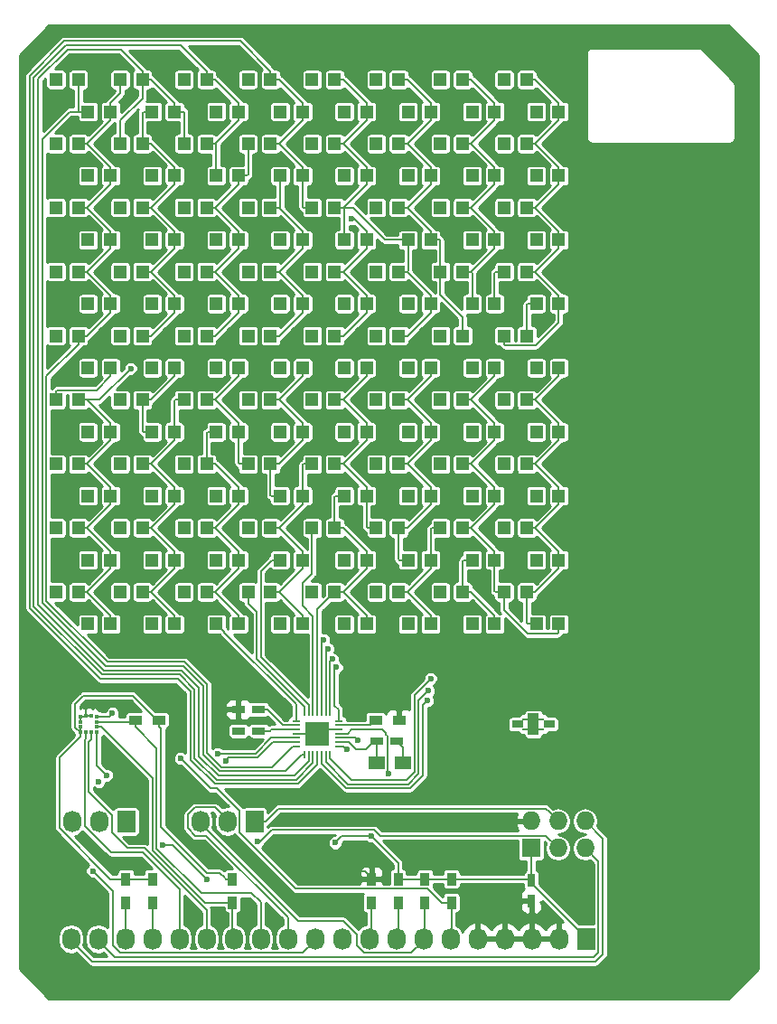
<source format=gbr>
G04 #@! TF.FileFunction,Copper,L1,Top,Signal*
%FSLAX46Y46*%
G04 Gerber Fmt 4.6, Leading zero omitted, Abs format (unit mm)*
G04 Created by KiCad (PCBNEW 4.0.5+dfsg1-4) date Mon Sep 23 08:09:59 2019*
%MOMM*%
%LPD*%
G01*
G04 APERTURE LIST*
%ADD10C,0.100000*%
%ADD11R,1.198880X1.198880*%
%ADD12R,1.200000X0.750000*%
%ADD13R,1.500000X1.250000*%
%ADD14R,0.750000X1.200000*%
%ADD15R,1.727200X1.727200*%
%ADD16O,1.727200X1.727200*%
%ADD17R,1.727200X2.032000*%
%ADD18O,1.727200X2.032000*%
%ADD19R,0.900000X1.200000*%
%ADD20R,1.200000X0.900000*%
%ADD21R,0.450000X0.350000*%
%ADD22R,0.350000X0.450000*%
%ADD23R,0.800000X0.200000*%
%ADD24R,0.200000X0.800000*%
%ADD25R,2.300000X2.300000*%
%ADD26R,2.100000X0.250000*%
%ADD27R,1.000000X0.750000*%
%ADD28R,1.000000X2.000000*%
%ADD29C,0.600000*%
%ADD30C,0.203200*%
%ADD31C,0.190000*%
%ADD32C,0.198120*%
%ADD33C,0.254000*%
G04 APERTURE END LIST*
D10*
D11*
X151369020Y-71100000D03*
X149270980Y-71100000D03*
X124369020Y-80100000D03*
X122270980Y-80100000D03*
D12*
X133370000Y-115100000D03*
X135270000Y-115100000D03*
D13*
X148820000Y-120100000D03*
X146320000Y-120100000D03*
D12*
X148220000Y-118100000D03*
X146320000Y-118100000D03*
D14*
X160820000Y-131150000D03*
X160820000Y-133050000D03*
D12*
X135270000Y-117100000D03*
X133370000Y-117100000D03*
D11*
X118369020Y-56100000D03*
X116270980Y-56100000D03*
X124369020Y-56100000D03*
X122270980Y-56100000D03*
X130369020Y-56100000D03*
X128270980Y-56100000D03*
X136369020Y-56100000D03*
X134270980Y-56100000D03*
X142369020Y-56100000D03*
X140270980Y-56100000D03*
X148369020Y-56100000D03*
X146270980Y-56100000D03*
X154369020Y-56100000D03*
X152270980Y-56100000D03*
X160369020Y-56100000D03*
X158270980Y-56100000D03*
X121369020Y-83100000D03*
X119270980Y-83100000D03*
X127369020Y-83100000D03*
X125270980Y-83100000D03*
X133369020Y-83100000D03*
X131270980Y-83100000D03*
X139369020Y-83100000D03*
X137270980Y-83100000D03*
X145369020Y-83100000D03*
X143270980Y-83100000D03*
X151369020Y-83100000D03*
X149270980Y-83100000D03*
X157369020Y-83100000D03*
X155270980Y-83100000D03*
X163369020Y-83100000D03*
X161270980Y-83100000D03*
X121369020Y-59100000D03*
X119270980Y-59100000D03*
X127369020Y-59100000D03*
X125270980Y-59100000D03*
X133369020Y-59100000D03*
X131270980Y-59100000D03*
X139369020Y-59100000D03*
X137270980Y-59100000D03*
X145369020Y-59100000D03*
X143270980Y-59100000D03*
X151369020Y-59100000D03*
X149270980Y-59100000D03*
X157369020Y-59100000D03*
X155270980Y-59100000D03*
X163369020Y-59100000D03*
X161270980Y-59100000D03*
X118369020Y-86100000D03*
X116270980Y-86100000D03*
X124369020Y-86100000D03*
X122270980Y-86100000D03*
X130369020Y-86100000D03*
X128270980Y-86100000D03*
X136369020Y-86100000D03*
X134270980Y-86100000D03*
X142369020Y-86100000D03*
X140270980Y-86100000D03*
X148369020Y-86100000D03*
X146270980Y-86100000D03*
X154369020Y-86100000D03*
X152270980Y-86100000D03*
X160369020Y-86100000D03*
X158270980Y-86100000D03*
X118369020Y-62100000D03*
X116270980Y-62100000D03*
X124369020Y-62100000D03*
X122270980Y-62100000D03*
X130369020Y-62100000D03*
X128270980Y-62100000D03*
X136369020Y-62100000D03*
X134270980Y-62100000D03*
X142369020Y-62100000D03*
X140270980Y-62100000D03*
X148369020Y-62100000D03*
X146270980Y-62100000D03*
X154369020Y-62100000D03*
X152270980Y-62100000D03*
X160369020Y-62100000D03*
X158270980Y-62100000D03*
X121369020Y-89100000D03*
X119270980Y-89100000D03*
X127369020Y-89100000D03*
X125270980Y-89100000D03*
X133369020Y-89100000D03*
X131270980Y-89100000D03*
X139369020Y-89100000D03*
X137270980Y-89100000D03*
X145369020Y-89100000D03*
X143270980Y-89100000D03*
X151369020Y-89100000D03*
X149270980Y-89100000D03*
X157369020Y-89100000D03*
X155270980Y-89100000D03*
X163369020Y-89100000D03*
X161270980Y-89100000D03*
X121369020Y-65100000D03*
X119270980Y-65100000D03*
X127369020Y-65100000D03*
X125270980Y-65100000D03*
X133369020Y-65100000D03*
X131270980Y-65100000D03*
X139369020Y-65100000D03*
X137270980Y-65100000D03*
X145369020Y-65100000D03*
X143270980Y-65100000D03*
X151369020Y-65100000D03*
X149270980Y-65100000D03*
X157369020Y-65100000D03*
X155270980Y-65100000D03*
X163369020Y-65100000D03*
X161270980Y-65100000D03*
X118369020Y-92100000D03*
X116270980Y-92100000D03*
X124369020Y-92100000D03*
X122270980Y-92100000D03*
X130369020Y-92100000D03*
X128270980Y-92100000D03*
X136369020Y-92100000D03*
X134270980Y-92100000D03*
X142369020Y-92100000D03*
X140270980Y-92100000D03*
X148369020Y-92100000D03*
X146270980Y-92100000D03*
X154369020Y-92100000D03*
X152270980Y-92100000D03*
X160369020Y-92100000D03*
X158270980Y-92100000D03*
X118369020Y-68100000D03*
X116270980Y-68100000D03*
X124369020Y-68100000D03*
X122270980Y-68100000D03*
X130369020Y-68100000D03*
X128270980Y-68100000D03*
X136369020Y-68100000D03*
X134270980Y-68100000D03*
X142369020Y-68100000D03*
X140270980Y-68100000D03*
X148369020Y-68100000D03*
X146270980Y-68100000D03*
X154369020Y-68100000D03*
X152270980Y-68100000D03*
X160369020Y-68100000D03*
X158270980Y-68100000D03*
X121369020Y-95100000D03*
X119270980Y-95100000D03*
X127369020Y-95100000D03*
X125270980Y-95100000D03*
X133369020Y-95100000D03*
X131270980Y-95100000D03*
X139369020Y-95100000D03*
X137270980Y-95100000D03*
X145369020Y-95100000D03*
X143270980Y-95100000D03*
X151369020Y-95100000D03*
X149270980Y-95100000D03*
X157369020Y-95100000D03*
X155270980Y-95100000D03*
X163369020Y-95100000D03*
X161270980Y-95100000D03*
X121369020Y-71100000D03*
X119270980Y-71100000D03*
X127369020Y-71100000D03*
X125270980Y-71100000D03*
X133369020Y-71100000D03*
X131270980Y-71100000D03*
X139369020Y-71100000D03*
X137270980Y-71100000D03*
X145369020Y-71100000D03*
X143270980Y-71100000D03*
X157369020Y-71100000D03*
X155270980Y-71100000D03*
X163369020Y-71100000D03*
X161270980Y-71100000D03*
X118369020Y-98100000D03*
X116270980Y-98100000D03*
X124369020Y-98100000D03*
X122270980Y-98100000D03*
X130369020Y-98100000D03*
X128270980Y-98100000D03*
X136369020Y-98100000D03*
X134270980Y-98100000D03*
X142369020Y-98100000D03*
X140270980Y-98100000D03*
X148369020Y-98100000D03*
X146270980Y-98100000D03*
X154369020Y-98100000D03*
X152270980Y-98100000D03*
X160369020Y-98100000D03*
X158270980Y-98100000D03*
X118369020Y-74100000D03*
X116270980Y-74100000D03*
X124369020Y-74100000D03*
X122270980Y-74100000D03*
X130369020Y-74100000D03*
X128270980Y-74100000D03*
X136369020Y-74100000D03*
X134270980Y-74100000D03*
X142369020Y-74100000D03*
X140270980Y-74100000D03*
X148369020Y-74100000D03*
X146270980Y-74100000D03*
X154369020Y-74100000D03*
X152270980Y-74100000D03*
X160369020Y-74100000D03*
X158270980Y-74100000D03*
X121369020Y-101100000D03*
X119270980Y-101100000D03*
X127369020Y-101100000D03*
X125270980Y-101100000D03*
X133369020Y-101100000D03*
X131270980Y-101100000D03*
X139369020Y-101100000D03*
X137270980Y-101100000D03*
X145369020Y-101100000D03*
X143270980Y-101100000D03*
X151369020Y-101100000D03*
X149270980Y-101100000D03*
X157369020Y-101100000D03*
X155270980Y-101100000D03*
X163369020Y-101100000D03*
X161270980Y-101100000D03*
X121369020Y-77100000D03*
X119270980Y-77100000D03*
X127369020Y-77100000D03*
X125270980Y-77100000D03*
X133369020Y-77100000D03*
X131270980Y-77100000D03*
X139369020Y-77100000D03*
X137270980Y-77100000D03*
X145369020Y-77100000D03*
X143270980Y-77100000D03*
X151369020Y-77100000D03*
X149270980Y-77100000D03*
X157369020Y-77100000D03*
X155270980Y-77100000D03*
X163369020Y-77100000D03*
X161270980Y-77100000D03*
X118369020Y-104100000D03*
X116270980Y-104100000D03*
X124369020Y-104100000D03*
X122270980Y-104100000D03*
X130369020Y-104100000D03*
X128270980Y-104100000D03*
X136369020Y-104100000D03*
X134270980Y-104100000D03*
X142369020Y-104100000D03*
X140270980Y-104100000D03*
X148369020Y-104100000D03*
X146270980Y-104100000D03*
X154369020Y-104100000D03*
X152270980Y-104100000D03*
X160369020Y-104100000D03*
X158270980Y-104100000D03*
X118369020Y-80100000D03*
X116270980Y-80100000D03*
X130369020Y-80100000D03*
X128270980Y-80100000D03*
X136369020Y-80100000D03*
X134270980Y-80100000D03*
X142369020Y-80100000D03*
X140270980Y-80100000D03*
X148369020Y-80100000D03*
X146270980Y-80100000D03*
X154369020Y-80100000D03*
X152270980Y-80100000D03*
X160369020Y-80100000D03*
X158270980Y-80100000D03*
X121369020Y-107100000D03*
X119270980Y-107100000D03*
X127369020Y-107100000D03*
X125270980Y-107100000D03*
X133369020Y-107100000D03*
X131270980Y-107100000D03*
X139369020Y-107100000D03*
X137270980Y-107100000D03*
X145369020Y-107100000D03*
X143270980Y-107100000D03*
X151369020Y-107100000D03*
X149270980Y-107100000D03*
X157369020Y-107100000D03*
X155270980Y-107100000D03*
X163369020Y-107100000D03*
X161270980Y-107100000D03*
D15*
X160780000Y-128100000D03*
D16*
X160780000Y-125560000D03*
X163320000Y-128100000D03*
X163320000Y-125560000D03*
X165860000Y-128100000D03*
X165860000Y-125560000D03*
D17*
X134860000Y-125600000D03*
D18*
X132320000Y-125600000D03*
X129780000Y-125600000D03*
D17*
X122860000Y-125600000D03*
D18*
X120320000Y-125600000D03*
X117780000Y-125600000D03*
D19*
X148320000Y-133200000D03*
X148320000Y-131000000D03*
X150820000Y-133200000D03*
X150820000Y-131000000D03*
X153320000Y-133200000D03*
X153320000Y-131000000D03*
X145820000Y-131000000D03*
X145820000Y-133200000D03*
D20*
X148420000Y-116100000D03*
X146220000Y-116100000D03*
D19*
X125320000Y-131000000D03*
X125320000Y-133200000D03*
X122820000Y-131000000D03*
X122820000Y-133200000D03*
D20*
X125920000Y-116100000D03*
X123720000Y-116100000D03*
D19*
X132820000Y-131000000D03*
X132820000Y-133200000D03*
D17*
X165940000Y-136600000D03*
D18*
X163400000Y-136600000D03*
X160860000Y-136600000D03*
X158320000Y-136600000D03*
X155780000Y-136600000D03*
X153240000Y-136600000D03*
X150700000Y-136600000D03*
X148160000Y-136600000D03*
X145620000Y-136600000D03*
X143080000Y-136600000D03*
X140540000Y-136600000D03*
X138000000Y-136600000D03*
X135460000Y-136600000D03*
X132920000Y-136600000D03*
X130380000Y-136600000D03*
X127840000Y-136600000D03*
X125300000Y-136600000D03*
X122760000Y-136600000D03*
X120220000Y-136600000D03*
X117680000Y-136600000D03*
D21*
X120095672Y-116750316D03*
X120095672Y-116250316D03*
X120095672Y-117250316D03*
X120095672Y-115750316D03*
X118575672Y-117250316D03*
X118575672Y-116750316D03*
X118575672Y-116250316D03*
X118575672Y-115750316D03*
D22*
X119585672Y-117260316D03*
X119085672Y-117260316D03*
X119085672Y-115740316D03*
X119585672Y-115740316D03*
D23*
X142756520Y-118571390D03*
X142756520Y-118171390D03*
X142756520Y-117771390D03*
X142756520Y-117371390D03*
X142756520Y-116971390D03*
X142756520Y-116571390D03*
X142756520Y-116171390D03*
D24*
X141956520Y-115371390D03*
X141556520Y-115371390D03*
X141156520Y-115371390D03*
X140756520Y-115371390D03*
X140356520Y-115371390D03*
X139956520Y-115371390D03*
X139556520Y-115371390D03*
D23*
X138756520Y-116171390D03*
X138756520Y-116571390D03*
X138756520Y-116971390D03*
X138756520Y-117371390D03*
X138756520Y-117771390D03*
X138756520Y-118171390D03*
X138756520Y-118571390D03*
D24*
X139556520Y-119371390D03*
X139956520Y-119371390D03*
X140356520Y-119371390D03*
X140756520Y-119371390D03*
X141156520Y-119371390D03*
X141556520Y-119371390D03*
X141956520Y-119371390D03*
D25*
X140756520Y-117371390D03*
D26*
X161000000Y-116000000D03*
D27*
X162500000Y-116500000D03*
D26*
X161000000Y-117000000D03*
D27*
X159500000Y-116500000D03*
D28*
X161000000Y-116500000D03*
D29*
X117240000Y-77160000D03*
X117020000Y-71120000D03*
X120260000Y-54520000D03*
X115460000Y-58560000D03*
X116880000Y-65070000D03*
X172830000Y-65530000D03*
X175620000Y-71580000D03*
X178600000Y-83310000D03*
X167160000Y-87110000D03*
X174800000Y-104120000D03*
X165910000Y-105940000D03*
X167600000Y-116180000D03*
X177359999Y-123109999D03*
X177060000Y-131990000D03*
X114350000Y-111090000D03*
X114350000Y-120510000D03*
X114300000Y-131940000D03*
X114060000Y-138050000D03*
X139250000Y-112010000D03*
X123850000Y-121590000D03*
X123950000Y-141090000D03*
X128950000Y-141090000D03*
X138950000Y-140590000D03*
X148950000Y-141190000D03*
X157450000Y-140990000D03*
X170450000Y-140590000D03*
X146170000Y-128740000D03*
X148420000Y-116100000D03*
X148220000Y-118100000D03*
X148820000Y-120100000D03*
X144250000Y-133880000D03*
X144080000Y-130230000D03*
X124600000Y-126810000D03*
X121720000Y-129310000D03*
X133370000Y-115100000D03*
X133850000Y-113450000D03*
X119490000Y-114710000D03*
X128760000Y-134420000D03*
X131680000Y-134610000D03*
X134150000Y-134290000D03*
X136440000Y-134330000D03*
X140630000Y-133570000D03*
X155950000Y-110590000D03*
X141950000Y-130590000D03*
X164950000Y-131590000D03*
X157950000Y-128590000D03*
X156950000Y-125590000D03*
X156950000Y-133590000D03*
X140756520Y-117371390D03*
X142430841Y-127594359D03*
X132820000Y-131000000D03*
X145810000Y-126990000D03*
X146320000Y-120100000D03*
X133370000Y-117100000D03*
X125270980Y-59100000D03*
X131270980Y-59100000D03*
X137270980Y-59100000D03*
X143270980Y-59100000D03*
X149270980Y-59100000D03*
X155270980Y-59100000D03*
X161270980Y-59100000D03*
X119270980Y-59100000D03*
X122270980Y-56100000D03*
X128270980Y-56100000D03*
X134270980Y-56100000D03*
X140270980Y-56100000D03*
X146270980Y-56100000D03*
X152270980Y-56100000D03*
X158270980Y-56100000D03*
X116270980Y-56100000D03*
X122270980Y-62100000D03*
X128270980Y-62100000D03*
X134270980Y-62100000D03*
X140270980Y-62100000D03*
X146270980Y-62100000D03*
X152270980Y-62100000D03*
X158270980Y-62100000D03*
X116270980Y-62100000D03*
X125270980Y-65100000D03*
X131270980Y-65100000D03*
X137270980Y-65100000D03*
X143270980Y-65100000D03*
X149270980Y-65100000D03*
X155270980Y-65100000D03*
X161270980Y-65100000D03*
X119270980Y-65100000D03*
X143990000Y-69130000D03*
X140270980Y-68100000D03*
X122270980Y-68100000D03*
X128270980Y-68100000D03*
X134270980Y-68100000D03*
X146270980Y-68100000D03*
X152270980Y-68100000D03*
X158270980Y-68100000D03*
X116270980Y-68100000D03*
X151100000Y-114280000D03*
X125270980Y-71100000D03*
X131270980Y-71100000D03*
X137270980Y-71100000D03*
X143270980Y-71100000D03*
X149270980Y-71100000D03*
X155270980Y-71100000D03*
X161270980Y-71100000D03*
X119270980Y-71100000D03*
X151170000Y-113340000D03*
X122270980Y-74100000D03*
X128270980Y-74100000D03*
X134270980Y-74100000D03*
X140270980Y-74100000D03*
X146270980Y-74100000D03*
X152270980Y-74100000D03*
X158270980Y-74100000D03*
X116270980Y-74100000D03*
X151369339Y-112210661D03*
X125270980Y-77100000D03*
X131270980Y-77100000D03*
X137270980Y-77100000D03*
X143270980Y-77100000D03*
X149270980Y-77100000D03*
X155270980Y-77100000D03*
X161270980Y-77100000D03*
X119270980Y-77100000D03*
X143507008Y-118862992D03*
X122270980Y-80100000D03*
X128270980Y-80100000D03*
X134270980Y-80100000D03*
X140270980Y-80100000D03*
X146270980Y-80100000D03*
X152270980Y-80100000D03*
X158270980Y-80100000D03*
X116270980Y-80100000D03*
X127369020Y-107100000D03*
X142154720Y-110380000D03*
X122270980Y-86100000D03*
X128270980Y-86100000D03*
X134270980Y-86100000D03*
X140270980Y-86100000D03*
X146270980Y-86100000D03*
X152270980Y-86100000D03*
X158270980Y-86100000D03*
X116270980Y-86100000D03*
X123260000Y-83150000D03*
X121369020Y-107100000D03*
X142554720Y-111155501D03*
X125270980Y-83100000D03*
X131270980Y-83100000D03*
X137270980Y-83100000D03*
X143270980Y-83100000D03*
X149270980Y-83100000D03*
X155270980Y-83100000D03*
X161270980Y-83100000D03*
X119270980Y-83100000D03*
X133369020Y-107100000D03*
X141754720Y-109450000D03*
X125270980Y-89100000D03*
X131270980Y-89100000D03*
X137270980Y-89100000D03*
X143270980Y-89100000D03*
X149270980Y-89100000D03*
X155270980Y-89100000D03*
X161270980Y-89100000D03*
X119270980Y-89100000D03*
X139369020Y-107100000D03*
X141354720Y-108550000D03*
X122270980Y-92100000D03*
X128270980Y-92100000D03*
X134270980Y-92100000D03*
X140270980Y-92100000D03*
X146270980Y-92100000D03*
X152270980Y-92100000D03*
X158270980Y-92100000D03*
X116270980Y-92100000D03*
X137270980Y-95100000D03*
X131270980Y-95100000D03*
X125270980Y-95100000D03*
X143270980Y-95100000D03*
X149270980Y-95100000D03*
X155270980Y-95100000D03*
X161270980Y-95100000D03*
X119270980Y-95100000D03*
X122270980Y-98100000D03*
X128270980Y-98100000D03*
X134270980Y-98100000D03*
X140270980Y-98100000D03*
X146270980Y-98100000D03*
X152270980Y-98100000D03*
X158270980Y-98100000D03*
X116270980Y-98100000D03*
X125270980Y-101100000D03*
X131270980Y-101100000D03*
X137270980Y-101100000D03*
X143270980Y-101100000D03*
X149270980Y-101100000D03*
X155270980Y-101100000D03*
X161270980Y-101100000D03*
X119270980Y-101100000D03*
X122270980Y-104100000D03*
X128270980Y-104100000D03*
X134270980Y-104100000D03*
X140270980Y-104100000D03*
X146270980Y-104100000D03*
X152270980Y-104100000D03*
X158270980Y-104100000D03*
X116270980Y-104100000D03*
X125270980Y-107100000D03*
X131270980Y-107100000D03*
X137270980Y-107100000D03*
X143270980Y-107100000D03*
X149270980Y-107100000D03*
X155270980Y-107100000D03*
X161270980Y-107100000D03*
X119270980Y-107100000D03*
X126301410Y-127790000D03*
X130434192Y-131024192D03*
X135169811Y-127480189D03*
X127930000Y-119700000D03*
X131410000Y-119240000D03*
X132180000Y-119910000D03*
X147404574Y-121100862D03*
X148320000Y-133200000D03*
X144530000Y-117980000D03*
X119700000Y-130230000D03*
X121550000Y-115470000D03*
X120260000Y-121870000D03*
X120990000Y-121270000D03*
D30*
X178600000Y-83310000D02*
X175620000Y-80330000D01*
X175620000Y-80330000D02*
X175620000Y-71580000D01*
X174800000Y-104120000D02*
X167160000Y-96480000D01*
X167160000Y-96480000D02*
X167160000Y-87110000D01*
X165910000Y-114065736D02*
X165910000Y-105940000D01*
X167600000Y-116180000D02*
X167600000Y-115755736D01*
X167600000Y-115755736D02*
X165910000Y-114065736D01*
X170450000Y-140590000D02*
X170450000Y-138600000D01*
X170450000Y-138600000D02*
X177060000Y-131990000D01*
X114300000Y-131940000D02*
X114300000Y-120560000D01*
X114300000Y-120560000D02*
X114350000Y-120510000D01*
X123950000Y-141090000D02*
X117100000Y-141090000D01*
X117100000Y-141090000D02*
X114060000Y-138050000D01*
D31*
X124600000Y-126810000D02*
X124600000Y-122340000D01*
X124600000Y-122340000D02*
X123850000Y-121590000D01*
X128950000Y-141090000D02*
X123950000Y-141090000D01*
X148950000Y-141190000D02*
X148350000Y-140590000D01*
X148350000Y-140590000D02*
X138950000Y-140590000D01*
X170450000Y-140590000D02*
X157850000Y-140590000D01*
X157850000Y-140590000D02*
X157450000Y-140990000D01*
X145820000Y-131000000D02*
X145820000Y-129090000D01*
X145820000Y-129090000D02*
X146170000Y-128740000D01*
X148820000Y-120100000D02*
X148820000Y-118700000D01*
X148820000Y-118700000D02*
X148220000Y-118100000D01*
X145820000Y-131000000D02*
X145820000Y-130850000D01*
X145820000Y-130850000D02*
X145200000Y-130230000D01*
X145200000Y-130230000D02*
X144080000Y-130230000D01*
X124600000Y-126810000D02*
X124600000Y-124070000D01*
X124600000Y-124070000D02*
X123310000Y-122780000D01*
X133370000Y-115100000D02*
X133370000Y-113930000D01*
X133370000Y-113930000D02*
X133850000Y-113450000D01*
X119085672Y-115740316D02*
X119085672Y-115114328D01*
X119085672Y-115114328D02*
X119490000Y-114710000D01*
D30*
X148420000Y-116100000D02*
X148420000Y-114264894D01*
X148420000Y-114264894D02*
X152094894Y-110590000D01*
X152094894Y-110590000D02*
X155950000Y-110590000D01*
X145820000Y-131000000D02*
X142360000Y-131000000D01*
X142360000Y-131000000D02*
X141950000Y-130590000D01*
X160820000Y-133050000D02*
X157490000Y-133050000D01*
X157490000Y-133050000D02*
X156950000Y-133590000D01*
D31*
X119085672Y-115740316D02*
X119572471Y-115740316D01*
X118575672Y-115750316D02*
X119075672Y-115750316D01*
X119075672Y-115750316D02*
X119085672Y-115740316D01*
X118575672Y-116250316D02*
X118575672Y-115750316D01*
D30*
X160820000Y-133050000D02*
X160820000Y-136560000D01*
X160820000Y-136560000D02*
X160860000Y-136600000D01*
D32*
X138756519Y-117371391D02*
X140756520Y-117371390D01*
X142756518Y-116971390D02*
X141156520Y-116971391D01*
X141156520Y-116971391D02*
X140756520Y-117371390D01*
D31*
X135270000Y-115100000D02*
X136060000Y-115100000D01*
X136060000Y-115100000D02*
X137531390Y-116571390D01*
X137531390Y-116571390D02*
X138166520Y-116571390D01*
X138166520Y-116571390D02*
X138756520Y-116571390D01*
D30*
X132060000Y-130893200D02*
X132166800Y-131000000D01*
D31*
X125920000Y-116100000D02*
X125920000Y-116740000D01*
X125920000Y-116740000D02*
X126096220Y-116916220D01*
X131592991Y-130426191D02*
X132060000Y-130893200D01*
X126096220Y-116916220D02*
X126096220Y-126121088D01*
X126096220Y-126121088D02*
X130401323Y-130426191D01*
X130401323Y-130426191D02*
X131592991Y-130426191D01*
X118850000Y-113800000D02*
X123470000Y-113800000D01*
X123470000Y-113800000D02*
X125770000Y-116100000D01*
X125770000Y-116100000D02*
X125920000Y-116100000D01*
X118045871Y-114604129D02*
X118850000Y-113800000D01*
X118045871Y-115331475D02*
X118045871Y-114604129D01*
D30*
X142430841Y-127594359D02*
X143035200Y-126990000D01*
X143035200Y-126990000D02*
X145810000Y-126990000D01*
X145810000Y-126990000D02*
X148320000Y-129500000D01*
X148320000Y-129500000D02*
X148320000Y-131000000D01*
X132166800Y-131000000D02*
X132820000Y-131000000D01*
X118575672Y-117250316D02*
X118525672Y-117250316D01*
X118525672Y-117250316D02*
X118045871Y-116770515D01*
X118045871Y-116770515D02*
X118045871Y-115331475D01*
D31*
X146320000Y-118100000D02*
X146095000Y-118100000D01*
X145345000Y-118850000D02*
X144340000Y-118850000D01*
X146095000Y-118100000D02*
X145345000Y-118850000D01*
X144340000Y-118850000D02*
X143661390Y-118171390D01*
X143661390Y-118171390D02*
X143346520Y-118171390D01*
X143346520Y-118171390D02*
X142756520Y-118171390D01*
D30*
X146320000Y-120100000D02*
X146320000Y-118100000D01*
D31*
X118575672Y-117250316D02*
X118575672Y-116750316D01*
X118575672Y-116750316D02*
X118525672Y-116750316D01*
X122820000Y-131000000D02*
X121384553Y-131000000D01*
X121384553Y-131000000D02*
X116618190Y-126233637D01*
X116618190Y-126233637D02*
X116618190Y-119572798D01*
X116618190Y-119572798D02*
X118575672Y-117615316D01*
X118575672Y-117615316D02*
X118575672Y-117250316D01*
D30*
X153320000Y-131000000D02*
X160670000Y-131000000D01*
X160670000Y-131000000D02*
X160820000Y-131150000D01*
X160820000Y-131150000D02*
X160820000Y-131375000D01*
X160820000Y-131375000D02*
X165940000Y-136495000D01*
X165940000Y-136495000D02*
X165940000Y-136600000D01*
X160820000Y-131150000D02*
X160820000Y-128140000D01*
X160820000Y-128140000D02*
X160780000Y-128100000D01*
X150820000Y-131000000D02*
X153320000Y-131000000D01*
X148320000Y-131000000D02*
X150820000Y-131000000D01*
X122820000Y-131000000D02*
X123473200Y-131000000D01*
X123473200Y-131000000D02*
X125320000Y-131000000D01*
D31*
X138756520Y-116971390D02*
X138119758Y-116971390D01*
X138119758Y-116971390D02*
X138119758Y-116969591D01*
X136320000Y-117100000D02*
X135270000Y-117100000D01*
X138119758Y-116969591D02*
X138114767Y-116964600D01*
X138114767Y-116964600D02*
X136455400Y-116964600D01*
X136455400Y-116964600D02*
X136320000Y-117100000D01*
X128167128Y-111043210D02*
X120922466Y-111043210D01*
X120922466Y-111043210D02*
X114980129Y-105100873D01*
X114980129Y-105100873D02*
X114980129Y-61655209D01*
X114980129Y-61655209D02*
X117535338Y-59100000D01*
X117535338Y-59100000D02*
X118481540Y-59100000D01*
X118481540Y-59100000D02*
X119270980Y-59100000D01*
X130046790Y-112922872D02*
X128167128Y-111043210D01*
X130046790Y-119318210D02*
X130046790Y-112922872D01*
X139556520Y-119371390D02*
X139266520Y-119371390D01*
X139266520Y-119371390D02*
X137736499Y-120901411D01*
X137736499Y-120901411D02*
X131629991Y-120901411D01*
X131629991Y-120901411D02*
X130046790Y-119318210D01*
D30*
X124369020Y-80100000D02*
X125171660Y-80100000D01*
X125171660Y-80100000D02*
X127369020Y-77902640D01*
X127369020Y-77902640D02*
X127369020Y-77100000D01*
X127369020Y-77100000D02*
X127369020Y-76297360D01*
X127369020Y-76297360D02*
X125171660Y-74100000D01*
X125171660Y-74100000D02*
X124369020Y-74100000D01*
X125171660Y-74100000D02*
X127369020Y-71902640D01*
X127369020Y-71902640D02*
X127369020Y-71100000D01*
X124369020Y-68100000D02*
X125171660Y-68100000D01*
X125171660Y-68100000D02*
X127369020Y-70297360D01*
X127369020Y-70297360D02*
X127369020Y-71100000D01*
X127369020Y-65100000D02*
X127369020Y-65902640D01*
X127369020Y-65902640D02*
X125171660Y-68100000D01*
X127369020Y-65100000D02*
X127369020Y-64297360D01*
X127369020Y-64297360D02*
X125171660Y-62100000D01*
X125171660Y-62100000D02*
X124369020Y-62100000D01*
X124369020Y-62100000D02*
X124369020Y-59199320D01*
X124369020Y-59199320D02*
X124468340Y-59100000D01*
X124468340Y-59100000D02*
X125270980Y-59100000D01*
X118369020Y-56100000D02*
X118369020Y-59000680D01*
X118369020Y-59000680D02*
X118468340Y-59100000D01*
X118468340Y-59100000D02*
X119270980Y-59100000D01*
D31*
X122056762Y-110650000D02*
X121960000Y-110650000D01*
X121960000Y-110650000D02*
X121085338Y-110650000D01*
X128330000Y-110650000D02*
X121960000Y-110650000D01*
X130440000Y-112760000D02*
X128330000Y-110650000D01*
X131792863Y-120508201D02*
X130440000Y-119155338D01*
X130440000Y-119155338D02*
X130440000Y-112760000D01*
X121085338Y-110650000D02*
X115373339Y-104938001D01*
X115373339Y-104938001D02*
X115373339Y-83885121D01*
X115373339Y-83885121D02*
X118369020Y-80889440D01*
X118369020Y-80889440D02*
X118369020Y-80100000D01*
X138756520Y-118571390D02*
X138456520Y-118571390D01*
X138456520Y-118571390D02*
X136519709Y-120508201D01*
X136519709Y-120508201D02*
X131792863Y-120508201D01*
D30*
X121369020Y-77100000D02*
X121369020Y-77902640D01*
X121369020Y-77902640D02*
X119171660Y-80100000D01*
X119171660Y-80100000D02*
X118369020Y-80100000D01*
X118369020Y-74100000D02*
X119171660Y-74100000D01*
X119171660Y-74100000D02*
X121369020Y-76297360D01*
X121369020Y-76297360D02*
X121369020Y-77100000D01*
X121369020Y-71100000D02*
X121369020Y-71902640D01*
X121369020Y-71902640D02*
X119171660Y-74100000D01*
X118369020Y-68100000D02*
X119171660Y-68100000D01*
X119171660Y-68100000D02*
X121369020Y-70297360D01*
X121369020Y-70297360D02*
X121369020Y-71100000D01*
X121369020Y-65100000D02*
X121369020Y-65902640D01*
X121369020Y-65902640D02*
X119171660Y-68100000D01*
X118369020Y-62100000D02*
X119171660Y-62100000D01*
X119171660Y-62100000D02*
X121369020Y-64297360D01*
X121369020Y-64297360D02*
X121369020Y-65100000D01*
X119171660Y-62100000D02*
X121369020Y-59902640D01*
X121369020Y-59902640D02*
X121369020Y-59100000D01*
X121369020Y-59100000D02*
X121369020Y-58297360D01*
X121369020Y-58297360D02*
X122270980Y-57395400D01*
X122270980Y-57395400D02*
X122270980Y-56902640D01*
X122270980Y-56902640D02*
X122270980Y-56100000D01*
D31*
X139956520Y-119371390D02*
X139956520Y-119961390D01*
X124369020Y-55310560D02*
X124369020Y-56100000D01*
X139956520Y-119961390D02*
X138623289Y-121294621D01*
X117365338Y-53270000D02*
X122328460Y-53270000D01*
X138623289Y-121294621D02*
X131467119Y-121294621D01*
X129653580Y-113085744D02*
X128004256Y-111436420D01*
X131467119Y-121294621D02*
X129653580Y-119481082D01*
X114586919Y-56048419D02*
X117365338Y-53270000D01*
X129653580Y-119481082D02*
X129653580Y-113085744D01*
X128004256Y-111436420D02*
X120759594Y-111436420D01*
X120759594Y-111436420D02*
X114586919Y-105263745D01*
X122328460Y-53270000D02*
X124369020Y-55310560D01*
X114586919Y-105263745D02*
X114586919Y-56048419D01*
D30*
X130369020Y-74100000D02*
X131171660Y-74100000D01*
X131171660Y-74100000D02*
X133369020Y-76297360D01*
X133369020Y-76297360D02*
X133369020Y-77100000D01*
X130369020Y-80100000D02*
X131171660Y-80100000D01*
X131171660Y-80100000D02*
X133369020Y-77902640D01*
X133369020Y-77902640D02*
X133369020Y-77100000D01*
X131171660Y-74100000D02*
X133369020Y-71902640D01*
X133369020Y-71902640D02*
X133369020Y-71100000D01*
X130369020Y-68100000D02*
X131171660Y-68100000D01*
X131171660Y-68100000D02*
X133369020Y-70297360D01*
X133369020Y-70297360D02*
X133369020Y-71100000D01*
X133369020Y-65100000D02*
X133369020Y-65902640D01*
X133369020Y-65902640D02*
X131171660Y-68100000D01*
X134270980Y-62100000D02*
X134270980Y-65000680D01*
X134270980Y-65000680D02*
X134171660Y-65100000D01*
X134171660Y-65100000D02*
X133369020Y-65100000D01*
X127369020Y-59100000D02*
X128171660Y-59100000D01*
X128171660Y-59100000D02*
X128270980Y-59199320D01*
X128270980Y-59199320D02*
X128270980Y-61297360D01*
X128270980Y-61297360D02*
X128270980Y-62100000D01*
X124369020Y-56100000D02*
X125171660Y-56100000D01*
X127369020Y-58297360D02*
X127369020Y-59100000D01*
X125171660Y-56100000D02*
X127369020Y-58297360D01*
X124369020Y-56100000D02*
X124369020Y-57847522D01*
X124369020Y-57847522D02*
X122270980Y-59945562D01*
X122270980Y-59945562D02*
X122270980Y-61297360D01*
X122270980Y-61297360D02*
X122270980Y-62100000D01*
D31*
X137270980Y-65100000D02*
X137270980Y-68000680D01*
X137270980Y-68000680D02*
X137171660Y-68100000D01*
X140356520Y-119371390D02*
X140356520Y-120117472D01*
X120596722Y-111829630D02*
X114193709Y-105426617D01*
X127935250Y-52876790D02*
X130369020Y-55310560D01*
X140356520Y-120117472D02*
X138786161Y-121687831D01*
X138786161Y-121687831D02*
X131304247Y-121687831D01*
X131304247Y-121687831D02*
X129260370Y-119643954D01*
X117202466Y-52876790D02*
X127935250Y-52876790D01*
X129260370Y-119643954D02*
X129260370Y-113248616D01*
X129260370Y-113248616D02*
X127841384Y-111829630D01*
X127841384Y-111829630D02*
X120596722Y-111829630D01*
X114193709Y-105426617D02*
X114193709Y-55885547D01*
X114193709Y-55885547D02*
X117202466Y-52876790D01*
X130369020Y-55310560D02*
X130369020Y-56100000D01*
D30*
X139369020Y-77100000D02*
X139369020Y-77902640D01*
X139369020Y-77902640D02*
X137171660Y-80100000D01*
X137171660Y-80100000D02*
X136369020Y-80100000D01*
X136369020Y-74100000D02*
X137171660Y-74100000D01*
X137171660Y-74100000D02*
X139369020Y-76297360D01*
X139369020Y-76297360D02*
X139369020Y-77100000D01*
X139369020Y-71100000D02*
X139369020Y-71902640D01*
X139369020Y-71902640D02*
X137171660Y-74100000D01*
X136369020Y-68100000D02*
X137171660Y-68100000D01*
X137171660Y-68100000D02*
X139369020Y-70297360D01*
X139369020Y-70297360D02*
X139369020Y-71100000D01*
X130369020Y-62100000D02*
X131171660Y-62100000D01*
X131171660Y-62100000D02*
X131270980Y-62199320D01*
X131270980Y-64297360D02*
X131270980Y-65100000D01*
X131270980Y-62199320D02*
X131270980Y-64297360D01*
X133369020Y-59100000D02*
X133369020Y-59902640D01*
X133369020Y-59902640D02*
X131171660Y-62100000D01*
X130369020Y-56100000D02*
X131171660Y-56100000D01*
X131171660Y-56100000D02*
X133369020Y-58297360D01*
X133369020Y-58297360D02*
X133369020Y-59100000D01*
D31*
X145369020Y-71100000D02*
X145369020Y-70310560D01*
X145369020Y-70310560D02*
X144188460Y-69130000D01*
X144188460Y-69130000D02*
X143990000Y-69130000D01*
X140756520Y-119371390D02*
X140756520Y-120273554D01*
X128867160Y-119806826D02*
X128867160Y-113411488D01*
X120433850Y-112222840D02*
X113800499Y-105589489D01*
X140756520Y-120273554D02*
X138949033Y-122081041D01*
X138949033Y-122081041D02*
X131141375Y-122081041D01*
X131141375Y-122081041D02*
X128867160Y-119806826D01*
X128867160Y-113411488D02*
X127678512Y-112222840D01*
X127678512Y-112222840D02*
X120433850Y-112222840D01*
X113800499Y-105589489D02*
X113800499Y-55722675D01*
X113800499Y-55722675D02*
X117039594Y-52483580D01*
X117039594Y-52483580D02*
X133542040Y-52483580D01*
X133542040Y-52483580D02*
X136369020Y-55310560D01*
X136369020Y-55310560D02*
X136369020Y-56100000D01*
D30*
X145369020Y-77100000D02*
X145369020Y-77902640D01*
X145369020Y-77902640D02*
X143171660Y-80100000D01*
X143171660Y-80100000D02*
X142369020Y-80100000D01*
X142369020Y-74100000D02*
X143171660Y-74100000D01*
X143171660Y-74100000D02*
X145369020Y-76297360D01*
X145369020Y-76297360D02*
X145369020Y-77100000D01*
X145369020Y-71100000D02*
X145369020Y-71902640D01*
X145369020Y-71902640D02*
X143171660Y-74100000D01*
X139369020Y-65100000D02*
X139369020Y-68000680D01*
X139369020Y-68000680D02*
X139468340Y-68100000D01*
X139468340Y-68100000D02*
X140270980Y-68100000D01*
X136369020Y-62100000D02*
X137171660Y-62100000D01*
X137171660Y-62100000D02*
X139369020Y-64297360D01*
X139369020Y-64297360D02*
X139369020Y-65100000D01*
X139369020Y-59100000D02*
X139369020Y-59902640D01*
X139369020Y-59902640D02*
X137171660Y-62100000D01*
X136369020Y-56100000D02*
X137171660Y-56100000D01*
X137171660Y-56100000D02*
X139369020Y-58297360D01*
X139369020Y-58297360D02*
X139369020Y-59100000D01*
D31*
X150654621Y-121289305D02*
X150654621Y-114725379D01*
X150654621Y-114725379D02*
X151100000Y-114280000D01*
X141156520Y-119371390D02*
X141156520Y-120185718D01*
X141156520Y-120185718D02*
X143456285Y-122485483D01*
X143456285Y-122485483D02*
X149458443Y-122485483D01*
X149458443Y-122485483D02*
X150654621Y-121289305D01*
D30*
X151369020Y-77100000D02*
X151369020Y-77902640D01*
X151369020Y-77902640D02*
X149171660Y-80100000D01*
X149171660Y-80100000D02*
X148369020Y-80100000D01*
X148369020Y-74100000D02*
X149171660Y-74100000D01*
X149171660Y-74100000D02*
X151369020Y-76297360D01*
X151369020Y-76297360D02*
X151369020Y-77100000D01*
X149270980Y-71100000D02*
X149270980Y-74000680D01*
X149270980Y-74000680D02*
X149171660Y-74100000D01*
X142369020Y-68100000D02*
X144093261Y-68100000D01*
X144093261Y-68100000D02*
X147093261Y-71100000D01*
X147093261Y-71100000D02*
X148468340Y-71100000D01*
X148468340Y-71100000D02*
X149270980Y-71100000D01*
X142369020Y-68100000D02*
X143171660Y-68100000D01*
X143171660Y-68100000D02*
X143270980Y-68199320D01*
X143270980Y-68199320D02*
X143270980Y-70297360D01*
X143270980Y-70297360D02*
X143270980Y-71100000D01*
X145369020Y-65100000D02*
X145369020Y-65902640D01*
X145369020Y-65902640D02*
X143171660Y-68100000D01*
X142369020Y-62100000D02*
X143171660Y-62100000D01*
X143171660Y-62100000D02*
X145369020Y-64297360D01*
X145369020Y-64297360D02*
X145369020Y-65100000D01*
X145369020Y-59100000D02*
X145369020Y-59902640D01*
X145369020Y-59902640D02*
X143171660Y-62100000D01*
X142369020Y-56100000D02*
X143171660Y-56100000D01*
X143171660Y-56100000D02*
X145369020Y-58297360D01*
X145369020Y-58297360D02*
X145369020Y-59100000D01*
D31*
X150261411Y-121126433D02*
X150261411Y-114248589D01*
X150261411Y-114248589D02*
X151170000Y-113340000D01*
X143821321Y-122092273D02*
X149295571Y-122092273D01*
X149295571Y-122092273D02*
X150261411Y-121126433D01*
X141556520Y-120029636D02*
X143619157Y-122092273D01*
X143619157Y-122092273D02*
X143821321Y-122092273D01*
X141556520Y-119371390D02*
X141556520Y-120029636D01*
D30*
X157369020Y-77100000D02*
X157369020Y-74199320D01*
X157369020Y-74199320D02*
X157468340Y-74100000D01*
X157468340Y-74100000D02*
X158270980Y-74100000D01*
X154369020Y-80100000D02*
X154369020Y-78352478D01*
X154369020Y-78352478D02*
X152270980Y-76254438D01*
X152270980Y-76254438D02*
X152270980Y-74902640D01*
X152270980Y-74902640D02*
X152270980Y-74100000D01*
X151369020Y-71100000D02*
X152171660Y-71100000D01*
X152171660Y-71100000D02*
X152270980Y-71199320D01*
X152270980Y-71199320D02*
X152270980Y-73297360D01*
X152270980Y-73297360D02*
X152270980Y-74100000D01*
X148369020Y-68100000D02*
X149171660Y-68100000D01*
X149171660Y-68100000D02*
X151369020Y-70297360D01*
X151369020Y-70297360D02*
X151369020Y-71100000D01*
X151369020Y-65100000D02*
X151369020Y-65902640D01*
X151369020Y-65902640D02*
X149171660Y-68100000D01*
X148369020Y-62100000D02*
X149171660Y-62100000D01*
X149171660Y-62100000D02*
X151369020Y-64297360D01*
X151369020Y-64297360D02*
X151369020Y-65100000D01*
X151369020Y-59100000D02*
X151369020Y-59902640D01*
X151369020Y-59902640D02*
X149171660Y-62100000D01*
X148369020Y-56100000D02*
X149171660Y-56100000D01*
X149171660Y-56100000D02*
X151369020Y-58297360D01*
X151369020Y-58297360D02*
X151369020Y-59100000D01*
D31*
X149868201Y-120963561D02*
X149868201Y-113711799D01*
X149868201Y-113711799D02*
X151369339Y-112210661D01*
X141956520Y-119371390D02*
X141956520Y-119671390D01*
X141956520Y-119671390D02*
X143984193Y-121699063D01*
X143984193Y-121699063D02*
X149132699Y-121699063D01*
X149132699Y-121699063D02*
X149868201Y-120963561D01*
D30*
X160369020Y-80100000D02*
X160369020Y-77199320D01*
X160369020Y-77199320D02*
X160468340Y-77100000D01*
X160468340Y-77100000D02*
X161270980Y-77100000D01*
X154369020Y-74100000D02*
X155171660Y-74100000D01*
X155171660Y-74100000D02*
X155270980Y-74199320D01*
X155270980Y-74199320D02*
X155270980Y-76297360D01*
X155270980Y-76297360D02*
X155270980Y-77100000D01*
X157369020Y-71100000D02*
X157369020Y-71902640D01*
X157369020Y-71902640D02*
X155171660Y-74100000D01*
X154369020Y-68100000D02*
X155171660Y-68100000D01*
X155171660Y-68100000D02*
X157369020Y-70297360D01*
X157369020Y-70297360D02*
X157369020Y-71100000D01*
X157369020Y-65100000D02*
X157369020Y-65902640D01*
X157369020Y-65902640D02*
X155171660Y-68100000D01*
X154369020Y-62100000D02*
X155171660Y-62100000D01*
X155171660Y-62100000D02*
X157369020Y-64297360D01*
X157369020Y-64297360D02*
X157369020Y-65100000D01*
X157369020Y-59100000D02*
X157369020Y-59902640D01*
X157369020Y-59902640D02*
X155171660Y-62100000D01*
X154369020Y-56100000D02*
X155171660Y-56100000D01*
X155171660Y-56100000D02*
X157369020Y-58297360D01*
X157369020Y-58297360D02*
X157369020Y-59100000D01*
X160369020Y-74100000D02*
X161171660Y-74100000D01*
X161171660Y-74100000D02*
X163369020Y-76297360D01*
X163369020Y-76297360D02*
X163369020Y-77100000D01*
D31*
X160369020Y-74100000D02*
X161158460Y-74100000D01*
X161158460Y-74100000D02*
X163369020Y-76310560D01*
X163369020Y-76310560D02*
X163369020Y-77100000D01*
X142756520Y-118571390D02*
X143215406Y-118571390D01*
X143215406Y-118571390D02*
X143507008Y-118862992D01*
D30*
X163369020Y-77100000D02*
X163369020Y-78847522D01*
X158270980Y-80902640D02*
X158270980Y-80100000D01*
X163369020Y-78847522D02*
X161212301Y-81004241D01*
X161212301Y-81004241D02*
X158372581Y-81004241D01*
X158372581Y-81004241D02*
X158270980Y-80902640D01*
X163369020Y-71100000D02*
X163369020Y-71902640D01*
X163369020Y-71902640D02*
X161171660Y-74100000D01*
X160369020Y-68100000D02*
X161171660Y-68100000D01*
X161171660Y-68100000D02*
X163369020Y-70297360D01*
X163369020Y-70297360D02*
X163369020Y-71100000D01*
X163369020Y-65100000D02*
X163369020Y-65902640D01*
X163369020Y-65902640D02*
X161171660Y-68100000D01*
X160369020Y-62100000D02*
X161171660Y-62100000D01*
X161171660Y-62100000D02*
X163369020Y-64297360D01*
X163369020Y-64297360D02*
X163369020Y-65100000D01*
X163369020Y-59100000D02*
X163369020Y-59902640D01*
X163369020Y-59902640D02*
X161171660Y-62100000D01*
X160369020Y-56100000D02*
X161171660Y-56100000D01*
X161171660Y-56100000D02*
X163369020Y-58297360D01*
X163369020Y-58297360D02*
X163369020Y-59100000D01*
X124369020Y-92100000D02*
X125171660Y-92100000D01*
X125171660Y-92100000D02*
X127369020Y-94297360D01*
X127369020Y-94297360D02*
X127369020Y-95100000D01*
D31*
X141956520Y-115371390D02*
X141956520Y-110578200D01*
X141956520Y-110578200D02*
X142154720Y-110380000D01*
D30*
X124369020Y-104100000D02*
X125171660Y-104100000D01*
X125171660Y-104100000D02*
X127369020Y-106297360D01*
X127369020Y-106297360D02*
X127369020Y-107100000D01*
X125171660Y-104100000D02*
X127369020Y-101902640D01*
X127369020Y-101902640D02*
X127369020Y-101100000D01*
X124369020Y-98100000D02*
X125171660Y-98100000D01*
X125171660Y-98100000D02*
X127369020Y-100297360D01*
X127369020Y-100297360D02*
X127369020Y-101100000D01*
X127369020Y-95100000D02*
X127369020Y-95902640D01*
X127369020Y-95902640D02*
X125171660Y-98100000D01*
X125171660Y-92100000D02*
X127369020Y-89902640D01*
X127369020Y-89902640D02*
X127369020Y-89100000D01*
X127369020Y-89100000D02*
X127369020Y-86199320D01*
X127369020Y-86199320D02*
X127468340Y-86100000D01*
X127468340Y-86100000D02*
X128270980Y-86100000D01*
X121369020Y-83100000D02*
X121369020Y-83902640D01*
X121369020Y-83902640D02*
X120075901Y-85195759D01*
X120075901Y-85195759D02*
X116372581Y-85195759D01*
X116372581Y-85195759D02*
X116270980Y-85297360D01*
X116270980Y-85297360D02*
X116270980Y-86100000D01*
D31*
X118369020Y-86100000D02*
X120310000Y-86100000D01*
X120310000Y-86100000D02*
X123260000Y-83150000D01*
X142349730Y-114727838D02*
X142349730Y-111360491D01*
X142349730Y-111360491D02*
X142554720Y-111155501D01*
X142756520Y-116171390D02*
X142756520Y-115134628D01*
X142756520Y-115134628D02*
X142349730Y-114727838D01*
D30*
X118369020Y-92100000D02*
X119171660Y-92100000D01*
X119171660Y-92100000D02*
X121369020Y-94297360D01*
X121369020Y-94297360D02*
X121369020Y-95100000D01*
X118369020Y-104100000D02*
X119171660Y-104100000D01*
X121369020Y-106297360D02*
X121369020Y-107100000D01*
X119171660Y-104100000D02*
X121369020Y-106297360D01*
X121369020Y-101100000D02*
X121369020Y-101902640D01*
X121369020Y-101902640D02*
X119171660Y-104100000D01*
X119171660Y-98100000D02*
X121369020Y-100297360D01*
X121369020Y-100297360D02*
X121369020Y-101100000D01*
X121369020Y-95100000D02*
X121369020Y-95902640D01*
X121369020Y-95902640D02*
X119171660Y-98100000D01*
X119171660Y-98100000D02*
X118369020Y-98100000D01*
X119171660Y-92100000D02*
X121369020Y-89902640D01*
X121369020Y-89902640D02*
X121369020Y-89100000D01*
X118369020Y-86100000D02*
X119171660Y-86100000D01*
X119171660Y-86100000D02*
X121369020Y-88297360D01*
X121369020Y-88297360D02*
X121369020Y-89100000D01*
X130369020Y-92100000D02*
X131171660Y-92100000D01*
X131171660Y-92100000D02*
X133369020Y-94297360D01*
X133369020Y-94297360D02*
X133369020Y-95100000D01*
D31*
X141556520Y-115371390D02*
X141556520Y-109648200D01*
X141556520Y-109648200D02*
X141754720Y-109450000D01*
D30*
X130369020Y-104100000D02*
X131171660Y-104100000D01*
X131171660Y-104100000D02*
X133369020Y-106297360D01*
X133369020Y-106297360D02*
X133369020Y-107100000D01*
X133369020Y-101100000D02*
X133369020Y-101902640D01*
X133369020Y-101902640D02*
X131171660Y-104100000D01*
X130369020Y-98100000D02*
X131171660Y-98100000D01*
X131171660Y-98100000D02*
X133369020Y-100297360D01*
X133369020Y-100297360D02*
X133369020Y-101100000D01*
X133369020Y-95100000D02*
X133369020Y-95902640D01*
X133369020Y-95902640D02*
X131171660Y-98100000D01*
X130369020Y-92100000D02*
X130369020Y-89199320D01*
X130369020Y-89199320D02*
X130468340Y-89100000D01*
X130468340Y-89100000D02*
X131270980Y-89100000D01*
X124369020Y-86100000D02*
X124369020Y-89000680D01*
X124369020Y-89000680D02*
X124468340Y-89100000D01*
X124468340Y-89100000D02*
X125270980Y-89100000D01*
X124369020Y-86100000D02*
X125171660Y-86100000D01*
X125171660Y-86100000D02*
X127369020Y-83902640D01*
X127369020Y-83902640D02*
X127369020Y-83100000D01*
X139369020Y-95100000D02*
X139369020Y-92199320D01*
X139468340Y-92100000D02*
X140270980Y-92100000D01*
X139369020Y-92199320D02*
X139468340Y-92100000D01*
D31*
X141156520Y-115371390D02*
X141156520Y-108748200D01*
X141156520Y-108748200D02*
X141354720Y-108550000D01*
D30*
X138851660Y-102420000D02*
X137171660Y-104100000D01*
X139369020Y-101100000D02*
X139369020Y-101902640D01*
X139369020Y-101902640D02*
X138851660Y-102420000D01*
X136369020Y-104100000D02*
X137171660Y-104100000D01*
X137171660Y-104100000D02*
X139369020Y-106297360D01*
X139369020Y-106297360D02*
X139369020Y-107100000D01*
X136369020Y-98100000D02*
X137171660Y-98100000D01*
X137171660Y-98100000D02*
X139369020Y-100297360D01*
X139369020Y-100297360D02*
X139369020Y-101100000D01*
X139369020Y-95100000D02*
X139369020Y-95902640D01*
X139369020Y-95902640D02*
X137171660Y-98100000D01*
X133369020Y-89100000D02*
X133369020Y-92000680D01*
X133369020Y-92000680D02*
X133468340Y-92100000D01*
X133468340Y-92100000D02*
X134270980Y-92100000D01*
X133369020Y-89100000D02*
X133369020Y-88297360D01*
X133369020Y-88297360D02*
X131171660Y-86100000D01*
X131171660Y-86100000D02*
X130369020Y-86100000D01*
X133369020Y-83100000D02*
X133369020Y-83902640D01*
X133369020Y-83902640D02*
X131171660Y-86100000D01*
D31*
X140756520Y-115371390D02*
X140756520Y-105712500D01*
X140756520Y-105712500D02*
X142369020Y-104100000D01*
D30*
X142369020Y-104100000D02*
X143171660Y-104100000D01*
X143171660Y-104100000D02*
X145369020Y-106297360D01*
X145369020Y-106297360D02*
X145369020Y-107100000D01*
X145369020Y-101100000D02*
X145369020Y-101902640D01*
X145369020Y-101902640D02*
X143171660Y-104100000D01*
X142369020Y-98100000D02*
X143171660Y-98100000D01*
X143171660Y-98100000D02*
X145369020Y-100297360D01*
X145369020Y-100297360D02*
X145369020Y-101100000D01*
X142369020Y-98100000D02*
X142369020Y-95199320D01*
X142369020Y-95199320D02*
X142468340Y-95100000D01*
X142468340Y-95100000D02*
X143270980Y-95100000D01*
X136369020Y-92100000D02*
X136369020Y-95000680D01*
X136369020Y-95000680D02*
X136468340Y-95100000D01*
X136468340Y-95100000D02*
X137270980Y-95100000D01*
X139369020Y-89100000D02*
X139369020Y-89902640D01*
X139369020Y-89902640D02*
X137171660Y-92100000D01*
X137171660Y-92100000D02*
X136369020Y-92100000D01*
X136369020Y-86100000D02*
X137171660Y-86100000D01*
X137171660Y-86100000D02*
X139369020Y-88297360D01*
X139369020Y-88297360D02*
X139369020Y-89100000D01*
X139369020Y-83100000D02*
X139369020Y-83902640D01*
X139369020Y-83902640D02*
X137171660Y-86100000D01*
D31*
X140356520Y-115371390D02*
X140356520Y-106351858D01*
X140356520Y-106351858D02*
X139373339Y-105368677D01*
X139373339Y-105368677D02*
X139373339Y-103261999D01*
X139373339Y-103261999D02*
X140270980Y-102364358D01*
X140270980Y-102364358D02*
X140270980Y-98889440D01*
X140270980Y-98889440D02*
X140270980Y-98100000D01*
D30*
X151369020Y-107100000D02*
X151369020Y-106297360D01*
X151369020Y-106297360D02*
X149171660Y-104100000D01*
X149171660Y-104100000D02*
X148369020Y-104100000D01*
X151369020Y-101100000D02*
X151369020Y-101902640D01*
X151369020Y-101902640D02*
X149171660Y-104100000D01*
X151369020Y-101100000D02*
X151369020Y-98199320D01*
X151369020Y-98199320D02*
X151468340Y-98100000D01*
X151468340Y-98100000D02*
X152270980Y-98100000D01*
X145369020Y-95100000D02*
X145369020Y-98000680D01*
X145369020Y-98000680D02*
X145468340Y-98100000D01*
X145468340Y-98100000D02*
X146270980Y-98100000D01*
X142369020Y-92100000D02*
X143171660Y-92100000D01*
X143171660Y-92100000D02*
X145369020Y-94297360D01*
X145369020Y-94297360D02*
X145369020Y-95100000D01*
X145369020Y-89100000D02*
X145369020Y-89902640D01*
X145369020Y-89902640D02*
X143171660Y-92100000D01*
X142369020Y-86100000D02*
X143171660Y-86100000D01*
X143171660Y-86100000D02*
X145369020Y-88297360D01*
X145369020Y-88297360D02*
X145369020Y-89100000D01*
X145369020Y-83100000D02*
X145369020Y-83902640D01*
X145369020Y-83902640D02*
X143171660Y-86100000D01*
D31*
X139956520Y-115371390D02*
X139956520Y-114689496D01*
X139956520Y-114689496D02*
X135471379Y-110204355D01*
X135471379Y-110204355D02*
X135471379Y-102110161D01*
X135471379Y-102110161D02*
X136481540Y-101100000D01*
X136481540Y-101100000D02*
X137270980Y-101100000D01*
D30*
X157369020Y-107100000D02*
X157369020Y-106297360D01*
X157369020Y-106297360D02*
X155171660Y-104100000D01*
X155171660Y-104100000D02*
X154369020Y-104100000D01*
X154369020Y-104100000D02*
X154369020Y-101199320D01*
X154369020Y-101199320D02*
X154468340Y-101100000D01*
X154468340Y-101100000D02*
X155270980Y-101100000D01*
X148369020Y-98100000D02*
X148369020Y-101000680D01*
X148369020Y-101000680D02*
X148468340Y-101100000D01*
X148468340Y-101100000D02*
X149270980Y-101100000D01*
X151369020Y-95100000D02*
X151369020Y-95902640D01*
X151369020Y-95902640D02*
X149171660Y-98100000D01*
X149171660Y-98100000D02*
X148369020Y-98100000D01*
X148369020Y-92100000D02*
X149171660Y-92100000D01*
X149171660Y-92100000D02*
X151369020Y-94297360D01*
X151369020Y-94297360D02*
X151369020Y-95100000D01*
X148369020Y-86100000D02*
X149171660Y-86100000D01*
X149171660Y-86100000D02*
X151369020Y-88297360D01*
X151369020Y-88297360D02*
X151369020Y-89100000D01*
X149171660Y-92100000D02*
X151369020Y-89902640D01*
X151369020Y-89902640D02*
X151369020Y-89100000D01*
X151369020Y-83100000D02*
X151369020Y-83902640D01*
X151369020Y-83902640D02*
X149171660Y-86100000D01*
D31*
X158270980Y-104100000D02*
X158270980Y-105835282D01*
X158270980Y-105835282D02*
X160433139Y-107997441D01*
X163369020Y-107889440D02*
X163369020Y-107100000D01*
X160433139Y-107997441D02*
X163261019Y-107997441D01*
X163261019Y-107997441D02*
X163369020Y-107889440D01*
X135078169Y-105970000D02*
X134270980Y-105162811D01*
X134270980Y-105162811D02*
X134270980Y-104100000D01*
X135078169Y-110367227D02*
X135078169Y-105970000D01*
X139400000Y-114700000D02*
X139400000Y-114689058D01*
X139400000Y-114689058D02*
X135078169Y-110367227D01*
X139400000Y-114700000D02*
X139556520Y-114856520D01*
X139556520Y-114856520D02*
X139556520Y-115371390D01*
D30*
X157369020Y-101100000D02*
X157369020Y-104000680D01*
X157369020Y-104000680D02*
X157468340Y-104100000D01*
X157468340Y-104100000D02*
X158270980Y-104100000D01*
X154369020Y-98100000D02*
X155171660Y-98100000D01*
X155171660Y-98100000D02*
X157369020Y-100297360D01*
X157369020Y-100297360D02*
X157369020Y-101100000D01*
X157369020Y-95100000D02*
X157369020Y-95902640D01*
X157369020Y-95902640D02*
X155171660Y-98100000D01*
X154369020Y-92100000D02*
X155171660Y-92100000D01*
X155171660Y-92100000D02*
X157369020Y-94297360D01*
X157369020Y-94297360D02*
X157369020Y-95100000D01*
X157369020Y-89100000D02*
X157369020Y-89902640D01*
X157369020Y-89902640D02*
X155171660Y-92100000D01*
X154369020Y-86100000D02*
X155171660Y-86100000D01*
X155171660Y-86100000D02*
X157369020Y-88297360D01*
X157369020Y-88297360D02*
X157369020Y-89100000D01*
X157369020Y-83100000D02*
X157369020Y-83902640D01*
X157369020Y-83902640D02*
X155171660Y-86100000D01*
D31*
X138756520Y-116171390D02*
X138756520Y-114601660D01*
X138756520Y-114601660D02*
X132024860Y-107870000D01*
X132024860Y-107870000D02*
X132024860Y-107853880D01*
X132024860Y-107853880D02*
X131270980Y-107100000D01*
D30*
X160369020Y-104100000D02*
X160369020Y-107000680D01*
X160369020Y-107000680D02*
X160468340Y-107100000D01*
X160468340Y-107100000D02*
X161270980Y-107100000D01*
X163369020Y-101100000D02*
X163369020Y-101902640D01*
X163369020Y-101902640D02*
X161171660Y-104100000D01*
X161171660Y-104100000D02*
X160369020Y-104100000D01*
X160369020Y-98100000D02*
X161171660Y-98100000D01*
X161171660Y-98100000D02*
X163369020Y-100297360D01*
X163369020Y-100297360D02*
X163369020Y-101100000D01*
X163369020Y-95100000D02*
X163369020Y-95902640D01*
X163369020Y-95902640D02*
X161171660Y-98100000D01*
X160369020Y-92100000D02*
X161171660Y-92100000D01*
X161171660Y-92100000D02*
X163369020Y-94297360D01*
X163369020Y-94297360D02*
X163369020Y-95100000D01*
X163369020Y-89100000D02*
X163369020Y-89902640D01*
X163369020Y-89902640D02*
X161171660Y-92100000D01*
X160369020Y-86100000D02*
X161171660Y-86100000D01*
X161171660Y-86100000D02*
X163369020Y-88297360D01*
X163369020Y-88297360D02*
X163369020Y-89100000D01*
X163369020Y-83100000D02*
X163369020Y-83902640D01*
X163369020Y-83902640D02*
X161171660Y-86100000D01*
X130434192Y-131024192D02*
X127200000Y-127790000D01*
X127200000Y-127790000D02*
X126301410Y-127790000D01*
X163320000Y-128100000D02*
X162151599Y-126931599D01*
X162151599Y-126931599D02*
X146646705Y-126931599D01*
X146646705Y-126931599D02*
X146100305Y-126385199D01*
X135408053Y-127480189D02*
X135169811Y-127480189D01*
X146100305Y-126385199D02*
X136503043Y-126385199D01*
X136503043Y-126385199D02*
X135408053Y-127480189D01*
X125320000Y-133200000D02*
X125320000Y-136580000D01*
X125320000Y-136580000D02*
X125300000Y-136600000D01*
X122760000Y-136600000D02*
X122760000Y-133260000D01*
X122760000Y-133260000D02*
X122820000Y-133200000D01*
X134860000Y-125600000D02*
X135926800Y-125600000D01*
X135926800Y-125600000D02*
X137135201Y-124391599D01*
X137135201Y-124391599D02*
X162151599Y-124391599D01*
X162151599Y-124391599D02*
X162456401Y-124696401D01*
X162456401Y-124696401D02*
X163320000Y-125560000D01*
X122820000Y-136540000D02*
X122760000Y-136600000D01*
X120220000Y-136600000D02*
X120220000Y-136752400D01*
X120220000Y-136752400D02*
X121794838Y-138327238D01*
X121794838Y-138327238D02*
X166641003Y-138327238D01*
X166641003Y-138327238D02*
X167108401Y-137859841D01*
X167108401Y-137859841D02*
X167108401Y-129348401D01*
X167108401Y-129348401D02*
X165860000Y-128100000D01*
X165860000Y-125560000D02*
X167514811Y-127214811D01*
X167514811Y-127214811D02*
X167514811Y-138028181D01*
X167514811Y-138028181D02*
X166809343Y-138733648D01*
X117680000Y-136752400D02*
X117680000Y-136600000D01*
X166809343Y-138733648D02*
X119661248Y-138733648D01*
X119661248Y-138733648D02*
X117680000Y-136752400D01*
D31*
X138756520Y-117771390D02*
X136458610Y-117771390D01*
D30*
X151088201Y-131904801D02*
X152383400Y-133200000D01*
X152383400Y-133200000D02*
X153320000Y-133200000D01*
D31*
X151088201Y-131904801D02*
X151088201Y-131898201D01*
D30*
X150126159Y-131904801D02*
X151088201Y-131904801D01*
X133488410Y-126631572D02*
X133488410Y-126656652D01*
X133488410Y-126656652D02*
X138736559Y-131904801D01*
X138736559Y-131904801D02*
X150126159Y-131904801D01*
X127930000Y-119700000D02*
X130710851Y-122480851D01*
X133488410Y-124588410D02*
X133488410Y-126631572D01*
X133488410Y-126631572D02*
X133481810Y-126638172D01*
X130710851Y-122480851D02*
X131380851Y-122480851D01*
X131380851Y-122480851D02*
X133488410Y-124588410D01*
D31*
X151088201Y-131898201D02*
X138741839Y-131898201D01*
X138741839Y-131898201D02*
X133481810Y-126638172D01*
D30*
X153320000Y-133200000D02*
X153320000Y-136520000D01*
X153320000Y-136520000D02*
X153240000Y-136600000D01*
D31*
X136458610Y-117771390D02*
X134990000Y-119240000D01*
X134990000Y-119240000D02*
X131410000Y-119240000D01*
X117780000Y-125600000D02*
X117780000Y-125447600D01*
D30*
X129780000Y-125752400D02*
X138940000Y-134912400D01*
D31*
X138940000Y-134912400D02*
X143197181Y-134912400D01*
X143197181Y-134912400D02*
X143563971Y-135279190D01*
D30*
X129780000Y-125600000D02*
X129780000Y-125752400D01*
X143563971Y-135279190D02*
X144451590Y-136166809D01*
X144451590Y-136166809D02*
X144451590Y-137236371D01*
X144451590Y-137236371D02*
X145136029Y-137920810D01*
X145136029Y-137920810D02*
X149531590Y-137920810D01*
X150700000Y-136752400D02*
X150700000Y-136600000D01*
X149531590Y-137920810D02*
X150700000Y-136752400D01*
X150820000Y-133200000D02*
X150820000Y-136480000D01*
X150820000Y-136480000D02*
X150700000Y-136600000D01*
D31*
X136614692Y-118171390D02*
X135152872Y-119633210D01*
X135152872Y-119633210D02*
X132456790Y-119633210D01*
X132456790Y-119633210D02*
X132180000Y-119910000D01*
X138756520Y-118171390D02*
X136614692Y-118171390D01*
X142756520Y-117371390D02*
X143583210Y-117371390D01*
X147368201Y-119236439D02*
X147368201Y-121064489D01*
X147368201Y-121064489D02*
X147404574Y-121100862D01*
X147211762Y-117480000D02*
X147308561Y-117576799D01*
X146875400Y-116964600D02*
X147211762Y-117300962D01*
X147211762Y-117300962D02*
X147211762Y-117480000D01*
X143583210Y-117371390D02*
X143990000Y-116964600D01*
X143990000Y-116964600D02*
X146875400Y-116964600D01*
X147308561Y-117576799D02*
X147308561Y-119176799D01*
X147308561Y-119176799D02*
X147368201Y-119236439D01*
D30*
X148320000Y-133200000D02*
X148320000Y-136440000D01*
X148320000Y-136440000D02*
X148160000Y-136600000D01*
D31*
X142756520Y-117771390D02*
X144321390Y-117771390D01*
X144321390Y-117771390D02*
X144530000Y-117980000D01*
D30*
X145820000Y-133200000D02*
X145820000Y-136400000D01*
X145820000Y-136400000D02*
X145620000Y-136600000D01*
X139371590Y-137920810D02*
X140540000Y-136752400D01*
X140540000Y-136752400D02*
X140540000Y-136600000D01*
X121591590Y-137200450D02*
X121591590Y-137236371D01*
X121591590Y-137236371D02*
X122276029Y-137920810D01*
X122276029Y-137920810D02*
X139371590Y-137920810D01*
X119700000Y-130230000D02*
X121591590Y-132121590D01*
X121591590Y-132121590D02*
X121591590Y-137200450D01*
X121591590Y-137200450D02*
X121616990Y-137225850D01*
D31*
X120095672Y-115750316D02*
X121269684Y-115750316D01*
X121269684Y-115750316D02*
X121550000Y-115470000D01*
D30*
X138000000Y-136600000D02*
X138000000Y-134581358D01*
X138000000Y-134581358D02*
X130339452Y-126920810D01*
X130339452Y-126920810D02*
X129296029Y-126920810D01*
X129296029Y-126920810D02*
X128611590Y-126236371D01*
X128611590Y-126236371D02*
X128611590Y-124963629D01*
X128611590Y-124963629D02*
X129296029Y-124279190D01*
X129296029Y-124279190D02*
X131151590Y-124279190D01*
X131151590Y-124279190D02*
X132320000Y-125447600D01*
X132320000Y-125447600D02*
X132320000Y-125600000D01*
D31*
X120990000Y-121270000D02*
X120095672Y-120375672D01*
X120095672Y-120375672D02*
X120095672Y-117250316D01*
X125310000Y-128291074D02*
X130218926Y-133200000D01*
X130218926Y-133200000D02*
X132820000Y-133200000D01*
X120095672Y-116750316D02*
X120510672Y-116750316D01*
X120510672Y-116750316D02*
X125310000Y-121549644D01*
X125310000Y-121549644D02*
X125310000Y-128291074D01*
D30*
X132820000Y-133200000D02*
X132820000Y-136500000D01*
X132820000Y-136500000D02*
X132920000Y-136600000D01*
D31*
X130380000Y-136600000D02*
X130380000Y-133917156D01*
X130380000Y-133917156D02*
X124559634Y-128096790D01*
X119558873Y-117287115D02*
X119572471Y-117273517D01*
X124559634Y-128096790D02*
X122940428Y-128096790D01*
X122940428Y-128096790D02*
X121490000Y-126646362D01*
X121490000Y-126646362D02*
X121490000Y-124974553D01*
X119333210Y-118162872D02*
X119558873Y-117937209D01*
X121490000Y-124974553D02*
X119333210Y-122817763D01*
X119333210Y-122817763D02*
X119333210Y-118162872D01*
X119558873Y-117937209D02*
X119558873Y-117287115D01*
X119572471Y-117273517D02*
X119572471Y-117260316D01*
X119098873Y-117260316D02*
X119098873Y-117841127D01*
X119098873Y-117841127D02*
X118940000Y-118000000D01*
X118940000Y-118000000D02*
X118940000Y-123680000D01*
X118940000Y-123680000D02*
X118941810Y-123681810D01*
X118941810Y-123681810D02*
X118941810Y-126017257D01*
X118941810Y-126017257D02*
X121414553Y-128490000D01*
X121414553Y-128490000D02*
X124396762Y-128490000D01*
X124396762Y-128490000D02*
X127840000Y-131933238D01*
X127840000Y-131933238D02*
X127840000Y-136600000D01*
X142756520Y-116571390D02*
X145748610Y-116571390D01*
X145748610Y-116571390D02*
X146220000Y-116100000D01*
X123720000Y-116100000D02*
X123720000Y-116740000D01*
X123720000Y-116740000D02*
X125703210Y-118723210D01*
X135460000Y-133170000D02*
X135460000Y-135394000D01*
X125703210Y-118723210D02*
X125703210Y-128128202D01*
X125703210Y-128128202D02*
X129876807Y-132301799D01*
X129876807Y-132301799D02*
X134591799Y-132301799D01*
X134591799Y-132301799D02*
X135460000Y-133170000D01*
X135460000Y-135394000D02*
X135460000Y-136600000D01*
X120095672Y-116250316D02*
X123569684Y-116250316D01*
X123569684Y-116250316D02*
X123720000Y-116100000D01*
D33*
G36*
X182018000Y-53768940D02*
X182018000Y-139411060D01*
X179271060Y-142158000D01*
X115628940Y-142158000D01*
X112882000Y-139411060D01*
X112882000Y-55722675D01*
X113323499Y-55722675D01*
X113323499Y-105589489D01*
X113359808Y-105772029D01*
X113463209Y-105926779D01*
X120096560Y-112560130D01*
X120251310Y-112663531D01*
X120433850Y-112699840D01*
X127480932Y-112699840D01*
X128390160Y-113609068D01*
X128390160Y-119195628D01*
X128316826Y-119122166D01*
X128066253Y-119018119D01*
X127794937Y-119017882D01*
X127544183Y-119121492D01*
X127352166Y-119313174D01*
X127248119Y-119563747D01*
X127247882Y-119835063D01*
X127351492Y-120085817D01*
X127543174Y-120277834D01*
X127793747Y-120381881D01*
X127928084Y-120381998D01*
X130368894Y-122822808D01*
X130525785Y-122927639D01*
X130710851Y-122964451D01*
X131180537Y-122964451D01*
X132408253Y-124192167D01*
X132320000Y-124174612D01*
X131843330Y-124269428D01*
X131832787Y-124276473D01*
X131493547Y-123937233D01*
X131449795Y-123907999D01*
X131336656Y-123832402D01*
X131151590Y-123795590D01*
X129296029Y-123795590D01*
X129110963Y-123832402D01*
X128997824Y-123907999D01*
X128954072Y-123937233D01*
X128269633Y-124621672D01*
X128164802Y-124778563D01*
X128127990Y-124963629D01*
X128127990Y-126236371D01*
X128164802Y-126421437D01*
X128264688Y-126570927D01*
X128269633Y-126578328D01*
X128954072Y-127262767D01*
X129110963Y-127367598D01*
X129296029Y-127404410D01*
X130139138Y-127404410D01*
X132745245Y-130010517D01*
X132370000Y-130010517D01*
X132228440Y-130037153D01*
X132098425Y-130120816D01*
X132043127Y-130201747D01*
X131930281Y-130088901D01*
X131775531Y-129985500D01*
X131592991Y-129949191D01*
X130598903Y-129949191D01*
X126573220Y-125923508D01*
X126573220Y-116929469D01*
X126661560Y-116912847D01*
X126791575Y-116829184D01*
X126878797Y-116701531D01*
X126909483Y-116550000D01*
X126909483Y-115650000D01*
X126882847Y-115508440D01*
X126799184Y-115378425D01*
X126671531Y-115291203D01*
X126520000Y-115260517D01*
X125605097Y-115260517D01*
X123807290Y-113462710D01*
X123652540Y-113359309D01*
X123470000Y-113323000D01*
X118850000Y-113323000D01*
X118667460Y-113359309D01*
X118512710Y-113462710D01*
X117708581Y-114266839D01*
X117605180Y-114421589D01*
X117568871Y-114604129D01*
X117568871Y-115298295D01*
X117562271Y-115331475D01*
X117562271Y-116770515D01*
X117599083Y-116955581D01*
X117698637Y-117104575D01*
X117703914Y-117112472D01*
X117961189Y-117369747D01*
X117961189Y-117425316D01*
X117981761Y-117534647D01*
X116280900Y-119235508D01*
X116177499Y-119390258D01*
X116141190Y-119572798D01*
X116141190Y-126233637D01*
X116177499Y-126416177D01*
X116280900Y-126570927D01*
X119347641Y-129637668D01*
X119314183Y-129651492D01*
X119122166Y-129843174D01*
X119018119Y-130093747D01*
X119017882Y-130365063D01*
X119121492Y-130615817D01*
X119313174Y-130807834D01*
X119563747Y-130911881D01*
X119698084Y-130911998D01*
X121107990Y-132321904D01*
X121107990Y-135550243D01*
X121100772Y-135539440D01*
X120696670Y-135269428D01*
X120220000Y-135174612D01*
X119743330Y-135269428D01*
X119339228Y-135539440D01*
X119069216Y-135943542D01*
X118974400Y-136420212D01*
X118974400Y-136779788D01*
X119069216Y-137256458D01*
X119339228Y-137660560D01*
X119743330Y-137930572D01*
X120220000Y-138025388D01*
X120696670Y-137930572D01*
X120707213Y-137923527D01*
X121033734Y-138250048D01*
X119861562Y-138250048D01*
X118836954Y-137225440D01*
X118925600Y-136779788D01*
X118925600Y-136420212D01*
X118830784Y-135943542D01*
X118560772Y-135539440D01*
X118156670Y-135269428D01*
X117680000Y-135174612D01*
X117203330Y-135269428D01*
X116799228Y-135539440D01*
X116529216Y-135943542D01*
X116434400Y-136420212D01*
X116434400Y-136779788D01*
X116529216Y-137256458D01*
X116799228Y-137660560D01*
X117203330Y-137930572D01*
X117680000Y-138025388D01*
X118156670Y-137930572D01*
X118167213Y-137923527D01*
X119319291Y-139075605D01*
X119476182Y-139180436D01*
X119661248Y-139217248D01*
X166809343Y-139217248D01*
X166994409Y-139180436D01*
X167151300Y-139075605D01*
X167856768Y-138370138D01*
X167961599Y-138213247D01*
X167998411Y-138028181D01*
X167998411Y-127214811D01*
X167961599Y-127029745D01*
X167856768Y-126872854D01*
X167016459Y-126032545D01*
X167105600Y-125584403D01*
X167105600Y-125535597D01*
X167010784Y-125058927D01*
X166740772Y-124654825D01*
X166336670Y-124384813D01*
X165860000Y-124289997D01*
X165383330Y-124384813D01*
X164979228Y-124654825D01*
X164709216Y-125058927D01*
X164614400Y-125535597D01*
X164614400Y-125584403D01*
X164709216Y-126061073D01*
X164979228Y-126465175D01*
X165383330Y-126735187D01*
X165859985Y-126830000D01*
X165383330Y-126924813D01*
X164979228Y-127194825D01*
X164709216Y-127598927D01*
X164614400Y-128075597D01*
X164614400Y-128124403D01*
X164709216Y-128601073D01*
X164979228Y-129005175D01*
X165383330Y-129275187D01*
X165860000Y-129370003D01*
X166336670Y-129275187D01*
X166345424Y-129269338D01*
X166624801Y-129548715D01*
X166624801Y-135194517D01*
X165323431Y-135194517D01*
X161584483Y-131455569D01*
X161584483Y-130550000D01*
X161557847Y-130408440D01*
X161474184Y-130278425D01*
X161346531Y-130191203D01*
X161303600Y-130182509D01*
X161303600Y-129353083D01*
X161643600Y-129353083D01*
X161785160Y-129326447D01*
X161915175Y-129242784D01*
X162002397Y-129115131D01*
X162033083Y-128963600D01*
X162033083Y-127496997D01*
X162163541Y-127627455D01*
X162074400Y-128075597D01*
X162074400Y-128124403D01*
X162169216Y-128601073D01*
X162439228Y-129005175D01*
X162843330Y-129275187D01*
X163320000Y-129370003D01*
X163796670Y-129275187D01*
X164200772Y-129005175D01*
X164470784Y-128601073D01*
X164565600Y-128124403D01*
X164565600Y-128075597D01*
X164470784Y-127598927D01*
X164200772Y-127194825D01*
X163796670Y-126924813D01*
X163320015Y-126830000D01*
X163796670Y-126735187D01*
X164200772Y-126465175D01*
X164470784Y-126061073D01*
X164565600Y-125584403D01*
X164565600Y-125535597D01*
X164470784Y-125058927D01*
X164200772Y-124654825D01*
X163796670Y-124384813D01*
X163320000Y-124289997D01*
X162843330Y-124384813D01*
X162834576Y-124390662D01*
X162493556Y-124049642D01*
X162336665Y-123944811D01*
X162151599Y-123907999D01*
X137135201Y-123907999D01*
X136950135Y-123944811D01*
X136793244Y-124049642D01*
X136113083Y-124729803D01*
X136113083Y-124584000D01*
X136086447Y-124442440D01*
X136002784Y-124312425D01*
X135875131Y-124225203D01*
X135723600Y-124194517D01*
X133996400Y-124194517D01*
X133854840Y-124221153D01*
X133824555Y-124240641D01*
X132141955Y-122558041D01*
X138949033Y-122558041D01*
X139131573Y-122521732D01*
X139286323Y-122418331D01*
X141000438Y-120704216D01*
X143118995Y-122822773D01*
X143273745Y-122926174D01*
X143456285Y-122962483D01*
X149458443Y-122962483D01*
X149640983Y-122926174D01*
X149795733Y-122822773D01*
X150991911Y-121626595D01*
X151095312Y-121471845D01*
X151131621Y-121289305D01*
X151131621Y-116125000D01*
X158610517Y-116125000D01*
X158610517Y-116875000D01*
X158637153Y-117016560D01*
X158720816Y-117146575D01*
X158848469Y-117233797D01*
X159000000Y-117264483D01*
X159586762Y-117264483D01*
X159587153Y-117266560D01*
X159670816Y-117396575D01*
X159798469Y-117483797D01*
X159950000Y-117514483D01*
X160113242Y-117514483D01*
X160137153Y-117641560D01*
X160220816Y-117771575D01*
X160348469Y-117858797D01*
X160500000Y-117889483D01*
X161500000Y-117889483D01*
X161641560Y-117862847D01*
X161771575Y-117779184D01*
X161858797Y-117651531D01*
X161886550Y-117514483D01*
X162050000Y-117514483D01*
X162191560Y-117487847D01*
X162321575Y-117404184D01*
X162408797Y-117276531D01*
X162411237Y-117264483D01*
X163000000Y-117264483D01*
X163141560Y-117237847D01*
X163271575Y-117154184D01*
X163358797Y-117026531D01*
X163389483Y-116875000D01*
X163389483Y-116125000D01*
X163362847Y-115983440D01*
X163279184Y-115853425D01*
X163151531Y-115766203D01*
X163000000Y-115735517D01*
X162413238Y-115735517D01*
X162412847Y-115733440D01*
X162329184Y-115603425D01*
X162201531Y-115516203D01*
X162050000Y-115485517D01*
X161886758Y-115485517D01*
X161862847Y-115358440D01*
X161779184Y-115228425D01*
X161651531Y-115141203D01*
X161500000Y-115110517D01*
X160500000Y-115110517D01*
X160358440Y-115137153D01*
X160228425Y-115220816D01*
X160141203Y-115348469D01*
X160113450Y-115485517D01*
X159950000Y-115485517D01*
X159808440Y-115512153D01*
X159678425Y-115595816D01*
X159591203Y-115723469D01*
X159588763Y-115735517D01*
X159000000Y-115735517D01*
X158858440Y-115762153D01*
X158728425Y-115845816D01*
X158641203Y-115973469D01*
X158610517Y-116125000D01*
X151131621Y-116125000D01*
X151131621Y-114962028D01*
X151235063Y-114962118D01*
X151485817Y-114858508D01*
X151677834Y-114666826D01*
X151781881Y-114416253D01*
X151782118Y-114144937D01*
X151678508Y-113894183D01*
X151629432Y-113845021D01*
X151747834Y-113726826D01*
X151851881Y-113476253D01*
X151852118Y-113204937D01*
X151748508Y-112954183D01*
X151633827Y-112839301D01*
X151755156Y-112789169D01*
X151947173Y-112597487D01*
X152051220Y-112346914D01*
X152051457Y-112075598D01*
X151947847Y-111824844D01*
X151756165Y-111632827D01*
X151505592Y-111528780D01*
X151234276Y-111528543D01*
X150983522Y-111632153D01*
X150791505Y-111823835D01*
X150687458Y-112074408D01*
X150687332Y-112218088D01*
X149530911Y-113374509D01*
X149427510Y-113529259D01*
X149391201Y-113711799D01*
X149391201Y-115123176D01*
X149379698Y-115111673D01*
X149146309Y-115015000D01*
X148705750Y-115015000D01*
X148547000Y-115173750D01*
X148547000Y-115973000D01*
X148567000Y-115973000D01*
X148567000Y-116227000D01*
X148547000Y-116227000D01*
X148547000Y-116247000D01*
X148293000Y-116247000D01*
X148293000Y-116227000D01*
X148273000Y-116227000D01*
X148273000Y-115973000D01*
X148293000Y-115973000D01*
X148293000Y-115173750D01*
X148134250Y-115015000D01*
X147693691Y-115015000D01*
X147460302Y-115111673D01*
X147281673Y-115290301D01*
X147185493Y-115522501D01*
X147182847Y-115508440D01*
X147099184Y-115378425D01*
X146971531Y-115291203D01*
X146820000Y-115260517D01*
X145620000Y-115260517D01*
X145478440Y-115287153D01*
X145348425Y-115370816D01*
X145261203Y-115498469D01*
X145230517Y-115650000D01*
X145230517Y-116094390D01*
X143546003Y-116094390D01*
X143546003Y-116071390D01*
X143519367Y-115929830D01*
X143435704Y-115799815D01*
X143308051Y-115712593D01*
X143233520Y-115697500D01*
X143233520Y-115134628D01*
X143197211Y-114952088D01*
X143093810Y-114797338D01*
X142826730Y-114530258D01*
X142826730Y-111781033D01*
X142940537Y-111734009D01*
X143132554Y-111542327D01*
X143236601Y-111291754D01*
X143236838Y-111020438D01*
X143133228Y-110769684D01*
X142941546Y-110577667D01*
X142830284Y-110531467D01*
X142836601Y-110516253D01*
X142836838Y-110244937D01*
X142733228Y-109994183D01*
X142541546Y-109802166D01*
X142375565Y-109733245D01*
X142436601Y-109586253D01*
X142436838Y-109314937D01*
X142333228Y-109064183D01*
X142141546Y-108872166D01*
X141986190Y-108807656D01*
X142036601Y-108686253D01*
X142036838Y-108414937D01*
X141933228Y-108164183D01*
X141741546Y-107972166D01*
X141490973Y-107868119D01*
X141233520Y-107867894D01*
X141233520Y-106500560D01*
X142282057Y-106500560D01*
X142282057Y-107699440D01*
X142308693Y-107841000D01*
X142392356Y-107971015D01*
X142520009Y-108058237D01*
X142671540Y-108088923D01*
X143870420Y-108088923D01*
X144011980Y-108062287D01*
X144141995Y-107978624D01*
X144229217Y-107850971D01*
X144259903Y-107699440D01*
X144259903Y-106500560D01*
X144233267Y-106359000D01*
X144149604Y-106228985D01*
X144021951Y-106141763D01*
X143870420Y-106111077D01*
X142671540Y-106111077D01*
X142529980Y-106137713D01*
X142399965Y-106221376D01*
X142312743Y-106349029D01*
X142282057Y-106500560D01*
X141233520Y-106500560D01*
X141233520Y-105910080D01*
X142054677Y-105088923D01*
X142968460Y-105088923D01*
X143110020Y-105062287D01*
X143240035Y-104978624D01*
X143291317Y-104903571D01*
X144565616Y-106177870D01*
X144498005Y-106221376D01*
X144410783Y-106349029D01*
X144380097Y-106500560D01*
X144380097Y-107699440D01*
X144406733Y-107841000D01*
X144490396Y-107971015D01*
X144618049Y-108058237D01*
X144769580Y-108088923D01*
X145968460Y-108088923D01*
X146110020Y-108062287D01*
X146240035Y-107978624D01*
X146327257Y-107850971D01*
X146357943Y-107699440D01*
X146357943Y-106500560D01*
X148282057Y-106500560D01*
X148282057Y-107699440D01*
X148308693Y-107841000D01*
X148392356Y-107971015D01*
X148520009Y-108058237D01*
X148671540Y-108088923D01*
X149870420Y-108088923D01*
X150011980Y-108062287D01*
X150141995Y-107978624D01*
X150229217Y-107850971D01*
X150259903Y-107699440D01*
X150259903Y-106500560D01*
X150233267Y-106359000D01*
X150149604Y-106228985D01*
X150021951Y-106141763D01*
X149870420Y-106111077D01*
X148671540Y-106111077D01*
X148529980Y-106137713D01*
X148399965Y-106221376D01*
X148312743Y-106349029D01*
X148282057Y-106500560D01*
X146357943Y-106500560D01*
X146331307Y-106359000D01*
X146247644Y-106228985D01*
X146119991Y-106141763D01*
X145968460Y-106111077D01*
X145814995Y-106111077D01*
X145710977Y-105955403D01*
X143855574Y-104100000D01*
X144455014Y-103500560D01*
X145282057Y-103500560D01*
X145282057Y-104699440D01*
X145308693Y-104841000D01*
X145392356Y-104971015D01*
X145520009Y-105058237D01*
X145671540Y-105088923D01*
X146870420Y-105088923D01*
X147011980Y-105062287D01*
X147141995Y-104978624D01*
X147229217Y-104850971D01*
X147259903Y-104699440D01*
X147259903Y-103500560D01*
X147380097Y-103500560D01*
X147380097Y-104699440D01*
X147406733Y-104841000D01*
X147490396Y-104971015D01*
X147618049Y-105058237D01*
X147769580Y-105088923D01*
X148968460Y-105088923D01*
X149110020Y-105062287D01*
X149240035Y-104978624D01*
X149291317Y-104903571D01*
X150565616Y-106177870D01*
X150498005Y-106221376D01*
X150410783Y-106349029D01*
X150380097Y-106500560D01*
X150380097Y-107699440D01*
X150406733Y-107841000D01*
X150490396Y-107971015D01*
X150618049Y-108058237D01*
X150769580Y-108088923D01*
X151968460Y-108088923D01*
X152110020Y-108062287D01*
X152240035Y-107978624D01*
X152327257Y-107850971D01*
X152357943Y-107699440D01*
X152357943Y-106500560D01*
X154282057Y-106500560D01*
X154282057Y-107699440D01*
X154308693Y-107841000D01*
X154392356Y-107971015D01*
X154520009Y-108058237D01*
X154671540Y-108088923D01*
X155870420Y-108088923D01*
X156011980Y-108062287D01*
X156141995Y-107978624D01*
X156229217Y-107850971D01*
X156259903Y-107699440D01*
X156259903Y-106500560D01*
X156233267Y-106359000D01*
X156149604Y-106228985D01*
X156021951Y-106141763D01*
X155870420Y-106111077D01*
X154671540Y-106111077D01*
X154529980Y-106137713D01*
X154399965Y-106221376D01*
X154312743Y-106349029D01*
X154282057Y-106500560D01*
X152357943Y-106500560D01*
X152331307Y-106359000D01*
X152247644Y-106228985D01*
X152119991Y-106141763D01*
X151968460Y-106111077D01*
X151814995Y-106111077D01*
X151710977Y-105955403D01*
X149855574Y-104100000D01*
X150455014Y-103500560D01*
X151282057Y-103500560D01*
X151282057Y-104699440D01*
X151308693Y-104841000D01*
X151392356Y-104971015D01*
X151520009Y-105058237D01*
X151671540Y-105088923D01*
X152870420Y-105088923D01*
X153011980Y-105062287D01*
X153141995Y-104978624D01*
X153229217Y-104850971D01*
X153259903Y-104699440D01*
X153259903Y-103500560D01*
X153233267Y-103359000D01*
X153149604Y-103228985D01*
X153021951Y-103141763D01*
X152870420Y-103111077D01*
X151671540Y-103111077D01*
X151529980Y-103137713D01*
X151399965Y-103221376D01*
X151312743Y-103349029D01*
X151282057Y-103500560D01*
X150455014Y-103500560D01*
X151710977Y-102244597D01*
X151814995Y-102088923D01*
X151968460Y-102088923D01*
X152110020Y-102062287D01*
X152240035Y-101978624D01*
X152327257Y-101850971D01*
X152357943Y-101699440D01*
X152357943Y-100500560D01*
X152331307Y-100359000D01*
X152247644Y-100228985D01*
X152119991Y-100141763D01*
X151968460Y-100111077D01*
X151852620Y-100111077D01*
X151852620Y-99088923D01*
X152870420Y-99088923D01*
X153011980Y-99062287D01*
X153141995Y-98978624D01*
X153229217Y-98850971D01*
X153259903Y-98699440D01*
X153259903Y-97500560D01*
X153233267Y-97359000D01*
X153149604Y-97228985D01*
X153021951Y-97141763D01*
X152870420Y-97111077D01*
X151671540Y-97111077D01*
X151529980Y-97137713D01*
X151399965Y-97221376D01*
X151312743Y-97349029D01*
X151282057Y-97500560D01*
X151282057Y-97654025D01*
X151189724Y-97715720D01*
X151126383Y-97758043D01*
X151027063Y-97857363D01*
X150922232Y-98014254D01*
X150885420Y-98199320D01*
X150885420Y-100111077D01*
X150769580Y-100111077D01*
X150628020Y-100137713D01*
X150498005Y-100221376D01*
X150410783Y-100349029D01*
X150380097Y-100500560D01*
X150380097Y-101699440D01*
X150406733Y-101841000D01*
X150490396Y-101971015D01*
X150565449Y-102022297D01*
X149291150Y-103296596D01*
X149247644Y-103228985D01*
X149119991Y-103141763D01*
X148968460Y-103111077D01*
X147769580Y-103111077D01*
X147628020Y-103137713D01*
X147498005Y-103221376D01*
X147410783Y-103349029D01*
X147380097Y-103500560D01*
X147259903Y-103500560D01*
X147233267Y-103359000D01*
X147149604Y-103228985D01*
X147021951Y-103141763D01*
X146870420Y-103111077D01*
X145671540Y-103111077D01*
X145529980Y-103137713D01*
X145399965Y-103221376D01*
X145312743Y-103349029D01*
X145282057Y-103500560D01*
X144455014Y-103500560D01*
X145710977Y-102244597D01*
X145814995Y-102088923D01*
X145968460Y-102088923D01*
X146110020Y-102062287D01*
X146240035Y-101978624D01*
X146327257Y-101850971D01*
X146357943Y-101699440D01*
X146357943Y-100500560D01*
X146331307Y-100359000D01*
X146247644Y-100228985D01*
X146119991Y-100141763D01*
X145968460Y-100111077D01*
X145814995Y-100111077D01*
X145710977Y-99955403D01*
X143513617Y-97758043D01*
X143450276Y-97715720D01*
X143357943Y-97654025D01*
X143357943Y-97500560D01*
X143331307Y-97359000D01*
X143247644Y-97228985D01*
X143119991Y-97141763D01*
X142968460Y-97111077D01*
X142852620Y-97111077D01*
X142852620Y-96088923D01*
X143870420Y-96088923D01*
X144011980Y-96062287D01*
X144141995Y-95978624D01*
X144229217Y-95850971D01*
X144259903Y-95699440D01*
X144259903Y-94500560D01*
X144233267Y-94359000D01*
X144149604Y-94228985D01*
X144021951Y-94141763D01*
X143870420Y-94111077D01*
X142671540Y-94111077D01*
X142529980Y-94137713D01*
X142399965Y-94221376D01*
X142312743Y-94349029D01*
X142282057Y-94500560D01*
X142282057Y-94654025D01*
X142134631Y-94752532D01*
X142126383Y-94758043D01*
X142027063Y-94857363D01*
X141922232Y-95014254D01*
X141885420Y-95199320D01*
X141885420Y-97111077D01*
X141769580Y-97111077D01*
X141628020Y-97137713D01*
X141498005Y-97221376D01*
X141410783Y-97349029D01*
X141380097Y-97500560D01*
X141380097Y-98699440D01*
X141406733Y-98841000D01*
X141490396Y-98971015D01*
X141618049Y-99058237D01*
X141769580Y-99088923D01*
X142968460Y-99088923D01*
X143110020Y-99062287D01*
X143240035Y-98978624D01*
X143291317Y-98903571D01*
X144565616Y-100177870D01*
X144498005Y-100221376D01*
X144410783Y-100349029D01*
X144380097Y-100500560D01*
X144380097Y-101699440D01*
X144406733Y-101841000D01*
X144490396Y-101971015D01*
X144565449Y-102022297D01*
X143291150Y-103296596D01*
X143247644Y-103228985D01*
X143119991Y-103141763D01*
X142968460Y-103111077D01*
X141769580Y-103111077D01*
X141628020Y-103137713D01*
X141498005Y-103221376D01*
X141410783Y-103349029D01*
X141380097Y-103500560D01*
X141380097Y-104414343D01*
X141259903Y-104534537D01*
X141259903Y-103500560D01*
X141233267Y-103359000D01*
X141149604Y-103228985D01*
X141021951Y-103141763D01*
X140870420Y-103111077D01*
X140198841Y-103111077D01*
X140608270Y-102701648D01*
X140711671Y-102546898D01*
X140747980Y-102364358D01*
X140747980Y-100500560D01*
X142282057Y-100500560D01*
X142282057Y-101699440D01*
X142308693Y-101841000D01*
X142392356Y-101971015D01*
X142520009Y-102058237D01*
X142671540Y-102088923D01*
X143870420Y-102088923D01*
X144011980Y-102062287D01*
X144141995Y-101978624D01*
X144229217Y-101850971D01*
X144259903Y-101699440D01*
X144259903Y-100500560D01*
X144233267Y-100359000D01*
X144149604Y-100228985D01*
X144021951Y-100141763D01*
X143870420Y-100111077D01*
X142671540Y-100111077D01*
X142529980Y-100137713D01*
X142399965Y-100221376D01*
X142312743Y-100349029D01*
X142282057Y-100500560D01*
X140747980Y-100500560D01*
X140747980Y-99088923D01*
X140870420Y-99088923D01*
X141011980Y-99062287D01*
X141141995Y-98978624D01*
X141229217Y-98850971D01*
X141259903Y-98699440D01*
X141259903Y-97500560D01*
X141233267Y-97359000D01*
X141149604Y-97228985D01*
X141021951Y-97141763D01*
X140870420Y-97111077D01*
X139671540Y-97111077D01*
X139529980Y-97137713D01*
X139399965Y-97221376D01*
X139312743Y-97349029D01*
X139282057Y-97500560D01*
X139282057Y-98699440D01*
X139308693Y-98841000D01*
X139392356Y-98971015D01*
X139520009Y-99058237D01*
X139671540Y-99088923D01*
X139793980Y-99088923D01*
X139793980Y-100079626D01*
X139710977Y-99955403D01*
X137855574Y-98100000D01*
X139710977Y-96244597D01*
X139814995Y-96088923D01*
X139968460Y-96088923D01*
X140110020Y-96062287D01*
X140240035Y-95978624D01*
X140327257Y-95850971D01*
X140357943Y-95699440D01*
X140357943Y-94500560D01*
X140331307Y-94359000D01*
X140247644Y-94228985D01*
X140119991Y-94141763D01*
X139968460Y-94111077D01*
X139852620Y-94111077D01*
X139852620Y-93088923D01*
X140870420Y-93088923D01*
X141011980Y-93062287D01*
X141141995Y-92978624D01*
X141229217Y-92850971D01*
X141259903Y-92699440D01*
X141259903Y-91500560D01*
X141233267Y-91359000D01*
X141149604Y-91228985D01*
X141021951Y-91141763D01*
X140870420Y-91111077D01*
X139671540Y-91111077D01*
X139529980Y-91137713D01*
X139399965Y-91221376D01*
X139312743Y-91349029D01*
X139282057Y-91500560D01*
X139282057Y-91654025D01*
X139189724Y-91715720D01*
X139126383Y-91758043D01*
X139027063Y-91857363D01*
X138922232Y-92014254D01*
X138885420Y-92199320D01*
X138885420Y-94111077D01*
X138769580Y-94111077D01*
X138628020Y-94137713D01*
X138498005Y-94221376D01*
X138410783Y-94349029D01*
X138380097Y-94500560D01*
X138380097Y-95699440D01*
X138406733Y-95841000D01*
X138490396Y-95971015D01*
X138565449Y-96022297D01*
X137291150Y-97296596D01*
X137247644Y-97228985D01*
X137119991Y-97141763D01*
X136968460Y-97111077D01*
X135769580Y-97111077D01*
X135628020Y-97137713D01*
X135498005Y-97221376D01*
X135410783Y-97349029D01*
X135380097Y-97500560D01*
X135380097Y-98699440D01*
X135406733Y-98841000D01*
X135490396Y-98971015D01*
X135618049Y-99058237D01*
X135769580Y-99088923D01*
X136968460Y-99088923D01*
X137110020Y-99062287D01*
X137240035Y-98978624D01*
X137291317Y-98903571D01*
X138565616Y-100177870D01*
X138498005Y-100221376D01*
X138410783Y-100349029D01*
X138380097Y-100500560D01*
X138380097Y-101699440D01*
X138406733Y-101841000D01*
X138490396Y-101971015D01*
X138565449Y-102022297D01*
X137291150Y-103296596D01*
X137247644Y-103228985D01*
X137119991Y-103141763D01*
X136968460Y-103111077D01*
X135948379Y-103111077D01*
X135948379Y-102307741D01*
X136350363Y-101905757D01*
X136392356Y-101971015D01*
X136520009Y-102058237D01*
X136671540Y-102088923D01*
X137870420Y-102088923D01*
X138011980Y-102062287D01*
X138141995Y-101978624D01*
X138229217Y-101850971D01*
X138259903Y-101699440D01*
X138259903Y-100500560D01*
X138233267Y-100359000D01*
X138149604Y-100228985D01*
X138021951Y-100141763D01*
X137870420Y-100111077D01*
X136671540Y-100111077D01*
X136529980Y-100137713D01*
X136399965Y-100221376D01*
X136312743Y-100349029D01*
X136282057Y-100500560D01*
X136282057Y-100670629D01*
X136144250Y-100762710D01*
X135134089Y-101772871D01*
X135030688Y-101927621D01*
X134994379Y-102110161D01*
X134994379Y-103136179D01*
X134870420Y-103111077D01*
X133671540Y-103111077D01*
X133529980Y-103137713D01*
X133399965Y-103221376D01*
X133312743Y-103349029D01*
X133282057Y-103500560D01*
X133282057Y-104699440D01*
X133308693Y-104841000D01*
X133392356Y-104971015D01*
X133520009Y-105058237D01*
X133671540Y-105088923D01*
X133793980Y-105088923D01*
X133793980Y-105162811D01*
X133830289Y-105345351D01*
X133933690Y-105500101D01*
X134601169Y-106167580D01*
X134601169Y-109771729D01*
X132918363Y-108088923D01*
X133968460Y-108088923D01*
X134110020Y-108062287D01*
X134240035Y-107978624D01*
X134327257Y-107850971D01*
X134357943Y-107699440D01*
X134357943Y-106500560D01*
X134331307Y-106359000D01*
X134247644Y-106228985D01*
X134119991Y-106141763D01*
X133968460Y-106111077D01*
X133814995Y-106111077D01*
X133710977Y-105955403D01*
X131855574Y-104100000D01*
X133710977Y-102244597D01*
X133814995Y-102088923D01*
X133968460Y-102088923D01*
X134110020Y-102062287D01*
X134240035Y-101978624D01*
X134327257Y-101850971D01*
X134357943Y-101699440D01*
X134357943Y-100500560D01*
X134331307Y-100359000D01*
X134247644Y-100228985D01*
X134119991Y-100141763D01*
X133968460Y-100111077D01*
X133814995Y-100111077D01*
X133710977Y-99955403D01*
X131855574Y-98100000D01*
X132455014Y-97500560D01*
X133282057Y-97500560D01*
X133282057Y-98699440D01*
X133308693Y-98841000D01*
X133392356Y-98971015D01*
X133520009Y-99058237D01*
X133671540Y-99088923D01*
X134870420Y-99088923D01*
X135011980Y-99062287D01*
X135141995Y-98978624D01*
X135229217Y-98850971D01*
X135259903Y-98699440D01*
X135259903Y-97500560D01*
X135233267Y-97359000D01*
X135149604Y-97228985D01*
X135021951Y-97141763D01*
X134870420Y-97111077D01*
X133671540Y-97111077D01*
X133529980Y-97137713D01*
X133399965Y-97221376D01*
X133312743Y-97349029D01*
X133282057Y-97500560D01*
X132455014Y-97500560D01*
X133710977Y-96244597D01*
X133814995Y-96088923D01*
X133968460Y-96088923D01*
X134110020Y-96062287D01*
X134240035Y-95978624D01*
X134327257Y-95850971D01*
X134357943Y-95699440D01*
X134357943Y-94500560D01*
X134331307Y-94359000D01*
X134247644Y-94228985D01*
X134119991Y-94141763D01*
X133968460Y-94111077D01*
X133814995Y-94111077D01*
X133710977Y-93955403D01*
X131513617Y-91758043D01*
X131450276Y-91715720D01*
X131357943Y-91654025D01*
X131357943Y-91500560D01*
X131331307Y-91359000D01*
X131247644Y-91228985D01*
X131119991Y-91141763D01*
X130968460Y-91111077D01*
X130852620Y-91111077D01*
X130852620Y-90088923D01*
X131870420Y-90088923D01*
X132011980Y-90062287D01*
X132141995Y-89978624D01*
X132229217Y-89850971D01*
X132259903Y-89699440D01*
X132259903Y-88500560D01*
X132233267Y-88359000D01*
X132149604Y-88228985D01*
X132021951Y-88141763D01*
X131870420Y-88111077D01*
X130671540Y-88111077D01*
X130529980Y-88137713D01*
X130399965Y-88221376D01*
X130312743Y-88349029D01*
X130282057Y-88500560D01*
X130282057Y-88654025D01*
X130134631Y-88752532D01*
X130126383Y-88758043D01*
X130027063Y-88857363D01*
X129922232Y-89014254D01*
X129885420Y-89199320D01*
X129885420Y-91111077D01*
X129769580Y-91111077D01*
X129628020Y-91137713D01*
X129498005Y-91221376D01*
X129410783Y-91349029D01*
X129380097Y-91500560D01*
X129380097Y-92699440D01*
X129406733Y-92841000D01*
X129490396Y-92971015D01*
X129618049Y-93058237D01*
X129769580Y-93088923D01*
X130968460Y-93088923D01*
X131110020Y-93062287D01*
X131240035Y-92978624D01*
X131291317Y-92903571D01*
X132565616Y-94177870D01*
X132498005Y-94221376D01*
X132410783Y-94349029D01*
X132380097Y-94500560D01*
X132380097Y-95699440D01*
X132406733Y-95841000D01*
X132490396Y-95971015D01*
X132565449Y-96022297D01*
X131291150Y-97296596D01*
X131247644Y-97228985D01*
X131119991Y-97141763D01*
X130968460Y-97111077D01*
X129769580Y-97111077D01*
X129628020Y-97137713D01*
X129498005Y-97221376D01*
X129410783Y-97349029D01*
X129380097Y-97500560D01*
X129380097Y-98699440D01*
X129406733Y-98841000D01*
X129490396Y-98971015D01*
X129618049Y-99058237D01*
X129769580Y-99088923D01*
X130968460Y-99088923D01*
X131110020Y-99062287D01*
X131240035Y-98978624D01*
X131291317Y-98903571D01*
X132565616Y-100177870D01*
X132498005Y-100221376D01*
X132410783Y-100349029D01*
X132380097Y-100500560D01*
X132380097Y-101699440D01*
X132406733Y-101841000D01*
X132490396Y-101971015D01*
X132565449Y-102022297D01*
X131291150Y-103296596D01*
X131247644Y-103228985D01*
X131119991Y-103141763D01*
X130968460Y-103111077D01*
X129769580Y-103111077D01*
X129628020Y-103137713D01*
X129498005Y-103221376D01*
X129410783Y-103349029D01*
X129380097Y-103500560D01*
X129380097Y-104699440D01*
X129406733Y-104841000D01*
X129490396Y-104971015D01*
X129618049Y-105058237D01*
X129769580Y-105088923D01*
X130968460Y-105088923D01*
X131110020Y-105062287D01*
X131240035Y-104978624D01*
X131291317Y-104903571D01*
X132565616Y-106177870D01*
X132498005Y-106221376D01*
X132410783Y-106349029D01*
X132380097Y-106500560D01*
X132380097Y-107543449D01*
X132362150Y-107516590D01*
X132259903Y-107414343D01*
X132259903Y-106500560D01*
X132233267Y-106359000D01*
X132149604Y-106228985D01*
X132021951Y-106141763D01*
X131870420Y-106111077D01*
X130671540Y-106111077D01*
X130529980Y-106137713D01*
X130399965Y-106221376D01*
X130312743Y-106349029D01*
X130282057Y-106500560D01*
X130282057Y-107699440D01*
X130308693Y-107841000D01*
X130392356Y-107971015D01*
X130520009Y-108058237D01*
X130671540Y-108088923D01*
X131585323Y-108088923D01*
X131655109Y-108158709D01*
X131687570Y-108207290D01*
X138279520Y-114799240D01*
X138279520Y-115696395D01*
X138214960Y-115708543D01*
X138084945Y-115792206D01*
X137997723Y-115919859D01*
X137967037Y-116071390D01*
X137967037Y-116094390D01*
X137728970Y-116094390D01*
X136397290Y-114762710D01*
X136247782Y-114662811D01*
X136232847Y-114583440D01*
X136149184Y-114453425D01*
X136021531Y-114366203D01*
X135870000Y-114335517D01*
X134670000Y-114335517D01*
X134528440Y-114362153D01*
X134511530Y-114373034D01*
X134508327Y-114365301D01*
X134329698Y-114186673D01*
X134096309Y-114090000D01*
X133655750Y-114090000D01*
X133497000Y-114248750D01*
X133497000Y-114973000D01*
X133517000Y-114973000D01*
X133517000Y-115227000D01*
X133497000Y-115227000D01*
X133497000Y-115951250D01*
X133655750Y-116110000D01*
X134096309Y-116110000D01*
X134329698Y-116013327D01*
X134508327Y-115834699D01*
X134510855Y-115828595D01*
X134518469Y-115833797D01*
X134670000Y-115864483D01*
X135870000Y-115864483D01*
X136011560Y-115837847D01*
X136079529Y-115794109D01*
X136773020Y-116487600D01*
X136455400Y-116487600D01*
X136272860Y-116523909D01*
X136218089Y-116560506D01*
X136149184Y-116453425D01*
X136021531Y-116366203D01*
X135870000Y-116335517D01*
X134670000Y-116335517D01*
X134528440Y-116362153D01*
X134398425Y-116445816D01*
X134319045Y-116561992D01*
X134249184Y-116453425D01*
X134121531Y-116366203D01*
X133970000Y-116335517D01*
X132770000Y-116335517D01*
X132628440Y-116362153D01*
X132498425Y-116445816D01*
X132411203Y-116573469D01*
X132380517Y-116725000D01*
X132380517Y-117475000D01*
X132407153Y-117616560D01*
X132490816Y-117746575D01*
X132618469Y-117833797D01*
X132770000Y-117864483D01*
X133970000Y-117864483D01*
X134111560Y-117837847D01*
X134241575Y-117754184D01*
X134320955Y-117638008D01*
X134390816Y-117746575D01*
X134518469Y-117833797D01*
X134670000Y-117864483D01*
X135690937Y-117864483D01*
X134792420Y-118763000D01*
X131897484Y-118763000D01*
X131796826Y-118662166D01*
X131546253Y-118558119D01*
X131274937Y-118557882D01*
X131024183Y-118661492D01*
X130917000Y-118768488D01*
X130917000Y-115385750D01*
X132135000Y-115385750D01*
X132135000Y-115601310D01*
X132231673Y-115834699D01*
X132410302Y-116013327D01*
X132643691Y-116110000D01*
X133084250Y-116110000D01*
X133243000Y-115951250D01*
X133243000Y-115227000D01*
X132293750Y-115227000D01*
X132135000Y-115385750D01*
X130917000Y-115385750D01*
X130917000Y-114598690D01*
X132135000Y-114598690D01*
X132135000Y-114814250D01*
X132293750Y-114973000D01*
X133243000Y-114973000D01*
X133243000Y-114248750D01*
X133084250Y-114090000D01*
X132643691Y-114090000D01*
X132410302Y-114186673D01*
X132231673Y-114365301D01*
X132135000Y-114598690D01*
X130917000Y-114598690D01*
X130917000Y-112760000D01*
X130880691Y-112577460D01*
X130777290Y-112422710D01*
X128667290Y-110312710D01*
X128512540Y-110209309D01*
X128330000Y-110173000D01*
X121282918Y-110173000D01*
X119198841Y-108088923D01*
X119870420Y-108088923D01*
X120011980Y-108062287D01*
X120141995Y-107978624D01*
X120229217Y-107850971D01*
X120259903Y-107699440D01*
X120259903Y-106500560D01*
X120233267Y-106359000D01*
X120149604Y-106228985D01*
X120021951Y-106141763D01*
X119870420Y-106111077D01*
X118671540Y-106111077D01*
X118529980Y-106137713D01*
X118399965Y-106221376D01*
X118312743Y-106349029D01*
X118282057Y-106500560D01*
X118282057Y-107172139D01*
X116198841Y-105088923D01*
X116870420Y-105088923D01*
X117011980Y-105062287D01*
X117141995Y-104978624D01*
X117229217Y-104850971D01*
X117259903Y-104699440D01*
X117259903Y-103500560D01*
X117233267Y-103359000D01*
X117149604Y-103228985D01*
X117021951Y-103141763D01*
X116870420Y-103111077D01*
X115850339Y-103111077D01*
X115850339Y-100500560D01*
X118282057Y-100500560D01*
X118282057Y-101699440D01*
X118308693Y-101841000D01*
X118392356Y-101971015D01*
X118520009Y-102058237D01*
X118671540Y-102088923D01*
X119870420Y-102088923D01*
X120011980Y-102062287D01*
X120141995Y-101978624D01*
X120229217Y-101850971D01*
X120259903Y-101699440D01*
X120259903Y-100500560D01*
X120233267Y-100359000D01*
X120149604Y-100228985D01*
X120021951Y-100141763D01*
X119870420Y-100111077D01*
X118671540Y-100111077D01*
X118529980Y-100137713D01*
X118399965Y-100221376D01*
X118312743Y-100349029D01*
X118282057Y-100500560D01*
X115850339Y-100500560D01*
X115850339Y-99088923D01*
X116870420Y-99088923D01*
X117011980Y-99062287D01*
X117141995Y-98978624D01*
X117229217Y-98850971D01*
X117259903Y-98699440D01*
X117259903Y-97500560D01*
X117233267Y-97359000D01*
X117149604Y-97228985D01*
X117021951Y-97141763D01*
X116870420Y-97111077D01*
X115850339Y-97111077D01*
X115850339Y-94500560D01*
X118282057Y-94500560D01*
X118282057Y-95699440D01*
X118308693Y-95841000D01*
X118392356Y-95971015D01*
X118520009Y-96058237D01*
X118671540Y-96088923D01*
X119870420Y-96088923D01*
X120011980Y-96062287D01*
X120141995Y-95978624D01*
X120229217Y-95850971D01*
X120259903Y-95699440D01*
X120259903Y-94500560D01*
X120233267Y-94359000D01*
X120149604Y-94228985D01*
X120021951Y-94141763D01*
X119870420Y-94111077D01*
X118671540Y-94111077D01*
X118529980Y-94137713D01*
X118399965Y-94221376D01*
X118312743Y-94349029D01*
X118282057Y-94500560D01*
X115850339Y-94500560D01*
X115850339Y-93088923D01*
X116870420Y-93088923D01*
X117011980Y-93062287D01*
X117141995Y-92978624D01*
X117229217Y-92850971D01*
X117259903Y-92699440D01*
X117259903Y-91500560D01*
X117233267Y-91359000D01*
X117149604Y-91228985D01*
X117021951Y-91141763D01*
X116870420Y-91111077D01*
X115850339Y-91111077D01*
X115850339Y-88500560D01*
X118282057Y-88500560D01*
X118282057Y-89699440D01*
X118308693Y-89841000D01*
X118392356Y-89971015D01*
X118520009Y-90058237D01*
X118671540Y-90088923D01*
X119870420Y-90088923D01*
X120011980Y-90062287D01*
X120141995Y-89978624D01*
X120229217Y-89850971D01*
X120259903Y-89699440D01*
X120259903Y-88500560D01*
X120233267Y-88359000D01*
X120149604Y-88228985D01*
X120021951Y-88141763D01*
X119870420Y-88111077D01*
X118671540Y-88111077D01*
X118529980Y-88137713D01*
X118399965Y-88221376D01*
X118312743Y-88349029D01*
X118282057Y-88500560D01*
X115850339Y-88500560D01*
X115850339Y-87088923D01*
X116870420Y-87088923D01*
X117011980Y-87062287D01*
X117141995Y-86978624D01*
X117229217Y-86850971D01*
X117259903Y-86699440D01*
X117259903Y-85679359D01*
X117380097Y-85679359D01*
X117380097Y-86699440D01*
X117406733Y-86841000D01*
X117490396Y-86971015D01*
X117618049Y-87058237D01*
X117769580Y-87088923D01*
X118968460Y-87088923D01*
X119110020Y-87062287D01*
X119240035Y-86978624D01*
X119291317Y-86903571D01*
X120565616Y-88177870D01*
X120498005Y-88221376D01*
X120410783Y-88349029D01*
X120380097Y-88500560D01*
X120380097Y-89699440D01*
X120406733Y-89841000D01*
X120490396Y-89971015D01*
X120565449Y-90022297D01*
X119291150Y-91296596D01*
X119247644Y-91228985D01*
X119119991Y-91141763D01*
X118968460Y-91111077D01*
X117769580Y-91111077D01*
X117628020Y-91137713D01*
X117498005Y-91221376D01*
X117410783Y-91349029D01*
X117380097Y-91500560D01*
X117380097Y-92699440D01*
X117406733Y-92841000D01*
X117490396Y-92971015D01*
X117618049Y-93058237D01*
X117769580Y-93088923D01*
X118968460Y-93088923D01*
X119110020Y-93062287D01*
X119240035Y-92978624D01*
X119291317Y-92903571D01*
X120565616Y-94177870D01*
X120498005Y-94221376D01*
X120410783Y-94349029D01*
X120380097Y-94500560D01*
X120380097Y-95699440D01*
X120406733Y-95841000D01*
X120490396Y-95971015D01*
X120565449Y-96022297D01*
X119291150Y-97296596D01*
X119247644Y-97228985D01*
X119119991Y-97141763D01*
X118968460Y-97111077D01*
X117769580Y-97111077D01*
X117628020Y-97137713D01*
X117498005Y-97221376D01*
X117410783Y-97349029D01*
X117380097Y-97500560D01*
X117380097Y-98699440D01*
X117406733Y-98841000D01*
X117490396Y-98971015D01*
X117618049Y-99058237D01*
X117769580Y-99088923D01*
X118968460Y-99088923D01*
X119110020Y-99062287D01*
X119240035Y-98978624D01*
X119291317Y-98903571D01*
X120565616Y-100177870D01*
X120498005Y-100221376D01*
X120410783Y-100349029D01*
X120380097Y-100500560D01*
X120380097Y-101699440D01*
X120406733Y-101841000D01*
X120490396Y-101971015D01*
X120565449Y-102022297D01*
X119291150Y-103296596D01*
X119247644Y-103228985D01*
X119119991Y-103141763D01*
X118968460Y-103111077D01*
X117769580Y-103111077D01*
X117628020Y-103137713D01*
X117498005Y-103221376D01*
X117410783Y-103349029D01*
X117380097Y-103500560D01*
X117380097Y-104699440D01*
X117406733Y-104841000D01*
X117490396Y-104971015D01*
X117618049Y-105058237D01*
X117769580Y-105088923D01*
X118968460Y-105088923D01*
X119110020Y-105062287D01*
X119240035Y-104978624D01*
X119291317Y-104903571D01*
X120565616Y-106177870D01*
X120498005Y-106221376D01*
X120410783Y-106349029D01*
X120380097Y-106500560D01*
X120380097Y-107699440D01*
X120406733Y-107841000D01*
X120490396Y-107971015D01*
X120618049Y-108058237D01*
X120769580Y-108088923D01*
X121968460Y-108088923D01*
X122110020Y-108062287D01*
X122240035Y-107978624D01*
X122327257Y-107850971D01*
X122357943Y-107699440D01*
X122357943Y-106500560D01*
X124282057Y-106500560D01*
X124282057Y-107699440D01*
X124308693Y-107841000D01*
X124392356Y-107971015D01*
X124520009Y-108058237D01*
X124671540Y-108088923D01*
X125870420Y-108088923D01*
X126011980Y-108062287D01*
X126141995Y-107978624D01*
X126229217Y-107850971D01*
X126259903Y-107699440D01*
X126259903Y-106500560D01*
X126233267Y-106359000D01*
X126149604Y-106228985D01*
X126021951Y-106141763D01*
X125870420Y-106111077D01*
X124671540Y-106111077D01*
X124529980Y-106137713D01*
X124399965Y-106221376D01*
X124312743Y-106349029D01*
X124282057Y-106500560D01*
X122357943Y-106500560D01*
X122331307Y-106359000D01*
X122247644Y-106228985D01*
X122119991Y-106141763D01*
X121968460Y-106111077D01*
X121814995Y-106111077D01*
X121710977Y-105955403D01*
X119855574Y-104100000D01*
X120455014Y-103500560D01*
X121282057Y-103500560D01*
X121282057Y-104699440D01*
X121308693Y-104841000D01*
X121392356Y-104971015D01*
X121520009Y-105058237D01*
X121671540Y-105088923D01*
X122870420Y-105088923D01*
X123011980Y-105062287D01*
X123141995Y-104978624D01*
X123229217Y-104850971D01*
X123259903Y-104699440D01*
X123259903Y-103500560D01*
X123233267Y-103359000D01*
X123149604Y-103228985D01*
X123021951Y-103141763D01*
X122870420Y-103111077D01*
X121671540Y-103111077D01*
X121529980Y-103137713D01*
X121399965Y-103221376D01*
X121312743Y-103349029D01*
X121282057Y-103500560D01*
X120455014Y-103500560D01*
X121710977Y-102244597D01*
X121814995Y-102088923D01*
X121968460Y-102088923D01*
X122110020Y-102062287D01*
X122240035Y-101978624D01*
X122327257Y-101850971D01*
X122357943Y-101699440D01*
X122357943Y-100500560D01*
X124282057Y-100500560D01*
X124282057Y-101699440D01*
X124308693Y-101841000D01*
X124392356Y-101971015D01*
X124520009Y-102058237D01*
X124671540Y-102088923D01*
X125870420Y-102088923D01*
X126011980Y-102062287D01*
X126141995Y-101978624D01*
X126229217Y-101850971D01*
X126259903Y-101699440D01*
X126259903Y-100500560D01*
X126233267Y-100359000D01*
X126149604Y-100228985D01*
X126021951Y-100141763D01*
X125870420Y-100111077D01*
X124671540Y-100111077D01*
X124529980Y-100137713D01*
X124399965Y-100221376D01*
X124312743Y-100349029D01*
X124282057Y-100500560D01*
X122357943Y-100500560D01*
X122331307Y-100359000D01*
X122247644Y-100228985D01*
X122119991Y-100141763D01*
X121968460Y-100111077D01*
X121814995Y-100111077D01*
X121710977Y-99955403D01*
X119855574Y-98100000D01*
X120455014Y-97500560D01*
X121282057Y-97500560D01*
X121282057Y-98699440D01*
X121308693Y-98841000D01*
X121392356Y-98971015D01*
X121520009Y-99058237D01*
X121671540Y-99088923D01*
X122870420Y-99088923D01*
X123011980Y-99062287D01*
X123141995Y-98978624D01*
X123229217Y-98850971D01*
X123259903Y-98699440D01*
X123259903Y-97500560D01*
X123233267Y-97359000D01*
X123149604Y-97228985D01*
X123021951Y-97141763D01*
X122870420Y-97111077D01*
X121671540Y-97111077D01*
X121529980Y-97137713D01*
X121399965Y-97221376D01*
X121312743Y-97349029D01*
X121282057Y-97500560D01*
X120455014Y-97500560D01*
X121710977Y-96244597D01*
X121814995Y-96088923D01*
X121968460Y-96088923D01*
X122110020Y-96062287D01*
X122240035Y-95978624D01*
X122327257Y-95850971D01*
X122357943Y-95699440D01*
X122357943Y-94500560D01*
X124282057Y-94500560D01*
X124282057Y-95699440D01*
X124308693Y-95841000D01*
X124392356Y-95971015D01*
X124520009Y-96058237D01*
X124671540Y-96088923D01*
X125870420Y-96088923D01*
X126011980Y-96062287D01*
X126141995Y-95978624D01*
X126229217Y-95850971D01*
X126259903Y-95699440D01*
X126259903Y-94500560D01*
X126233267Y-94359000D01*
X126149604Y-94228985D01*
X126021951Y-94141763D01*
X125870420Y-94111077D01*
X124671540Y-94111077D01*
X124529980Y-94137713D01*
X124399965Y-94221376D01*
X124312743Y-94349029D01*
X124282057Y-94500560D01*
X122357943Y-94500560D01*
X122331307Y-94359000D01*
X122247644Y-94228985D01*
X122119991Y-94141763D01*
X121968460Y-94111077D01*
X121814995Y-94111077D01*
X121710977Y-93955403D01*
X119855574Y-92100000D01*
X120455014Y-91500560D01*
X121282057Y-91500560D01*
X121282057Y-92699440D01*
X121308693Y-92841000D01*
X121392356Y-92971015D01*
X121520009Y-93058237D01*
X121671540Y-93088923D01*
X122870420Y-93088923D01*
X123011980Y-93062287D01*
X123141995Y-92978624D01*
X123229217Y-92850971D01*
X123259903Y-92699440D01*
X123259903Y-91500560D01*
X123380097Y-91500560D01*
X123380097Y-92699440D01*
X123406733Y-92841000D01*
X123490396Y-92971015D01*
X123618049Y-93058237D01*
X123769580Y-93088923D01*
X124968460Y-93088923D01*
X125110020Y-93062287D01*
X125240035Y-92978624D01*
X125291317Y-92903571D01*
X126565616Y-94177870D01*
X126498005Y-94221376D01*
X126410783Y-94349029D01*
X126380097Y-94500560D01*
X126380097Y-95699440D01*
X126406733Y-95841000D01*
X126490396Y-95971015D01*
X126565449Y-96022297D01*
X125291150Y-97296596D01*
X125247644Y-97228985D01*
X125119991Y-97141763D01*
X124968460Y-97111077D01*
X123769580Y-97111077D01*
X123628020Y-97137713D01*
X123498005Y-97221376D01*
X123410783Y-97349029D01*
X123380097Y-97500560D01*
X123380097Y-98699440D01*
X123406733Y-98841000D01*
X123490396Y-98971015D01*
X123618049Y-99058237D01*
X123769580Y-99088923D01*
X124968460Y-99088923D01*
X125110020Y-99062287D01*
X125240035Y-98978624D01*
X125291317Y-98903571D01*
X126565616Y-100177870D01*
X126498005Y-100221376D01*
X126410783Y-100349029D01*
X126380097Y-100500560D01*
X126380097Y-101699440D01*
X126406733Y-101841000D01*
X126490396Y-101971015D01*
X126565449Y-102022297D01*
X125291150Y-103296596D01*
X125247644Y-103228985D01*
X125119991Y-103141763D01*
X124968460Y-103111077D01*
X123769580Y-103111077D01*
X123628020Y-103137713D01*
X123498005Y-103221376D01*
X123410783Y-103349029D01*
X123380097Y-103500560D01*
X123380097Y-104699440D01*
X123406733Y-104841000D01*
X123490396Y-104971015D01*
X123618049Y-105058237D01*
X123769580Y-105088923D01*
X124968460Y-105088923D01*
X125110020Y-105062287D01*
X125240035Y-104978624D01*
X125291317Y-104903571D01*
X126565616Y-106177870D01*
X126498005Y-106221376D01*
X126410783Y-106349029D01*
X126380097Y-106500560D01*
X126380097Y-107699440D01*
X126406733Y-107841000D01*
X126490396Y-107971015D01*
X126618049Y-108058237D01*
X126769580Y-108088923D01*
X127968460Y-108088923D01*
X128110020Y-108062287D01*
X128240035Y-107978624D01*
X128327257Y-107850971D01*
X128357943Y-107699440D01*
X128357943Y-106500560D01*
X128331307Y-106359000D01*
X128247644Y-106228985D01*
X128119991Y-106141763D01*
X127968460Y-106111077D01*
X127814995Y-106111077D01*
X127710977Y-105955403D01*
X125855574Y-104100000D01*
X126455014Y-103500560D01*
X127282057Y-103500560D01*
X127282057Y-104699440D01*
X127308693Y-104841000D01*
X127392356Y-104971015D01*
X127520009Y-105058237D01*
X127671540Y-105088923D01*
X128870420Y-105088923D01*
X129011980Y-105062287D01*
X129141995Y-104978624D01*
X129229217Y-104850971D01*
X129259903Y-104699440D01*
X129259903Y-103500560D01*
X129233267Y-103359000D01*
X129149604Y-103228985D01*
X129021951Y-103141763D01*
X128870420Y-103111077D01*
X127671540Y-103111077D01*
X127529980Y-103137713D01*
X127399965Y-103221376D01*
X127312743Y-103349029D01*
X127282057Y-103500560D01*
X126455014Y-103500560D01*
X127710977Y-102244597D01*
X127814995Y-102088923D01*
X127968460Y-102088923D01*
X128110020Y-102062287D01*
X128240035Y-101978624D01*
X128327257Y-101850971D01*
X128357943Y-101699440D01*
X128357943Y-100500560D01*
X130282057Y-100500560D01*
X130282057Y-101699440D01*
X130308693Y-101841000D01*
X130392356Y-101971015D01*
X130520009Y-102058237D01*
X130671540Y-102088923D01*
X131870420Y-102088923D01*
X132011980Y-102062287D01*
X132141995Y-101978624D01*
X132229217Y-101850971D01*
X132259903Y-101699440D01*
X132259903Y-100500560D01*
X132233267Y-100359000D01*
X132149604Y-100228985D01*
X132021951Y-100141763D01*
X131870420Y-100111077D01*
X130671540Y-100111077D01*
X130529980Y-100137713D01*
X130399965Y-100221376D01*
X130312743Y-100349029D01*
X130282057Y-100500560D01*
X128357943Y-100500560D01*
X128331307Y-100359000D01*
X128247644Y-100228985D01*
X128119991Y-100141763D01*
X127968460Y-100111077D01*
X127814995Y-100111077D01*
X127710977Y-99955403D01*
X125855574Y-98100000D01*
X126455014Y-97500560D01*
X127282057Y-97500560D01*
X127282057Y-98699440D01*
X127308693Y-98841000D01*
X127392356Y-98971015D01*
X127520009Y-99058237D01*
X127671540Y-99088923D01*
X128870420Y-99088923D01*
X129011980Y-99062287D01*
X129141995Y-98978624D01*
X129229217Y-98850971D01*
X129259903Y-98699440D01*
X129259903Y-97500560D01*
X129233267Y-97359000D01*
X129149604Y-97228985D01*
X129021951Y-97141763D01*
X128870420Y-97111077D01*
X127671540Y-97111077D01*
X127529980Y-97137713D01*
X127399965Y-97221376D01*
X127312743Y-97349029D01*
X127282057Y-97500560D01*
X126455014Y-97500560D01*
X127710977Y-96244597D01*
X127814995Y-96088923D01*
X127968460Y-96088923D01*
X128110020Y-96062287D01*
X128240035Y-95978624D01*
X128327257Y-95850971D01*
X128357943Y-95699440D01*
X128357943Y-94500560D01*
X130282057Y-94500560D01*
X130282057Y-95699440D01*
X130308693Y-95841000D01*
X130392356Y-95971015D01*
X130520009Y-96058237D01*
X130671540Y-96088923D01*
X131870420Y-96088923D01*
X132011980Y-96062287D01*
X132141995Y-95978624D01*
X132229217Y-95850971D01*
X132259903Y-95699440D01*
X132259903Y-94500560D01*
X132233267Y-94359000D01*
X132149604Y-94228985D01*
X132021951Y-94141763D01*
X131870420Y-94111077D01*
X130671540Y-94111077D01*
X130529980Y-94137713D01*
X130399965Y-94221376D01*
X130312743Y-94349029D01*
X130282057Y-94500560D01*
X128357943Y-94500560D01*
X128331307Y-94359000D01*
X128247644Y-94228985D01*
X128119991Y-94141763D01*
X127968460Y-94111077D01*
X127814995Y-94111077D01*
X127710977Y-93955403D01*
X125855574Y-92100000D01*
X126455014Y-91500560D01*
X127282057Y-91500560D01*
X127282057Y-92699440D01*
X127308693Y-92841000D01*
X127392356Y-92971015D01*
X127520009Y-93058237D01*
X127671540Y-93088923D01*
X128870420Y-93088923D01*
X129011980Y-93062287D01*
X129141995Y-92978624D01*
X129229217Y-92850971D01*
X129259903Y-92699440D01*
X129259903Y-91500560D01*
X129233267Y-91359000D01*
X129149604Y-91228985D01*
X129021951Y-91141763D01*
X128870420Y-91111077D01*
X127671540Y-91111077D01*
X127529980Y-91137713D01*
X127399965Y-91221376D01*
X127312743Y-91349029D01*
X127282057Y-91500560D01*
X126455014Y-91500560D01*
X127710977Y-90244597D01*
X127814995Y-90088923D01*
X127968460Y-90088923D01*
X128110020Y-90062287D01*
X128240035Y-89978624D01*
X128327257Y-89850971D01*
X128357943Y-89699440D01*
X128357943Y-88500560D01*
X128331307Y-88359000D01*
X128247644Y-88228985D01*
X128119991Y-88141763D01*
X127968460Y-88111077D01*
X127852620Y-88111077D01*
X127852620Y-87088923D01*
X128870420Y-87088923D01*
X129011980Y-87062287D01*
X129141995Y-86978624D01*
X129229217Y-86850971D01*
X129259903Y-86699440D01*
X129259903Y-85500560D01*
X129380097Y-85500560D01*
X129380097Y-86699440D01*
X129406733Y-86841000D01*
X129490396Y-86971015D01*
X129618049Y-87058237D01*
X129769580Y-87088923D01*
X130968460Y-87088923D01*
X131110020Y-87062287D01*
X131240035Y-86978624D01*
X131291317Y-86903571D01*
X132565616Y-88177870D01*
X132498005Y-88221376D01*
X132410783Y-88349029D01*
X132380097Y-88500560D01*
X132380097Y-89699440D01*
X132406733Y-89841000D01*
X132490396Y-89971015D01*
X132618049Y-90058237D01*
X132769580Y-90088923D01*
X132885420Y-90088923D01*
X132885420Y-92000680D01*
X132922232Y-92185746D01*
X133027063Y-92342637D01*
X133126383Y-92441957D01*
X133282057Y-92545975D01*
X133282057Y-92699440D01*
X133308693Y-92841000D01*
X133392356Y-92971015D01*
X133520009Y-93058237D01*
X133671540Y-93088923D01*
X134870420Y-93088923D01*
X135011980Y-93062287D01*
X135141995Y-92978624D01*
X135229217Y-92850971D01*
X135259903Y-92699440D01*
X135259903Y-91500560D01*
X135233267Y-91359000D01*
X135149604Y-91228985D01*
X135021951Y-91141763D01*
X134870420Y-91111077D01*
X133852620Y-91111077D01*
X133852620Y-90088923D01*
X133968460Y-90088923D01*
X134110020Y-90062287D01*
X134240035Y-89978624D01*
X134327257Y-89850971D01*
X134357943Y-89699440D01*
X134357943Y-88500560D01*
X136282057Y-88500560D01*
X136282057Y-89699440D01*
X136308693Y-89841000D01*
X136392356Y-89971015D01*
X136520009Y-90058237D01*
X136671540Y-90088923D01*
X137870420Y-90088923D01*
X138011980Y-90062287D01*
X138141995Y-89978624D01*
X138229217Y-89850971D01*
X138259903Y-89699440D01*
X138259903Y-88500560D01*
X138233267Y-88359000D01*
X138149604Y-88228985D01*
X138021951Y-88141763D01*
X137870420Y-88111077D01*
X136671540Y-88111077D01*
X136529980Y-88137713D01*
X136399965Y-88221376D01*
X136312743Y-88349029D01*
X136282057Y-88500560D01*
X134357943Y-88500560D01*
X134331307Y-88359000D01*
X134247644Y-88228985D01*
X134119991Y-88141763D01*
X133968460Y-88111077D01*
X133814995Y-88111077D01*
X133710977Y-87955403D01*
X131855574Y-86100000D01*
X132455014Y-85500560D01*
X133282057Y-85500560D01*
X133282057Y-86699440D01*
X133308693Y-86841000D01*
X133392356Y-86971015D01*
X133520009Y-87058237D01*
X133671540Y-87088923D01*
X134870420Y-87088923D01*
X135011980Y-87062287D01*
X135141995Y-86978624D01*
X135229217Y-86850971D01*
X135259903Y-86699440D01*
X135259903Y-85500560D01*
X135380097Y-85500560D01*
X135380097Y-86699440D01*
X135406733Y-86841000D01*
X135490396Y-86971015D01*
X135618049Y-87058237D01*
X135769580Y-87088923D01*
X136968460Y-87088923D01*
X137110020Y-87062287D01*
X137240035Y-86978624D01*
X137291317Y-86903571D01*
X138565616Y-88177870D01*
X138498005Y-88221376D01*
X138410783Y-88349029D01*
X138380097Y-88500560D01*
X138380097Y-89699440D01*
X138406733Y-89841000D01*
X138490396Y-89971015D01*
X138565449Y-90022297D01*
X137291150Y-91296596D01*
X137247644Y-91228985D01*
X137119991Y-91141763D01*
X136968460Y-91111077D01*
X135769580Y-91111077D01*
X135628020Y-91137713D01*
X135498005Y-91221376D01*
X135410783Y-91349029D01*
X135380097Y-91500560D01*
X135380097Y-92699440D01*
X135406733Y-92841000D01*
X135490396Y-92971015D01*
X135618049Y-93058237D01*
X135769580Y-93088923D01*
X135885420Y-93088923D01*
X135885420Y-95000680D01*
X135922232Y-95185746D01*
X136027063Y-95342637D01*
X136126383Y-95441957D01*
X136282057Y-95545975D01*
X136282057Y-95699440D01*
X136308693Y-95841000D01*
X136392356Y-95971015D01*
X136520009Y-96058237D01*
X136671540Y-96088923D01*
X137870420Y-96088923D01*
X138011980Y-96062287D01*
X138141995Y-95978624D01*
X138229217Y-95850971D01*
X138259903Y-95699440D01*
X138259903Y-94500560D01*
X138233267Y-94359000D01*
X138149604Y-94228985D01*
X138021951Y-94141763D01*
X137870420Y-94111077D01*
X136852620Y-94111077D01*
X136852620Y-93088923D01*
X136968460Y-93088923D01*
X137110020Y-93062287D01*
X137240035Y-92978624D01*
X137327257Y-92850971D01*
X137357943Y-92699440D01*
X137357943Y-92545975D01*
X137513617Y-92441957D01*
X139710977Y-90244597D01*
X139814995Y-90088923D01*
X139968460Y-90088923D01*
X140110020Y-90062287D01*
X140240035Y-89978624D01*
X140327257Y-89850971D01*
X140357943Y-89699440D01*
X140357943Y-88500560D01*
X142282057Y-88500560D01*
X142282057Y-89699440D01*
X142308693Y-89841000D01*
X142392356Y-89971015D01*
X142520009Y-90058237D01*
X142671540Y-90088923D01*
X143870420Y-90088923D01*
X144011980Y-90062287D01*
X144141995Y-89978624D01*
X144229217Y-89850971D01*
X144259903Y-89699440D01*
X144259903Y-88500560D01*
X144233267Y-88359000D01*
X144149604Y-88228985D01*
X144021951Y-88141763D01*
X143870420Y-88111077D01*
X142671540Y-88111077D01*
X142529980Y-88137713D01*
X142399965Y-88221376D01*
X142312743Y-88349029D01*
X142282057Y-88500560D01*
X140357943Y-88500560D01*
X140331307Y-88359000D01*
X140247644Y-88228985D01*
X140119991Y-88141763D01*
X139968460Y-88111077D01*
X139814995Y-88111077D01*
X139710977Y-87955403D01*
X137855574Y-86100000D01*
X138455014Y-85500560D01*
X139282057Y-85500560D01*
X139282057Y-86699440D01*
X139308693Y-86841000D01*
X139392356Y-86971015D01*
X139520009Y-87058237D01*
X139671540Y-87088923D01*
X140870420Y-87088923D01*
X141011980Y-87062287D01*
X141141995Y-86978624D01*
X141229217Y-86850971D01*
X141259903Y-86699440D01*
X141259903Y-85500560D01*
X141380097Y-85500560D01*
X141380097Y-86699440D01*
X141406733Y-86841000D01*
X141490396Y-86971015D01*
X141618049Y-87058237D01*
X141769580Y-87088923D01*
X142968460Y-87088923D01*
X143110020Y-87062287D01*
X143240035Y-86978624D01*
X143291317Y-86903571D01*
X144565616Y-88177870D01*
X144498005Y-88221376D01*
X144410783Y-88349029D01*
X144380097Y-88500560D01*
X144380097Y-89699440D01*
X144406733Y-89841000D01*
X144490396Y-89971015D01*
X144565449Y-90022297D01*
X143291150Y-91296596D01*
X143247644Y-91228985D01*
X143119991Y-91141763D01*
X142968460Y-91111077D01*
X141769580Y-91111077D01*
X141628020Y-91137713D01*
X141498005Y-91221376D01*
X141410783Y-91349029D01*
X141380097Y-91500560D01*
X141380097Y-92699440D01*
X141406733Y-92841000D01*
X141490396Y-92971015D01*
X141618049Y-93058237D01*
X141769580Y-93088923D01*
X142968460Y-93088923D01*
X143110020Y-93062287D01*
X143240035Y-92978624D01*
X143291317Y-92903571D01*
X144565616Y-94177870D01*
X144498005Y-94221376D01*
X144410783Y-94349029D01*
X144380097Y-94500560D01*
X144380097Y-95699440D01*
X144406733Y-95841000D01*
X144490396Y-95971015D01*
X144618049Y-96058237D01*
X144769580Y-96088923D01*
X144885420Y-96088923D01*
X144885420Y-98000680D01*
X144922232Y-98185746D01*
X145027063Y-98342637D01*
X145126383Y-98441957D01*
X145282057Y-98545975D01*
X145282057Y-98699440D01*
X145308693Y-98841000D01*
X145392356Y-98971015D01*
X145520009Y-99058237D01*
X145671540Y-99088923D01*
X146870420Y-99088923D01*
X147011980Y-99062287D01*
X147141995Y-98978624D01*
X147229217Y-98850971D01*
X147259903Y-98699440D01*
X147259903Y-97500560D01*
X147233267Y-97359000D01*
X147149604Y-97228985D01*
X147021951Y-97141763D01*
X146870420Y-97111077D01*
X145852620Y-97111077D01*
X145852620Y-96088923D01*
X145968460Y-96088923D01*
X146110020Y-96062287D01*
X146240035Y-95978624D01*
X146327257Y-95850971D01*
X146357943Y-95699440D01*
X146357943Y-94500560D01*
X148282057Y-94500560D01*
X148282057Y-95699440D01*
X148308693Y-95841000D01*
X148392356Y-95971015D01*
X148520009Y-96058237D01*
X148671540Y-96088923D01*
X149870420Y-96088923D01*
X150011980Y-96062287D01*
X150141995Y-95978624D01*
X150229217Y-95850971D01*
X150259903Y-95699440D01*
X150259903Y-94500560D01*
X150233267Y-94359000D01*
X150149604Y-94228985D01*
X150021951Y-94141763D01*
X149870420Y-94111077D01*
X148671540Y-94111077D01*
X148529980Y-94137713D01*
X148399965Y-94221376D01*
X148312743Y-94349029D01*
X148282057Y-94500560D01*
X146357943Y-94500560D01*
X146331307Y-94359000D01*
X146247644Y-94228985D01*
X146119991Y-94141763D01*
X145968460Y-94111077D01*
X145814995Y-94111077D01*
X145710977Y-93955403D01*
X143855574Y-92100000D01*
X144455014Y-91500560D01*
X145282057Y-91500560D01*
X145282057Y-92699440D01*
X145308693Y-92841000D01*
X145392356Y-92971015D01*
X145520009Y-93058237D01*
X145671540Y-93088923D01*
X146870420Y-93088923D01*
X147011980Y-93062287D01*
X147141995Y-92978624D01*
X147229217Y-92850971D01*
X147259903Y-92699440D01*
X147259903Y-91500560D01*
X147233267Y-91359000D01*
X147149604Y-91228985D01*
X147021951Y-91141763D01*
X146870420Y-91111077D01*
X145671540Y-91111077D01*
X145529980Y-91137713D01*
X145399965Y-91221376D01*
X145312743Y-91349029D01*
X145282057Y-91500560D01*
X144455014Y-91500560D01*
X145710977Y-90244597D01*
X145814995Y-90088923D01*
X145968460Y-90088923D01*
X146110020Y-90062287D01*
X146240035Y-89978624D01*
X146327257Y-89850971D01*
X146357943Y-89699440D01*
X146357943Y-88500560D01*
X148282057Y-88500560D01*
X148282057Y-89699440D01*
X148308693Y-89841000D01*
X148392356Y-89971015D01*
X148520009Y-90058237D01*
X148671540Y-90088923D01*
X149870420Y-90088923D01*
X150011980Y-90062287D01*
X150141995Y-89978624D01*
X150229217Y-89850971D01*
X150259903Y-89699440D01*
X150259903Y-88500560D01*
X150233267Y-88359000D01*
X150149604Y-88228985D01*
X150021951Y-88141763D01*
X149870420Y-88111077D01*
X148671540Y-88111077D01*
X148529980Y-88137713D01*
X148399965Y-88221376D01*
X148312743Y-88349029D01*
X148282057Y-88500560D01*
X146357943Y-88500560D01*
X146331307Y-88359000D01*
X146247644Y-88228985D01*
X146119991Y-88141763D01*
X145968460Y-88111077D01*
X145814995Y-88111077D01*
X145710977Y-87955403D01*
X143855574Y-86100000D01*
X144455014Y-85500560D01*
X145282057Y-85500560D01*
X145282057Y-86699440D01*
X145308693Y-86841000D01*
X145392356Y-86971015D01*
X145520009Y-87058237D01*
X145671540Y-87088923D01*
X146870420Y-87088923D01*
X147011980Y-87062287D01*
X147141995Y-86978624D01*
X147229217Y-86850971D01*
X147259903Y-86699440D01*
X147259903Y-85500560D01*
X147380097Y-85500560D01*
X147380097Y-86699440D01*
X147406733Y-86841000D01*
X147490396Y-86971015D01*
X147618049Y-87058237D01*
X147769580Y-87088923D01*
X148968460Y-87088923D01*
X149110020Y-87062287D01*
X149240035Y-86978624D01*
X149291317Y-86903571D01*
X150565616Y-88177870D01*
X150498005Y-88221376D01*
X150410783Y-88349029D01*
X150380097Y-88500560D01*
X150380097Y-89699440D01*
X150406733Y-89841000D01*
X150490396Y-89971015D01*
X150565449Y-90022297D01*
X149291150Y-91296596D01*
X149247644Y-91228985D01*
X149119991Y-91141763D01*
X148968460Y-91111077D01*
X147769580Y-91111077D01*
X147628020Y-91137713D01*
X147498005Y-91221376D01*
X147410783Y-91349029D01*
X147380097Y-91500560D01*
X147380097Y-92699440D01*
X147406733Y-92841000D01*
X147490396Y-92971015D01*
X147618049Y-93058237D01*
X147769580Y-93088923D01*
X148968460Y-93088923D01*
X149110020Y-93062287D01*
X149240035Y-92978624D01*
X149291317Y-92903571D01*
X150565616Y-94177870D01*
X150498005Y-94221376D01*
X150410783Y-94349029D01*
X150380097Y-94500560D01*
X150380097Y-95699440D01*
X150406733Y-95841000D01*
X150490396Y-95971015D01*
X150565449Y-96022297D01*
X149291150Y-97296596D01*
X149247644Y-97228985D01*
X149119991Y-97141763D01*
X148968460Y-97111077D01*
X147769580Y-97111077D01*
X147628020Y-97137713D01*
X147498005Y-97221376D01*
X147410783Y-97349029D01*
X147380097Y-97500560D01*
X147380097Y-98699440D01*
X147406733Y-98841000D01*
X147490396Y-98971015D01*
X147618049Y-99058237D01*
X147769580Y-99088923D01*
X147885420Y-99088923D01*
X147885420Y-101000680D01*
X147922232Y-101185746D01*
X148027063Y-101342637D01*
X148126383Y-101441957D01*
X148282057Y-101545975D01*
X148282057Y-101699440D01*
X148308693Y-101841000D01*
X148392356Y-101971015D01*
X148520009Y-102058237D01*
X148671540Y-102088923D01*
X149870420Y-102088923D01*
X150011980Y-102062287D01*
X150141995Y-101978624D01*
X150229217Y-101850971D01*
X150259903Y-101699440D01*
X150259903Y-100500560D01*
X150233267Y-100359000D01*
X150149604Y-100228985D01*
X150021951Y-100141763D01*
X149870420Y-100111077D01*
X148852620Y-100111077D01*
X148852620Y-99088923D01*
X148968460Y-99088923D01*
X149110020Y-99062287D01*
X149240035Y-98978624D01*
X149327257Y-98850971D01*
X149357943Y-98699440D01*
X149357943Y-98545975D01*
X149513617Y-98441957D01*
X151710977Y-96244597D01*
X151814995Y-96088923D01*
X151968460Y-96088923D01*
X152110020Y-96062287D01*
X152240035Y-95978624D01*
X152327257Y-95850971D01*
X152357943Y-95699440D01*
X152357943Y-94500560D01*
X154282057Y-94500560D01*
X154282057Y-95699440D01*
X154308693Y-95841000D01*
X154392356Y-95971015D01*
X154520009Y-96058237D01*
X154671540Y-96088923D01*
X155870420Y-96088923D01*
X156011980Y-96062287D01*
X156141995Y-95978624D01*
X156229217Y-95850971D01*
X156259903Y-95699440D01*
X156259903Y-94500560D01*
X156233267Y-94359000D01*
X156149604Y-94228985D01*
X156021951Y-94141763D01*
X155870420Y-94111077D01*
X154671540Y-94111077D01*
X154529980Y-94137713D01*
X154399965Y-94221376D01*
X154312743Y-94349029D01*
X154282057Y-94500560D01*
X152357943Y-94500560D01*
X152331307Y-94359000D01*
X152247644Y-94228985D01*
X152119991Y-94141763D01*
X151968460Y-94111077D01*
X151814995Y-94111077D01*
X151710977Y-93955403D01*
X149855574Y-92100000D01*
X150455014Y-91500560D01*
X151282057Y-91500560D01*
X151282057Y-92699440D01*
X151308693Y-92841000D01*
X151392356Y-92971015D01*
X151520009Y-93058237D01*
X151671540Y-93088923D01*
X152870420Y-93088923D01*
X153011980Y-93062287D01*
X153141995Y-92978624D01*
X153229217Y-92850971D01*
X153259903Y-92699440D01*
X153259903Y-91500560D01*
X153233267Y-91359000D01*
X153149604Y-91228985D01*
X153021951Y-91141763D01*
X152870420Y-91111077D01*
X151671540Y-91111077D01*
X151529980Y-91137713D01*
X151399965Y-91221376D01*
X151312743Y-91349029D01*
X151282057Y-91500560D01*
X150455014Y-91500560D01*
X151710977Y-90244597D01*
X151814995Y-90088923D01*
X151968460Y-90088923D01*
X152110020Y-90062287D01*
X152240035Y-89978624D01*
X152327257Y-89850971D01*
X152357943Y-89699440D01*
X152357943Y-88500560D01*
X154282057Y-88500560D01*
X154282057Y-89699440D01*
X154308693Y-89841000D01*
X154392356Y-89971015D01*
X154520009Y-90058237D01*
X154671540Y-90088923D01*
X155870420Y-90088923D01*
X156011980Y-90062287D01*
X156141995Y-89978624D01*
X156229217Y-89850971D01*
X156259903Y-89699440D01*
X156259903Y-88500560D01*
X156233267Y-88359000D01*
X156149604Y-88228985D01*
X156021951Y-88141763D01*
X155870420Y-88111077D01*
X154671540Y-88111077D01*
X154529980Y-88137713D01*
X154399965Y-88221376D01*
X154312743Y-88349029D01*
X154282057Y-88500560D01*
X152357943Y-88500560D01*
X152331307Y-88359000D01*
X152247644Y-88228985D01*
X152119991Y-88141763D01*
X151968460Y-88111077D01*
X151814995Y-88111077D01*
X151710977Y-87955403D01*
X149855574Y-86100000D01*
X150455014Y-85500560D01*
X151282057Y-85500560D01*
X151282057Y-86699440D01*
X151308693Y-86841000D01*
X151392356Y-86971015D01*
X151520009Y-87058237D01*
X151671540Y-87088923D01*
X152870420Y-87088923D01*
X153011980Y-87062287D01*
X153141995Y-86978624D01*
X153229217Y-86850971D01*
X153259903Y-86699440D01*
X153259903Y-85500560D01*
X153380097Y-85500560D01*
X153380097Y-86699440D01*
X153406733Y-86841000D01*
X153490396Y-86971015D01*
X153618049Y-87058237D01*
X153769580Y-87088923D01*
X154968460Y-87088923D01*
X155110020Y-87062287D01*
X155240035Y-86978624D01*
X155291317Y-86903571D01*
X156565616Y-88177870D01*
X156498005Y-88221376D01*
X156410783Y-88349029D01*
X156380097Y-88500560D01*
X156380097Y-89699440D01*
X156406733Y-89841000D01*
X156490396Y-89971015D01*
X156565449Y-90022297D01*
X155291150Y-91296596D01*
X155247644Y-91228985D01*
X155119991Y-91141763D01*
X154968460Y-91111077D01*
X153769580Y-91111077D01*
X153628020Y-91137713D01*
X153498005Y-91221376D01*
X153410783Y-91349029D01*
X153380097Y-91500560D01*
X153380097Y-92699440D01*
X153406733Y-92841000D01*
X153490396Y-92971015D01*
X153618049Y-93058237D01*
X153769580Y-93088923D01*
X154968460Y-93088923D01*
X155110020Y-93062287D01*
X155240035Y-92978624D01*
X155291317Y-92903571D01*
X156565616Y-94177870D01*
X156498005Y-94221376D01*
X156410783Y-94349029D01*
X156380097Y-94500560D01*
X156380097Y-95699440D01*
X156406733Y-95841000D01*
X156490396Y-95971015D01*
X156565449Y-96022297D01*
X155291150Y-97296596D01*
X155247644Y-97228985D01*
X155119991Y-97141763D01*
X154968460Y-97111077D01*
X153769580Y-97111077D01*
X153628020Y-97137713D01*
X153498005Y-97221376D01*
X153410783Y-97349029D01*
X153380097Y-97500560D01*
X153380097Y-98699440D01*
X153406733Y-98841000D01*
X153490396Y-98971015D01*
X153618049Y-99058237D01*
X153769580Y-99088923D01*
X154968460Y-99088923D01*
X155110020Y-99062287D01*
X155240035Y-98978624D01*
X155291317Y-98903571D01*
X156565616Y-100177870D01*
X156498005Y-100221376D01*
X156410783Y-100349029D01*
X156380097Y-100500560D01*
X156380097Y-101699440D01*
X156406733Y-101841000D01*
X156490396Y-101971015D01*
X156618049Y-102058237D01*
X156769580Y-102088923D01*
X156885420Y-102088923D01*
X156885420Y-104000680D01*
X156922232Y-104185746D01*
X157027063Y-104342637D01*
X157126383Y-104441957D01*
X157282057Y-104545975D01*
X157282057Y-104699440D01*
X157308693Y-104841000D01*
X157392356Y-104971015D01*
X157520009Y-105058237D01*
X157671540Y-105088923D01*
X157793980Y-105088923D01*
X157793980Y-105835282D01*
X157830289Y-106017822D01*
X157892600Y-106111077D01*
X157814995Y-106111077D01*
X157710977Y-105955403D01*
X155513617Y-103758043D01*
X155357943Y-103654025D01*
X155357943Y-103500560D01*
X155331307Y-103359000D01*
X155247644Y-103228985D01*
X155119991Y-103141763D01*
X154968460Y-103111077D01*
X154852620Y-103111077D01*
X154852620Y-102088923D01*
X155870420Y-102088923D01*
X156011980Y-102062287D01*
X156141995Y-101978624D01*
X156229217Y-101850971D01*
X156259903Y-101699440D01*
X156259903Y-100500560D01*
X156233267Y-100359000D01*
X156149604Y-100228985D01*
X156021951Y-100141763D01*
X155870420Y-100111077D01*
X154671540Y-100111077D01*
X154529980Y-100137713D01*
X154399965Y-100221376D01*
X154312743Y-100349029D01*
X154282057Y-100500560D01*
X154282057Y-100654025D01*
X154134631Y-100752532D01*
X154126383Y-100758043D01*
X154027063Y-100857363D01*
X153922232Y-101014254D01*
X153885420Y-101199320D01*
X153885420Y-103111077D01*
X153769580Y-103111077D01*
X153628020Y-103137713D01*
X153498005Y-103221376D01*
X153410783Y-103349029D01*
X153380097Y-103500560D01*
X153380097Y-104699440D01*
X153406733Y-104841000D01*
X153490396Y-104971015D01*
X153618049Y-105058237D01*
X153769580Y-105088923D01*
X154968460Y-105088923D01*
X155110020Y-105062287D01*
X155240035Y-104978624D01*
X155291317Y-104903571D01*
X156565616Y-106177870D01*
X156498005Y-106221376D01*
X156410783Y-106349029D01*
X156380097Y-106500560D01*
X156380097Y-107699440D01*
X156406733Y-107841000D01*
X156490396Y-107971015D01*
X156618049Y-108058237D01*
X156769580Y-108088923D01*
X157968460Y-108088923D01*
X158110020Y-108062287D01*
X158240035Y-107978624D01*
X158327257Y-107850971D01*
X158357943Y-107699440D01*
X158357943Y-106596825D01*
X160095849Y-108334731D01*
X160250599Y-108438132D01*
X160433139Y-108474441D01*
X163261019Y-108474441D01*
X163443559Y-108438132D01*
X163598309Y-108334731D01*
X163706310Y-108226730D01*
X163798391Y-108088923D01*
X163968460Y-108088923D01*
X164110020Y-108062287D01*
X164240035Y-107978624D01*
X164327257Y-107850971D01*
X164357943Y-107699440D01*
X164357943Y-106500560D01*
X164331307Y-106359000D01*
X164247644Y-106228985D01*
X164119991Y-106141763D01*
X163968460Y-106111077D01*
X162769580Y-106111077D01*
X162628020Y-106137713D01*
X162498005Y-106221376D01*
X162410783Y-106349029D01*
X162380097Y-106500560D01*
X162380097Y-107520441D01*
X162259903Y-107520441D01*
X162259903Y-106500560D01*
X162233267Y-106359000D01*
X162149604Y-106228985D01*
X162021951Y-106141763D01*
X161870420Y-106111077D01*
X160852620Y-106111077D01*
X160852620Y-105088923D01*
X160968460Y-105088923D01*
X161110020Y-105062287D01*
X161240035Y-104978624D01*
X161327257Y-104850971D01*
X161357943Y-104699440D01*
X161357943Y-104545975D01*
X161513617Y-104441957D01*
X163710977Y-102244597D01*
X163814995Y-102088923D01*
X163968460Y-102088923D01*
X164110020Y-102062287D01*
X164240035Y-101978624D01*
X164327257Y-101850971D01*
X164357943Y-101699440D01*
X164357943Y-100500560D01*
X164331307Y-100359000D01*
X164247644Y-100228985D01*
X164119991Y-100141763D01*
X163968460Y-100111077D01*
X163814995Y-100111077D01*
X163710977Y-99955403D01*
X161855574Y-98100000D01*
X163710977Y-96244597D01*
X163814995Y-96088923D01*
X163968460Y-96088923D01*
X164110020Y-96062287D01*
X164240035Y-95978624D01*
X164327257Y-95850971D01*
X164357943Y-95699440D01*
X164357943Y-94500560D01*
X164331307Y-94359000D01*
X164247644Y-94228985D01*
X164119991Y-94141763D01*
X163968460Y-94111077D01*
X163814995Y-94111077D01*
X163710977Y-93955403D01*
X161855574Y-92100000D01*
X163710977Y-90244597D01*
X163814995Y-90088923D01*
X163968460Y-90088923D01*
X164110020Y-90062287D01*
X164240035Y-89978624D01*
X164327257Y-89850971D01*
X164357943Y-89699440D01*
X164357943Y-88500560D01*
X164331307Y-88359000D01*
X164247644Y-88228985D01*
X164119991Y-88141763D01*
X163968460Y-88111077D01*
X163814995Y-88111077D01*
X163710977Y-87955403D01*
X161855574Y-86100000D01*
X163710977Y-84244597D01*
X163814995Y-84088923D01*
X163968460Y-84088923D01*
X164110020Y-84062287D01*
X164240035Y-83978624D01*
X164327257Y-83850971D01*
X164357943Y-83699440D01*
X164357943Y-82500560D01*
X164331307Y-82359000D01*
X164247644Y-82228985D01*
X164119991Y-82141763D01*
X163968460Y-82111077D01*
X162769580Y-82111077D01*
X162628020Y-82137713D01*
X162498005Y-82221376D01*
X162410783Y-82349029D01*
X162380097Y-82500560D01*
X162380097Y-83699440D01*
X162406733Y-83841000D01*
X162490396Y-83971015D01*
X162565449Y-84022297D01*
X161291150Y-85296596D01*
X161247644Y-85228985D01*
X161119991Y-85141763D01*
X160968460Y-85111077D01*
X159769580Y-85111077D01*
X159628020Y-85137713D01*
X159498005Y-85221376D01*
X159410783Y-85349029D01*
X159380097Y-85500560D01*
X159380097Y-86699440D01*
X159406733Y-86841000D01*
X159490396Y-86971015D01*
X159618049Y-87058237D01*
X159769580Y-87088923D01*
X160968460Y-87088923D01*
X161110020Y-87062287D01*
X161240035Y-86978624D01*
X161291317Y-86903571D01*
X162565616Y-88177870D01*
X162498005Y-88221376D01*
X162410783Y-88349029D01*
X162380097Y-88500560D01*
X162380097Y-89699440D01*
X162406733Y-89841000D01*
X162490396Y-89971015D01*
X162565449Y-90022297D01*
X161291150Y-91296596D01*
X161247644Y-91228985D01*
X161119991Y-91141763D01*
X160968460Y-91111077D01*
X159769580Y-91111077D01*
X159628020Y-91137713D01*
X159498005Y-91221376D01*
X159410783Y-91349029D01*
X159380097Y-91500560D01*
X159380097Y-92699440D01*
X159406733Y-92841000D01*
X159490396Y-92971015D01*
X159618049Y-93058237D01*
X159769580Y-93088923D01*
X160968460Y-93088923D01*
X161110020Y-93062287D01*
X161240035Y-92978624D01*
X161291317Y-92903571D01*
X162565616Y-94177870D01*
X162498005Y-94221376D01*
X162410783Y-94349029D01*
X162380097Y-94500560D01*
X162380097Y-95699440D01*
X162406733Y-95841000D01*
X162490396Y-95971015D01*
X162565449Y-96022297D01*
X161291150Y-97296596D01*
X161247644Y-97228985D01*
X161119991Y-97141763D01*
X160968460Y-97111077D01*
X159769580Y-97111077D01*
X159628020Y-97137713D01*
X159498005Y-97221376D01*
X159410783Y-97349029D01*
X159380097Y-97500560D01*
X159380097Y-98699440D01*
X159406733Y-98841000D01*
X159490396Y-98971015D01*
X159618049Y-99058237D01*
X159769580Y-99088923D01*
X160968460Y-99088923D01*
X161110020Y-99062287D01*
X161240035Y-98978624D01*
X161291317Y-98903571D01*
X162565616Y-100177870D01*
X162498005Y-100221376D01*
X162410783Y-100349029D01*
X162380097Y-100500560D01*
X162380097Y-101699440D01*
X162406733Y-101841000D01*
X162490396Y-101971015D01*
X162565449Y-102022297D01*
X161291150Y-103296596D01*
X161247644Y-103228985D01*
X161119991Y-103141763D01*
X160968460Y-103111077D01*
X159769580Y-103111077D01*
X159628020Y-103137713D01*
X159498005Y-103221376D01*
X159410783Y-103349029D01*
X159380097Y-103500560D01*
X159380097Y-104699440D01*
X159406733Y-104841000D01*
X159490396Y-104971015D01*
X159618049Y-105058237D01*
X159769580Y-105088923D01*
X159885420Y-105088923D01*
X159885420Y-106775142D01*
X158747980Y-105637702D01*
X158747980Y-105088923D01*
X158870420Y-105088923D01*
X159011980Y-105062287D01*
X159141995Y-104978624D01*
X159229217Y-104850971D01*
X159259903Y-104699440D01*
X159259903Y-103500560D01*
X159233267Y-103359000D01*
X159149604Y-103228985D01*
X159021951Y-103141763D01*
X158870420Y-103111077D01*
X157852620Y-103111077D01*
X157852620Y-102088923D01*
X157968460Y-102088923D01*
X158110020Y-102062287D01*
X158240035Y-101978624D01*
X158327257Y-101850971D01*
X158357943Y-101699440D01*
X158357943Y-100500560D01*
X160282057Y-100500560D01*
X160282057Y-101699440D01*
X160308693Y-101841000D01*
X160392356Y-101971015D01*
X160520009Y-102058237D01*
X160671540Y-102088923D01*
X161870420Y-102088923D01*
X162011980Y-102062287D01*
X162141995Y-101978624D01*
X162229217Y-101850971D01*
X162259903Y-101699440D01*
X162259903Y-100500560D01*
X162233267Y-100359000D01*
X162149604Y-100228985D01*
X162021951Y-100141763D01*
X161870420Y-100111077D01*
X160671540Y-100111077D01*
X160529980Y-100137713D01*
X160399965Y-100221376D01*
X160312743Y-100349029D01*
X160282057Y-100500560D01*
X158357943Y-100500560D01*
X158331307Y-100359000D01*
X158247644Y-100228985D01*
X158119991Y-100141763D01*
X157968460Y-100111077D01*
X157814995Y-100111077D01*
X157710977Y-99955403D01*
X155855574Y-98100000D01*
X156455014Y-97500560D01*
X157282057Y-97500560D01*
X157282057Y-98699440D01*
X157308693Y-98841000D01*
X157392356Y-98971015D01*
X157520009Y-99058237D01*
X157671540Y-99088923D01*
X158870420Y-99088923D01*
X159011980Y-99062287D01*
X159141995Y-98978624D01*
X159229217Y-98850971D01*
X159259903Y-98699440D01*
X159259903Y-97500560D01*
X159233267Y-97359000D01*
X159149604Y-97228985D01*
X159021951Y-97141763D01*
X158870420Y-97111077D01*
X157671540Y-97111077D01*
X157529980Y-97137713D01*
X157399965Y-97221376D01*
X157312743Y-97349029D01*
X157282057Y-97500560D01*
X156455014Y-97500560D01*
X157710977Y-96244597D01*
X157814995Y-96088923D01*
X157968460Y-96088923D01*
X158110020Y-96062287D01*
X158240035Y-95978624D01*
X158327257Y-95850971D01*
X158357943Y-95699440D01*
X158357943Y-94500560D01*
X160282057Y-94500560D01*
X160282057Y-95699440D01*
X160308693Y-95841000D01*
X160392356Y-95971015D01*
X160520009Y-96058237D01*
X160671540Y-96088923D01*
X161870420Y-96088923D01*
X162011980Y-96062287D01*
X162141995Y-95978624D01*
X162229217Y-95850971D01*
X162259903Y-95699440D01*
X162259903Y-94500560D01*
X162233267Y-94359000D01*
X162149604Y-94228985D01*
X162021951Y-94141763D01*
X161870420Y-94111077D01*
X160671540Y-94111077D01*
X160529980Y-94137713D01*
X160399965Y-94221376D01*
X160312743Y-94349029D01*
X160282057Y-94500560D01*
X158357943Y-94500560D01*
X158331307Y-94359000D01*
X158247644Y-94228985D01*
X158119991Y-94141763D01*
X157968460Y-94111077D01*
X157814995Y-94111077D01*
X157710977Y-93955403D01*
X155855574Y-92100000D01*
X156455014Y-91500560D01*
X157282057Y-91500560D01*
X157282057Y-92699440D01*
X157308693Y-92841000D01*
X157392356Y-92971015D01*
X157520009Y-93058237D01*
X157671540Y-93088923D01*
X158870420Y-93088923D01*
X159011980Y-93062287D01*
X159141995Y-92978624D01*
X159229217Y-92850971D01*
X159259903Y-92699440D01*
X159259903Y-91500560D01*
X159233267Y-91359000D01*
X159149604Y-91228985D01*
X159021951Y-91141763D01*
X158870420Y-91111077D01*
X157671540Y-91111077D01*
X157529980Y-91137713D01*
X157399965Y-91221376D01*
X157312743Y-91349029D01*
X157282057Y-91500560D01*
X156455014Y-91500560D01*
X157710977Y-90244597D01*
X157814995Y-90088923D01*
X157968460Y-90088923D01*
X158110020Y-90062287D01*
X158240035Y-89978624D01*
X158327257Y-89850971D01*
X158357943Y-89699440D01*
X158357943Y-88500560D01*
X160282057Y-88500560D01*
X160282057Y-89699440D01*
X160308693Y-89841000D01*
X160392356Y-89971015D01*
X160520009Y-90058237D01*
X160671540Y-90088923D01*
X161870420Y-90088923D01*
X162011980Y-90062287D01*
X162141995Y-89978624D01*
X162229217Y-89850971D01*
X162259903Y-89699440D01*
X162259903Y-88500560D01*
X162233267Y-88359000D01*
X162149604Y-88228985D01*
X162021951Y-88141763D01*
X161870420Y-88111077D01*
X160671540Y-88111077D01*
X160529980Y-88137713D01*
X160399965Y-88221376D01*
X160312743Y-88349029D01*
X160282057Y-88500560D01*
X158357943Y-88500560D01*
X158331307Y-88359000D01*
X158247644Y-88228985D01*
X158119991Y-88141763D01*
X157968460Y-88111077D01*
X157814995Y-88111077D01*
X157710977Y-87955403D01*
X155855574Y-86100000D01*
X156455014Y-85500560D01*
X157282057Y-85500560D01*
X157282057Y-86699440D01*
X157308693Y-86841000D01*
X157392356Y-86971015D01*
X157520009Y-87058237D01*
X157671540Y-87088923D01*
X158870420Y-87088923D01*
X159011980Y-87062287D01*
X159141995Y-86978624D01*
X159229217Y-86850971D01*
X159259903Y-86699440D01*
X159259903Y-85500560D01*
X159233267Y-85359000D01*
X159149604Y-85228985D01*
X159021951Y-85141763D01*
X158870420Y-85111077D01*
X157671540Y-85111077D01*
X157529980Y-85137713D01*
X157399965Y-85221376D01*
X157312743Y-85349029D01*
X157282057Y-85500560D01*
X156455014Y-85500560D01*
X157710977Y-84244597D01*
X157814995Y-84088923D01*
X157968460Y-84088923D01*
X158110020Y-84062287D01*
X158240035Y-83978624D01*
X158327257Y-83850971D01*
X158357943Y-83699440D01*
X158357943Y-82500560D01*
X160282057Y-82500560D01*
X160282057Y-83699440D01*
X160308693Y-83841000D01*
X160392356Y-83971015D01*
X160520009Y-84058237D01*
X160671540Y-84088923D01*
X161870420Y-84088923D01*
X162011980Y-84062287D01*
X162141995Y-83978624D01*
X162229217Y-83850971D01*
X162259903Y-83699440D01*
X162259903Y-82500560D01*
X162233267Y-82359000D01*
X162149604Y-82228985D01*
X162021951Y-82141763D01*
X161870420Y-82111077D01*
X160671540Y-82111077D01*
X160529980Y-82137713D01*
X160399965Y-82221376D01*
X160312743Y-82349029D01*
X160282057Y-82500560D01*
X158357943Y-82500560D01*
X158331307Y-82359000D01*
X158247644Y-82228985D01*
X158119991Y-82141763D01*
X157968460Y-82111077D01*
X156769580Y-82111077D01*
X156628020Y-82137713D01*
X156498005Y-82221376D01*
X156410783Y-82349029D01*
X156380097Y-82500560D01*
X156380097Y-83699440D01*
X156406733Y-83841000D01*
X156490396Y-83971015D01*
X156565449Y-84022297D01*
X155291150Y-85296596D01*
X155247644Y-85228985D01*
X155119991Y-85141763D01*
X154968460Y-85111077D01*
X153769580Y-85111077D01*
X153628020Y-85137713D01*
X153498005Y-85221376D01*
X153410783Y-85349029D01*
X153380097Y-85500560D01*
X153259903Y-85500560D01*
X153233267Y-85359000D01*
X153149604Y-85228985D01*
X153021951Y-85141763D01*
X152870420Y-85111077D01*
X151671540Y-85111077D01*
X151529980Y-85137713D01*
X151399965Y-85221376D01*
X151312743Y-85349029D01*
X151282057Y-85500560D01*
X150455014Y-85500560D01*
X151710977Y-84244597D01*
X151814995Y-84088923D01*
X151968460Y-84088923D01*
X152110020Y-84062287D01*
X152240035Y-83978624D01*
X152327257Y-83850971D01*
X152357943Y-83699440D01*
X152357943Y-82500560D01*
X154282057Y-82500560D01*
X154282057Y-83699440D01*
X154308693Y-83841000D01*
X154392356Y-83971015D01*
X154520009Y-84058237D01*
X154671540Y-84088923D01*
X155870420Y-84088923D01*
X156011980Y-84062287D01*
X156141995Y-83978624D01*
X156229217Y-83850971D01*
X156259903Y-83699440D01*
X156259903Y-82500560D01*
X156233267Y-82359000D01*
X156149604Y-82228985D01*
X156021951Y-82141763D01*
X155870420Y-82111077D01*
X154671540Y-82111077D01*
X154529980Y-82137713D01*
X154399965Y-82221376D01*
X154312743Y-82349029D01*
X154282057Y-82500560D01*
X152357943Y-82500560D01*
X152331307Y-82359000D01*
X152247644Y-82228985D01*
X152119991Y-82141763D01*
X151968460Y-82111077D01*
X150769580Y-82111077D01*
X150628020Y-82137713D01*
X150498005Y-82221376D01*
X150410783Y-82349029D01*
X150380097Y-82500560D01*
X150380097Y-83699440D01*
X150406733Y-83841000D01*
X150490396Y-83971015D01*
X150565449Y-84022297D01*
X149291150Y-85296596D01*
X149247644Y-85228985D01*
X149119991Y-85141763D01*
X148968460Y-85111077D01*
X147769580Y-85111077D01*
X147628020Y-85137713D01*
X147498005Y-85221376D01*
X147410783Y-85349029D01*
X147380097Y-85500560D01*
X147259903Y-85500560D01*
X147233267Y-85359000D01*
X147149604Y-85228985D01*
X147021951Y-85141763D01*
X146870420Y-85111077D01*
X145671540Y-85111077D01*
X145529980Y-85137713D01*
X145399965Y-85221376D01*
X145312743Y-85349029D01*
X145282057Y-85500560D01*
X144455014Y-85500560D01*
X145710977Y-84244597D01*
X145814995Y-84088923D01*
X145968460Y-84088923D01*
X146110020Y-84062287D01*
X146240035Y-83978624D01*
X146327257Y-83850971D01*
X146357943Y-83699440D01*
X146357943Y-82500560D01*
X148282057Y-82500560D01*
X148282057Y-83699440D01*
X148308693Y-83841000D01*
X148392356Y-83971015D01*
X148520009Y-84058237D01*
X148671540Y-84088923D01*
X149870420Y-84088923D01*
X150011980Y-84062287D01*
X150141995Y-83978624D01*
X150229217Y-83850971D01*
X150259903Y-83699440D01*
X150259903Y-82500560D01*
X150233267Y-82359000D01*
X150149604Y-82228985D01*
X150021951Y-82141763D01*
X149870420Y-82111077D01*
X148671540Y-82111077D01*
X148529980Y-82137713D01*
X148399965Y-82221376D01*
X148312743Y-82349029D01*
X148282057Y-82500560D01*
X146357943Y-82500560D01*
X146331307Y-82359000D01*
X146247644Y-82228985D01*
X146119991Y-82141763D01*
X145968460Y-82111077D01*
X144769580Y-82111077D01*
X144628020Y-82137713D01*
X144498005Y-82221376D01*
X144410783Y-82349029D01*
X144380097Y-82500560D01*
X144380097Y-83699440D01*
X144406733Y-83841000D01*
X144490396Y-83971015D01*
X144565449Y-84022297D01*
X143291150Y-85296596D01*
X143247644Y-85228985D01*
X143119991Y-85141763D01*
X142968460Y-85111077D01*
X141769580Y-85111077D01*
X141628020Y-85137713D01*
X141498005Y-85221376D01*
X141410783Y-85349029D01*
X141380097Y-85500560D01*
X141259903Y-85500560D01*
X141233267Y-85359000D01*
X141149604Y-85228985D01*
X141021951Y-85141763D01*
X140870420Y-85111077D01*
X139671540Y-85111077D01*
X139529980Y-85137713D01*
X139399965Y-85221376D01*
X139312743Y-85349029D01*
X139282057Y-85500560D01*
X138455014Y-85500560D01*
X139710977Y-84244597D01*
X139814995Y-84088923D01*
X139968460Y-84088923D01*
X140110020Y-84062287D01*
X140240035Y-83978624D01*
X140327257Y-83850971D01*
X140357943Y-83699440D01*
X140357943Y-82500560D01*
X142282057Y-82500560D01*
X142282057Y-83699440D01*
X142308693Y-83841000D01*
X142392356Y-83971015D01*
X142520009Y-84058237D01*
X142671540Y-84088923D01*
X143870420Y-84088923D01*
X144011980Y-84062287D01*
X144141995Y-83978624D01*
X144229217Y-83850971D01*
X144259903Y-83699440D01*
X144259903Y-82500560D01*
X144233267Y-82359000D01*
X144149604Y-82228985D01*
X144021951Y-82141763D01*
X143870420Y-82111077D01*
X142671540Y-82111077D01*
X142529980Y-82137713D01*
X142399965Y-82221376D01*
X142312743Y-82349029D01*
X142282057Y-82500560D01*
X140357943Y-82500560D01*
X140331307Y-82359000D01*
X140247644Y-82228985D01*
X140119991Y-82141763D01*
X139968460Y-82111077D01*
X138769580Y-82111077D01*
X138628020Y-82137713D01*
X138498005Y-82221376D01*
X138410783Y-82349029D01*
X138380097Y-82500560D01*
X138380097Y-83699440D01*
X138406733Y-83841000D01*
X138490396Y-83971015D01*
X138565449Y-84022297D01*
X137291150Y-85296596D01*
X137247644Y-85228985D01*
X137119991Y-85141763D01*
X136968460Y-85111077D01*
X135769580Y-85111077D01*
X135628020Y-85137713D01*
X135498005Y-85221376D01*
X135410783Y-85349029D01*
X135380097Y-85500560D01*
X135259903Y-85500560D01*
X135233267Y-85359000D01*
X135149604Y-85228985D01*
X135021951Y-85141763D01*
X134870420Y-85111077D01*
X133671540Y-85111077D01*
X133529980Y-85137713D01*
X133399965Y-85221376D01*
X133312743Y-85349029D01*
X133282057Y-85500560D01*
X132455014Y-85500560D01*
X133710977Y-84244597D01*
X133814995Y-84088923D01*
X133968460Y-84088923D01*
X134110020Y-84062287D01*
X134240035Y-83978624D01*
X134327257Y-83850971D01*
X134357943Y-83699440D01*
X134357943Y-82500560D01*
X136282057Y-82500560D01*
X136282057Y-83699440D01*
X136308693Y-83841000D01*
X136392356Y-83971015D01*
X136520009Y-84058237D01*
X136671540Y-84088923D01*
X137870420Y-84088923D01*
X138011980Y-84062287D01*
X138141995Y-83978624D01*
X138229217Y-83850971D01*
X138259903Y-83699440D01*
X138259903Y-82500560D01*
X138233267Y-82359000D01*
X138149604Y-82228985D01*
X138021951Y-82141763D01*
X137870420Y-82111077D01*
X136671540Y-82111077D01*
X136529980Y-82137713D01*
X136399965Y-82221376D01*
X136312743Y-82349029D01*
X136282057Y-82500560D01*
X134357943Y-82500560D01*
X134331307Y-82359000D01*
X134247644Y-82228985D01*
X134119991Y-82141763D01*
X133968460Y-82111077D01*
X132769580Y-82111077D01*
X132628020Y-82137713D01*
X132498005Y-82221376D01*
X132410783Y-82349029D01*
X132380097Y-82500560D01*
X132380097Y-83699440D01*
X132406733Y-83841000D01*
X132490396Y-83971015D01*
X132565449Y-84022297D01*
X131291150Y-85296596D01*
X131247644Y-85228985D01*
X131119991Y-85141763D01*
X130968460Y-85111077D01*
X129769580Y-85111077D01*
X129628020Y-85137713D01*
X129498005Y-85221376D01*
X129410783Y-85349029D01*
X129380097Y-85500560D01*
X129259903Y-85500560D01*
X129233267Y-85359000D01*
X129149604Y-85228985D01*
X129021951Y-85141763D01*
X128870420Y-85111077D01*
X127671540Y-85111077D01*
X127529980Y-85137713D01*
X127399965Y-85221376D01*
X127312743Y-85349029D01*
X127282057Y-85500560D01*
X127282057Y-85654025D01*
X127134631Y-85752532D01*
X127126383Y-85758043D01*
X127027063Y-85857363D01*
X126922232Y-86014254D01*
X126885420Y-86199320D01*
X126885420Y-88111077D01*
X126769580Y-88111077D01*
X126628020Y-88137713D01*
X126498005Y-88221376D01*
X126410783Y-88349029D01*
X126380097Y-88500560D01*
X126380097Y-89699440D01*
X126406733Y-89841000D01*
X126490396Y-89971015D01*
X126565449Y-90022297D01*
X125291150Y-91296596D01*
X125247644Y-91228985D01*
X125119991Y-91141763D01*
X124968460Y-91111077D01*
X123769580Y-91111077D01*
X123628020Y-91137713D01*
X123498005Y-91221376D01*
X123410783Y-91349029D01*
X123380097Y-91500560D01*
X123259903Y-91500560D01*
X123233267Y-91359000D01*
X123149604Y-91228985D01*
X123021951Y-91141763D01*
X122870420Y-91111077D01*
X121671540Y-91111077D01*
X121529980Y-91137713D01*
X121399965Y-91221376D01*
X121312743Y-91349029D01*
X121282057Y-91500560D01*
X120455014Y-91500560D01*
X121710977Y-90244597D01*
X121814995Y-90088923D01*
X121968460Y-90088923D01*
X122110020Y-90062287D01*
X122240035Y-89978624D01*
X122327257Y-89850971D01*
X122357943Y-89699440D01*
X122357943Y-88500560D01*
X122331307Y-88359000D01*
X122247644Y-88228985D01*
X122119991Y-88141763D01*
X121968460Y-88111077D01*
X121814995Y-88111077D01*
X121710977Y-87955403D01*
X120328829Y-86573255D01*
X120492540Y-86540691D01*
X120647290Y-86437290D01*
X121282057Y-85802523D01*
X121282057Y-86699440D01*
X121308693Y-86841000D01*
X121392356Y-86971015D01*
X121520009Y-87058237D01*
X121671540Y-87088923D01*
X122870420Y-87088923D01*
X123011980Y-87062287D01*
X123141995Y-86978624D01*
X123229217Y-86850971D01*
X123259903Y-86699440D01*
X123259903Y-85500560D01*
X123380097Y-85500560D01*
X123380097Y-86699440D01*
X123406733Y-86841000D01*
X123490396Y-86971015D01*
X123618049Y-87058237D01*
X123769580Y-87088923D01*
X123885420Y-87088923D01*
X123885420Y-89000680D01*
X123922232Y-89185746D01*
X124027063Y-89342637D01*
X124126383Y-89441957D01*
X124282057Y-89545975D01*
X124282057Y-89699440D01*
X124308693Y-89841000D01*
X124392356Y-89971015D01*
X124520009Y-90058237D01*
X124671540Y-90088923D01*
X125870420Y-90088923D01*
X126011980Y-90062287D01*
X126141995Y-89978624D01*
X126229217Y-89850971D01*
X126259903Y-89699440D01*
X126259903Y-88500560D01*
X126233267Y-88359000D01*
X126149604Y-88228985D01*
X126021951Y-88141763D01*
X125870420Y-88111077D01*
X124852620Y-88111077D01*
X124852620Y-87088923D01*
X124968460Y-87088923D01*
X125110020Y-87062287D01*
X125240035Y-86978624D01*
X125327257Y-86850971D01*
X125357943Y-86699440D01*
X125357943Y-86545975D01*
X125513617Y-86441957D01*
X127710977Y-84244597D01*
X127814995Y-84088923D01*
X127968460Y-84088923D01*
X128110020Y-84062287D01*
X128240035Y-83978624D01*
X128327257Y-83850971D01*
X128357943Y-83699440D01*
X128357943Y-82500560D01*
X130282057Y-82500560D01*
X130282057Y-83699440D01*
X130308693Y-83841000D01*
X130392356Y-83971015D01*
X130520009Y-84058237D01*
X130671540Y-84088923D01*
X131870420Y-84088923D01*
X132011980Y-84062287D01*
X132141995Y-83978624D01*
X132229217Y-83850971D01*
X132259903Y-83699440D01*
X132259903Y-82500560D01*
X132233267Y-82359000D01*
X132149604Y-82228985D01*
X132021951Y-82141763D01*
X131870420Y-82111077D01*
X130671540Y-82111077D01*
X130529980Y-82137713D01*
X130399965Y-82221376D01*
X130312743Y-82349029D01*
X130282057Y-82500560D01*
X128357943Y-82500560D01*
X128331307Y-82359000D01*
X128247644Y-82228985D01*
X128119991Y-82141763D01*
X127968460Y-82111077D01*
X126769580Y-82111077D01*
X126628020Y-82137713D01*
X126498005Y-82221376D01*
X126410783Y-82349029D01*
X126380097Y-82500560D01*
X126380097Y-83699440D01*
X126406733Y-83841000D01*
X126490396Y-83971015D01*
X126565449Y-84022297D01*
X125291150Y-85296596D01*
X125247644Y-85228985D01*
X125119991Y-85141763D01*
X124968460Y-85111077D01*
X123769580Y-85111077D01*
X123628020Y-85137713D01*
X123498005Y-85221376D01*
X123410783Y-85349029D01*
X123380097Y-85500560D01*
X123259903Y-85500560D01*
X123233267Y-85359000D01*
X123149604Y-85228985D01*
X123021951Y-85141763D01*
X122870420Y-85111077D01*
X121973503Y-85111077D01*
X123252586Y-83831994D01*
X123395063Y-83832118D01*
X123645817Y-83728508D01*
X123837834Y-83536826D01*
X123941881Y-83286253D01*
X123942118Y-83014937D01*
X123838508Y-82764183D01*
X123646826Y-82572166D01*
X123474380Y-82500560D01*
X124282057Y-82500560D01*
X124282057Y-83699440D01*
X124308693Y-83841000D01*
X124392356Y-83971015D01*
X124520009Y-84058237D01*
X124671540Y-84088923D01*
X125870420Y-84088923D01*
X126011980Y-84062287D01*
X126141995Y-83978624D01*
X126229217Y-83850971D01*
X126259903Y-83699440D01*
X126259903Y-82500560D01*
X126233267Y-82359000D01*
X126149604Y-82228985D01*
X126021951Y-82141763D01*
X125870420Y-82111077D01*
X124671540Y-82111077D01*
X124529980Y-82137713D01*
X124399965Y-82221376D01*
X124312743Y-82349029D01*
X124282057Y-82500560D01*
X123474380Y-82500560D01*
X123396253Y-82468119D01*
X123124937Y-82467882D01*
X122874183Y-82571492D01*
X122682166Y-82763174D01*
X122578119Y-83013747D01*
X122577993Y-83157427D01*
X122357943Y-83377477D01*
X122357943Y-82500560D01*
X122331307Y-82359000D01*
X122247644Y-82228985D01*
X122119991Y-82141763D01*
X121968460Y-82111077D01*
X120769580Y-82111077D01*
X120628020Y-82137713D01*
X120498005Y-82221376D01*
X120410783Y-82349029D01*
X120380097Y-82500560D01*
X120380097Y-83699440D01*
X120406733Y-83841000D01*
X120490396Y-83971015D01*
X120565449Y-84022297D01*
X119875587Y-84712159D01*
X116372586Y-84712159D01*
X116372581Y-84712158D01*
X116187516Y-84748970D01*
X116187514Y-84748971D01*
X116187515Y-84748971D01*
X116030624Y-84853802D01*
X116030622Y-84853805D01*
X115929023Y-84955403D01*
X115850339Y-85073162D01*
X115850339Y-84082701D01*
X117432480Y-82500560D01*
X118282057Y-82500560D01*
X118282057Y-83699440D01*
X118308693Y-83841000D01*
X118392356Y-83971015D01*
X118520009Y-84058237D01*
X118671540Y-84088923D01*
X119870420Y-84088923D01*
X120011980Y-84062287D01*
X120141995Y-83978624D01*
X120229217Y-83850971D01*
X120259903Y-83699440D01*
X120259903Y-82500560D01*
X120233267Y-82359000D01*
X120149604Y-82228985D01*
X120021951Y-82141763D01*
X119870420Y-82111077D01*
X118671540Y-82111077D01*
X118529980Y-82137713D01*
X118399965Y-82221376D01*
X118312743Y-82349029D01*
X118282057Y-82500560D01*
X117432480Y-82500560D01*
X118706310Y-81226730D01*
X118798390Y-81088923D01*
X118968460Y-81088923D01*
X119110020Y-81062287D01*
X119240035Y-80978624D01*
X119327257Y-80850971D01*
X119357943Y-80699440D01*
X119357943Y-80545975D01*
X119513617Y-80441957D01*
X120455014Y-79500560D01*
X121282057Y-79500560D01*
X121282057Y-80699440D01*
X121308693Y-80841000D01*
X121392356Y-80971015D01*
X121520009Y-81058237D01*
X121671540Y-81088923D01*
X122870420Y-81088923D01*
X123011980Y-81062287D01*
X123141995Y-80978624D01*
X123229217Y-80850971D01*
X123259903Y-80699440D01*
X123259903Y-79500560D01*
X123233267Y-79359000D01*
X123149604Y-79228985D01*
X123021951Y-79141763D01*
X122870420Y-79111077D01*
X121671540Y-79111077D01*
X121529980Y-79137713D01*
X121399965Y-79221376D01*
X121312743Y-79349029D01*
X121282057Y-79500560D01*
X120455014Y-79500560D01*
X121710977Y-78244597D01*
X121814995Y-78088923D01*
X121968460Y-78088923D01*
X122110020Y-78062287D01*
X122240035Y-77978624D01*
X122327257Y-77850971D01*
X122357943Y-77699440D01*
X122357943Y-76500560D01*
X124282057Y-76500560D01*
X124282057Y-77699440D01*
X124308693Y-77841000D01*
X124392356Y-77971015D01*
X124520009Y-78058237D01*
X124671540Y-78088923D01*
X125870420Y-78088923D01*
X126011980Y-78062287D01*
X126141995Y-77978624D01*
X126229217Y-77850971D01*
X126259903Y-77699440D01*
X126259903Y-76500560D01*
X126233267Y-76359000D01*
X126149604Y-76228985D01*
X126021951Y-76141763D01*
X125870420Y-76111077D01*
X124671540Y-76111077D01*
X124529980Y-76137713D01*
X124399965Y-76221376D01*
X124312743Y-76349029D01*
X124282057Y-76500560D01*
X122357943Y-76500560D01*
X122331307Y-76359000D01*
X122247644Y-76228985D01*
X122119991Y-76141763D01*
X121968460Y-76111077D01*
X121814995Y-76111077D01*
X121710977Y-75955403D01*
X119855574Y-74100000D01*
X120455014Y-73500560D01*
X121282057Y-73500560D01*
X121282057Y-74699440D01*
X121308693Y-74841000D01*
X121392356Y-74971015D01*
X121520009Y-75058237D01*
X121671540Y-75088923D01*
X122870420Y-75088923D01*
X123011980Y-75062287D01*
X123141995Y-74978624D01*
X123229217Y-74850971D01*
X123259903Y-74699440D01*
X123259903Y-73500560D01*
X123233267Y-73359000D01*
X123149604Y-73228985D01*
X123021951Y-73141763D01*
X122870420Y-73111077D01*
X121671540Y-73111077D01*
X121529980Y-73137713D01*
X121399965Y-73221376D01*
X121312743Y-73349029D01*
X121282057Y-73500560D01*
X120455014Y-73500560D01*
X121710977Y-72244597D01*
X121814995Y-72088923D01*
X121968460Y-72088923D01*
X122110020Y-72062287D01*
X122240035Y-71978624D01*
X122327257Y-71850971D01*
X122357943Y-71699440D01*
X122357943Y-70500560D01*
X124282057Y-70500560D01*
X124282057Y-71699440D01*
X124308693Y-71841000D01*
X124392356Y-71971015D01*
X124520009Y-72058237D01*
X124671540Y-72088923D01*
X125870420Y-72088923D01*
X126011980Y-72062287D01*
X126141995Y-71978624D01*
X126229217Y-71850971D01*
X126259903Y-71699440D01*
X126259903Y-70500560D01*
X126233267Y-70359000D01*
X126149604Y-70228985D01*
X126021951Y-70141763D01*
X125870420Y-70111077D01*
X124671540Y-70111077D01*
X124529980Y-70137713D01*
X124399965Y-70221376D01*
X124312743Y-70349029D01*
X124282057Y-70500560D01*
X122357943Y-70500560D01*
X122331307Y-70359000D01*
X122247644Y-70228985D01*
X122119991Y-70141763D01*
X121968460Y-70111077D01*
X121814995Y-70111077D01*
X121710977Y-69955403D01*
X119855574Y-68100000D01*
X120455014Y-67500560D01*
X121282057Y-67500560D01*
X121282057Y-68699440D01*
X121308693Y-68841000D01*
X121392356Y-68971015D01*
X121520009Y-69058237D01*
X121671540Y-69088923D01*
X122870420Y-69088923D01*
X123011980Y-69062287D01*
X123141995Y-68978624D01*
X123229217Y-68850971D01*
X123259903Y-68699440D01*
X123259903Y-67500560D01*
X123233267Y-67359000D01*
X123149604Y-67228985D01*
X123021951Y-67141763D01*
X122870420Y-67111077D01*
X121671540Y-67111077D01*
X121529980Y-67137713D01*
X121399965Y-67221376D01*
X121312743Y-67349029D01*
X121282057Y-67500560D01*
X120455014Y-67500560D01*
X121710977Y-66244597D01*
X121814995Y-66088923D01*
X121968460Y-66088923D01*
X122110020Y-66062287D01*
X122240035Y-65978624D01*
X122327257Y-65850971D01*
X122357943Y-65699440D01*
X122357943Y-64500560D01*
X124282057Y-64500560D01*
X124282057Y-65699440D01*
X124308693Y-65841000D01*
X124392356Y-65971015D01*
X124520009Y-66058237D01*
X124671540Y-66088923D01*
X125870420Y-66088923D01*
X126011980Y-66062287D01*
X126141995Y-65978624D01*
X126229217Y-65850971D01*
X126259903Y-65699440D01*
X126259903Y-64500560D01*
X126233267Y-64359000D01*
X126149604Y-64228985D01*
X126021951Y-64141763D01*
X125870420Y-64111077D01*
X124671540Y-64111077D01*
X124529980Y-64137713D01*
X124399965Y-64221376D01*
X124312743Y-64349029D01*
X124282057Y-64500560D01*
X122357943Y-64500560D01*
X122331307Y-64359000D01*
X122247644Y-64228985D01*
X122119991Y-64141763D01*
X121968460Y-64111077D01*
X121814995Y-64111077D01*
X121710977Y-63955403D01*
X119855574Y-62100000D01*
X121710977Y-60244597D01*
X121787380Y-60130252D01*
X121787380Y-61111077D01*
X121671540Y-61111077D01*
X121529980Y-61137713D01*
X121399965Y-61221376D01*
X121312743Y-61349029D01*
X121282057Y-61500560D01*
X121282057Y-62699440D01*
X121308693Y-62841000D01*
X121392356Y-62971015D01*
X121520009Y-63058237D01*
X121671540Y-63088923D01*
X122870420Y-63088923D01*
X123011980Y-63062287D01*
X123141995Y-62978624D01*
X123229217Y-62850971D01*
X123259903Y-62699440D01*
X123259903Y-61500560D01*
X123233267Y-61359000D01*
X123149604Y-61228985D01*
X123021951Y-61141763D01*
X122870420Y-61111077D01*
X122754580Y-61111077D01*
X122754580Y-60145876D01*
X123994784Y-58905672D01*
X123922232Y-59014254D01*
X123885420Y-59199320D01*
X123885420Y-61111077D01*
X123769580Y-61111077D01*
X123628020Y-61137713D01*
X123498005Y-61221376D01*
X123410783Y-61349029D01*
X123380097Y-61500560D01*
X123380097Y-62699440D01*
X123406733Y-62841000D01*
X123490396Y-62971015D01*
X123618049Y-63058237D01*
X123769580Y-63088923D01*
X124968460Y-63088923D01*
X125110020Y-63062287D01*
X125240035Y-62978624D01*
X125291317Y-62903571D01*
X126565616Y-64177870D01*
X126498005Y-64221376D01*
X126410783Y-64349029D01*
X126380097Y-64500560D01*
X126380097Y-65699440D01*
X126406733Y-65841000D01*
X126490396Y-65971015D01*
X126565449Y-66022297D01*
X125291150Y-67296596D01*
X125247644Y-67228985D01*
X125119991Y-67141763D01*
X124968460Y-67111077D01*
X123769580Y-67111077D01*
X123628020Y-67137713D01*
X123498005Y-67221376D01*
X123410783Y-67349029D01*
X123380097Y-67500560D01*
X123380097Y-68699440D01*
X123406733Y-68841000D01*
X123490396Y-68971015D01*
X123618049Y-69058237D01*
X123769580Y-69088923D01*
X124968460Y-69088923D01*
X125110020Y-69062287D01*
X125240035Y-68978624D01*
X125291317Y-68903571D01*
X126565616Y-70177870D01*
X126498005Y-70221376D01*
X126410783Y-70349029D01*
X126380097Y-70500560D01*
X126380097Y-71699440D01*
X126406733Y-71841000D01*
X126490396Y-71971015D01*
X126565449Y-72022297D01*
X125291150Y-73296596D01*
X125247644Y-73228985D01*
X125119991Y-73141763D01*
X124968460Y-73111077D01*
X123769580Y-73111077D01*
X123628020Y-73137713D01*
X123498005Y-73221376D01*
X123410783Y-73349029D01*
X123380097Y-73500560D01*
X123380097Y-74699440D01*
X123406733Y-74841000D01*
X123490396Y-74971015D01*
X123618049Y-75058237D01*
X123769580Y-75088923D01*
X124968460Y-75088923D01*
X125110020Y-75062287D01*
X125240035Y-74978624D01*
X125291317Y-74903571D01*
X126565616Y-76177870D01*
X126498005Y-76221376D01*
X126410783Y-76349029D01*
X126380097Y-76500560D01*
X126380097Y-77699440D01*
X126406733Y-77841000D01*
X126490396Y-77971015D01*
X126565449Y-78022297D01*
X125291150Y-79296596D01*
X125247644Y-79228985D01*
X125119991Y-79141763D01*
X124968460Y-79111077D01*
X123769580Y-79111077D01*
X123628020Y-79137713D01*
X123498005Y-79221376D01*
X123410783Y-79349029D01*
X123380097Y-79500560D01*
X123380097Y-80699440D01*
X123406733Y-80841000D01*
X123490396Y-80971015D01*
X123618049Y-81058237D01*
X123769580Y-81088923D01*
X124968460Y-81088923D01*
X125110020Y-81062287D01*
X125240035Y-80978624D01*
X125327257Y-80850971D01*
X125357943Y-80699440D01*
X125357943Y-80545975D01*
X125513617Y-80441957D01*
X126455014Y-79500560D01*
X127282057Y-79500560D01*
X127282057Y-80699440D01*
X127308693Y-80841000D01*
X127392356Y-80971015D01*
X127520009Y-81058237D01*
X127671540Y-81088923D01*
X128870420Y-81088923D01*
X129011980Y-81062287D01*
X129141995Y-80978624D01*
X129229217Y-80850971D01*
X129259903Y-80699440D01*
X129259903Y-79500560D01*
X129233267Y-79359000D01*
X129149604Y-79228985D01*
X129021951Y-79141763D01*
X128870420Y-79111077D01*
X127671540Y-79111077D01*
X127529980Y-79137713D01*
X127399965Y-79221376D01*
X127312743Y-79349029D01*
X127282057Y-79500560D01*
X126455014Y-79500560D01*
X127710977Y-78244597D01*
X127814995Y-78088923D01*
X127968460Y-78088923D01*
X128110020Y-78062287D01*
X128240035Y-77978624D01*
X128327257Y-77850971D01*
X128357943Y-77699440D01*
X128357943Y-76500560D01*
X130282057Y-76500560D01*
X130282057Y-77699440D01*
X130308693Y-77841000D01*
X130392356Y-77971015D01*
X130520009Y-78058237D01*
X130671540Y-78088923D01*
X131870420Y-78088923D01*
X132011980Y-78062287D01*
X132141995Y-77978624D01*
X132229217Y-77850971D01*
X132259903Y-77699440D01*
X132259903Y-76500560D01*
X132233267Y-76359000D01*
X132149604Y-76228985D01*
X132021951Y-76141763D01*
X131870420Y-76111077D01*
X130671540Y-76111077D01*
X130529980Y-76137713D01*
X130399965Y-76221376D01*
X130312743Y-76349029D01*
X130282057Y-76500560D01*
X128357943Y-76500560D01*
X128331307Y-76359000D01*
X128247644Y-76228985D01*
X128119991Y-76141763D01*
X127968460Y-76111077D01*
X127814995Y-76111077D01*
X127710977Y-75955403D01*
X125855574Y-74100000D01*
X126455014Y-73500560D01*
X127282057Y-73500560D01*
X127282057Y-74699440D01*
X127308693Y-74841000D01*
X127392356Y-74971015D01*
X127520009Y-75058237D01*
X127671540Y-75088923D01*
X128870420Y-75088923D01*
X129011980Y-75062287D01*
X129141995Y-74978624D01*
X129229217Y-74850971D01*
X129259903Y-74699440D01*
X129259903Y-73500560D01*
X129233267Y-73359000D01*
X129149604Y-73228985D01*
X129021951Y-73141763D01*
X128870420Y-73111077D01*
X127671540Y-73111077D01*
X127529980Y-73137713D01*
X127399965Y-73221376D01*
X127312743Y-73349029D01*
X127282057Y-73500560D01*
X126455014Y-73500560D01*
X127710977Y-72244597D01*
X127814995Y-72088923D01*
X127968460Y-72088923D01*
X128110020Y-72062287D01*
X128240035Y-71978624D01*
X128327257Y-71850971D01*
X128357943Y-71699440D01*
X128357943Y-70500560D01*
X130282057Y-70500560D01*
X130282057Y-71699440D01*
X130308693Y-71841000D01*
X130392356Y-71971015D01*
X130520009Y-72058237D01*
X130671540Y-72088923D01*
X131870420Y-72088923D01*
X132011980Y-72062287D01*
X132141995Y-71978624D01*
X132229217Y-71850971D01*
X132259903Y-71699440D01*
X132259903Y-70500560D01*
X132233267Y-70359000D01*
X132149604Y-70228985D01*
X132021951Y-70141763D01*
X131870420Y-70111077D01*
X130671540Y-70111077D01*
X130529980Y-70137713D01*
X130399965Y-70221376D01*
X130312743Y-70349029D01*
X130282057Y-70500560D01*
X128357943Y-70500560D01*
X128331307Y-70359000D01*
X128247644Y-70228985D01*
X128119991Y-70141763D01*
X127968460Y-70111077D01*
X127814995Y-70111077D01*
X127710977Y-69955403D01*
X125855574Y-68100000D01*
X126455014Y-67500560D01*
X127282057Y-67500560D01*
X127282057Y-68699440D01*
X127308693Y-68841000D01*
X127392356Y-68971015D01*
X127520009Y-69058237D01*
X127671540Y-69088923D01*
X128870420Y-69088923D01*
X129011980Y-69062287D01*
X129141995Y-68978624D01*
X129229217Y-68850971D01*
X129259903Y-68699440D01*
X129259903Y-67500560D01*
X129380097Y-67500560D01*
X129380097Y-68699440D01*
X129406733Y-68841000D01*
X129490396Y-68971015D01*
X129618049Y-69058237D01*
X129769580Y-69088923D01*
X130968460Y-69088923D01*
X131110020Y-69062287D01*
X131240035Y-68978624D01*
X131291317Y-68903571D01*
X132565616Y-70177870D01*
X132498005Y-70221376D01*
X132410783Y-70349029D01*
X132380097Y-70500560D01*
X132380097Y-71699440D01*
X132406733Y-71841000D01*
X132490396Y-71971015D01*
X132565449Y-72022297D01*
X131291150Y-73296596D01*
X131247644Y-73228985D01*
X131119991Y-73141763D01*
X130968460Y-73111077D01*
X129769580Y-73111077D01*
X129628020Y-73137713D01*
X129498005Y-73221376D01*
X129410783Y-73349029D01*
X129380097Y-73500560D01*
X129380097Y-74699440D01*
X129406733Y-74841000D01*
X129490396Y-74971015D01*
X129618049Y-75058237D01*
X129769580Y-75088923D01*
X130968460Y-75088923D01*
X131110020Y-75062287D01*
X131240035Y-74978624D01*
X131291317Y-74903571D01*
X132565616Y-76177870D01*
X132498005Y-76221376D01*
X132410783Y-76349029D01*
X132380097Y-76500560D01*
X132380097Y-77699440D01*
X132406733Y-77841000D01*
X132490396Y-77971015D01*
X132565449Y-78022297D01*
X131291150Y-79296596D01*
X131247644Y-79228985D01*
X131119991Y-79141763D01*
X130968460Y-79111077D01*
X129769580Y-79111077D01*
X129628020Y-79137713D01*
X129498005Y-79221376D01*
X129410783Y-79349029D01*
X129380097Y-79500560D01*
X129380097Y-80699440D01*
X129406733Y-80841000D01*
X129490396Y-80971015D01*
X129618049Y-81058237D01*
X129769580Y-81088923D01*
X130968460Y-81088923D01*
X131110020Y-81062287D01*
X131240035Y-80978624D01*
X131327257Y-80850971D01*
X131357943Y-80699440D01*
X131357943Y-80545975D01*
X131513617Y-80441957D01*
X132455014Y-79500560D01*
X133282057Y-79500560D01*
X133282057Y-80699440D01*
X133308693Y-80841000D01*
X133392356Y-80971015D01*
X133520009Y-81058237D01*
X133671540Y-81088923D01*
X134870420Y-81088923D01*
X135011980Y-81062287D01*
X135141995Y-80978624D01*
X135229217Y-80850971D01*
X135259903Y-80699440D01*
X135259903Y-79500560D01*
X135233267Y-79359000D01*
X135149604Y-79228985D01*
X135021951Y-79141763D01*
X134870420Y-79111077D01*
X133671540Y-79111077D01*
X133529980Y-79137713D01*
X133399965Y-79221376D01*
X133312743Y-79349029D01*
X133282057Y-79500560D01*
X132455014Y-79500560D01*
X133710977Y-78244597D01*
X133814995Y-78088923D01*
X133968460Y-78088923D01*
X134110020Y-78062287D01*
X134240035Y-77978624D01*
X134327257Y-77850971D01*
X134357943Y-77699440D01*
X134357943Y-76500560D01*
X136282057Y-76500560D01*
X136282057Y-77699440D01*
X136308693Y-77841000D01*
X136392356Y-77971015D01*
X136520009Y-78058237D01*
X136671540Y-78088923D01*
X137870420Y-78088923D01*
X138011980Y-78062287D01*
X138141995Y-77978624D01*
X138229217Y-77850971D01*
X138259903Y-77699440D01*
X138259903Y-76500560D01*
X138233267Y-76359000D01*
X138149604Y-76228985D01*
X138021951Y-76141763D01*
X137870420Y-76111077D01*
X136671540Y-76111077D01*
X136529980Y-76137713D01*
X136399965Y-76221376D01*
X136312743Y-76349029D01*
X136282057Y-76500560D01*
X134357943Y-76500560D01*
X134331307Y-76359000D01*
X134247644Y-76228985D01*
X134119991Y-76141763D01*
X133968460Y-76111077D01*
X133814995Y-76111077D01*
X133710977Y-75955403D01*
X131855574Y-74100000D01*
X132455014Y-73500560D01*
X133282057Y-73500560D01*
X133282057Y-74699440D01*
X133308693Y-74841000D01*
X133392356Y-74971015D01*
X133520009Y-75058237D01*
X133671540Y-75088923D01*
X134870420Y-75088923D01*
X135011980Y-75062287D01*
X135141995Y-74978624D01*
X135229217Y-74850971D01*
X135259903Y-74699440D01*
X135259903Y-73500560D01*
X135233267Y-73359000D01*
X135149604Y-73228985D01*
X135021951Y-73141763D01*
X134870420Y-73111077D01*
X133671540Y-73111077D01*
X133529980Y-73137713D01*
X133399965Y-73221376D01*
X133312743Y-73349029D01*
X133282057Y-73500560D01*
X132455014Y-73500560D01*
X133710977Y-72244597D01*
X133814995Y-72088923D01*
X133968460Y-72088923D01*
X134110020Y-72062287D01*
X134240035Y-71978624D01*
X134327257Y-71850971D01*
X134357943Y-71699440D01*
X134357943Y-70500560D01*
X136282057Y-70500560D01*
X136282057Y-71699440D01*
X136308693Y-71841000D01*
X136392356Y-71971015D01*
X136520009Y-72058237D01*
X136671540Y-72088923D01*
X137870420Y-72088923D01*
X138011980Y-72062287D01*
X138141995Y-71978624D01*
X138229217Y-71850971D01*
X138259903Y-71699440D01*
X138259903Y-70500560D01*
X138233267Y-70359000D01*
X138149604Y-70228985D01*
X138021951Y-70141763D01*
X137870420Y-70111077D01*
X136671540Y-70111077D01*
X136529980Y-70137713D01*
X136399965Y-70221376D01*
X136312743Y-70349029D01*
X136282057Y-70500560D01*
X134357943Y-70500560D01*
X134331307Y-70359000D01*
X134247644Y-70228985D01*
X134119991Y-70141763D01*
X133968460Y-70111077D01*
X133814995Y-70111077D01*
X133710977Y-69955403D01*
X131855574Y-68100000D01*
X132455014Y-67500560D01*
X133282057Y-67500560D01*
X133282057Y-68699440D01*
X133308693Y-68841000D01*
X133392356Y-68971015D01*
X133520009Y-69058237D01*
X133671540Y-69088923D01*
X134870420Y-69088923D01*
X135011980Y-69062287D01*
X135141995Y-68978624D01*
X135229217Y-68850971D01*
X135259903Y-68699440D01*
X135259903Y-67500560D01*
X135380097Y-67500560D01*
X135380097Y-68699440D01*
X135406733Y-68841000D01*
X135490396Y-68971015D01*
X135618049Y-69058237D01*
X135769580Y-69088923D01*
X136968460Y-69088923D01*
X137110020Y-69062287D01*
X137240035Y-68978624D01*
X137291317Y-68903571D01*
X138565616Y-70177870D01*
X138498005Y-70221376D01*
X138410783Y-70349029D01*
X138380097Y-70500560D01*
X138380097Y-71699440D01*
X138406733Y-71841000D01*
X138490396Y-71971015D01*
X138565449Y-72022297D01*
X137291150Y-73296596D01*
X137247644Y-73228985D01*
X137119991Y-73141763D01*
X136968460Y-73111077D01*
X135769580Y-73111077D01*
X135628020Y-73137713D01*
X135498005Y-73221376D01*
X135410783Y-73349029D01*
X135380097Y-73500560D01*
X135380097Y-74699440D01*
X135406733Y-74841000D01*
X135490396Y-74971015D01*
X135618049Y-75058237D01*
X135769580Y-75088923D01*
X136968460Y-75088923D01*
X137110020Y-75062287D01*
X137240035Y-74978624D01*
X137291317Y-74903571D01*
X138565616Y-76177870D01*
X138498005Y-76221376D01*
X138410783Y-76349029D01*
X138380097Y-76500560D01*
X138380097Y-77699440D01*
X138406733Y-77841000D01*
X138490396Y-77971015D01*
X138565449Y-78022297D01*
X137291150Y-79296596D01*
X137247644Y-79228985D01*
X137119991Y-79141763D01*
X136968460Y-79111077D01*
X135769580Y-79111077D01*
X135628020Y-79137713D01*
X135498005Y-79221376D01*
X135410783Y-79349029D01*
X135380097Y-79500560D01*
X135380097Y-80699440D01*
X135406733Y-80841000D01*
X135490396Y-80971015D01*
X135618049Y-81058237D01*
X135769580Y-81088923D01*
X136968460Y-81088923D01*
X137110020Y-81062287D01*
X137240035Y-80978624D01*
X137327257Y-80850971D01*
X137357943Y-80699440D01*
X137357943Y-80545975D01*
X137513617Y-80441957D01*
X138455014Y-79500560D01*
X139282057Y-79500560D01*
X139282057Y-80699440D01*
X139308693Y-80841000D01*
X139392356Y-80971015D01*
X139520009Y-81058237D01*
X139671540Y-81088923D01*
X140870420Y-81088923D01*
X141011980Y-81062287D01*
X141141995Y-80978624D01*
X141229217Y-80850971D01*
X141259903Y-80699440D01*
X141259903Y-79500560D01*
X141233267Y-79359000D01*
X141149604Y-79228985D01*
X141021951Y-79141763D01*
X140870420Y-79111077D01*
X139671540Y-79111077D01*
X139529980Y-79137713D01*
X139399965Y-79221376D01*
X139312743Y-79349029D01*
X139282057Y-79500560D01*
X138455014Y-79500560D01*
X139710977Y-78244597D01*
X139814995Y-78088923D01*
X139968460Y-78088923D01*
X140110020Y-78062287D01*
X140240035Y-77978624D01*
X140327257Y-77850971D01*
X140357943Y-77699440D01*
X140357943Y-76500560D01*
X142282057Y-76500560D01*
X142282057Y-77699440D01*
X142308693Y-77841000D01*
X142392356Y-77971015D01*
X142520009Y-78058237D01*
X142671540Y-78088923D01*
X143870420Y-78088923D01*
X144011980Y-78062287D01*
X144141995Y-77978624D01*
X144229217Y-77850971D01*
X144259903Y-77699440D01*
X144259903Y-76500560D01*
X144233267Y-76359000D01*
X144149604Y-76228985D01*
X144021951Y-76141763D01*
X143870420Y-76111077D01*
X142671540Y-76111077D01*
X142529980Y-76137713D01*
X142399965Y-76221376D01*
X142312743Y-76349029D01*
X142282057Y-76500560D01*
X140357943Y-76500560D01*
X140331307Y-76359000D01*
X140247644Y-76228985D01*
X140119991Y-76141763D01*
X139968460Y-76111077D01*
X139814995Y-76111077D01*
X139710977Y-75955403D01*
X137855574Y-74100000D01*
X138455014Y-73500560D01*
X139282057Y-73500560D01*
X139282057Y-74699440D01*
X139308693Y-74841000D01*
X139392356Y-74971015D01*
X139520009Y-75058237D01*
X139671540Y-75088923D01*
X140870420Y-75088923D01*
X141011980Y-75062287D01*
X141141995Y-74978624D01*
X141229217Y-74850971D01*
X141259903Y-74699440D01*
X141259903Y-73500560D01*
X141233267Y-73359000D01*
X141149604Y-73228985D01*
X141021951Y-73141763D01*
X140870420Y-73111077D01*
X139671540Y-73111077D01*
X139529980Y-73137713D01*
X139399965Y-73221376D01*
X139312743Y-73349029D01*
X139282057Y-73500560D01*
X138455014Y-73500560D01*
X139710977Y-72244597D01*
X139814995Y-72088923D01*
X139968460Y-72088923D01*
X140110020Y-72062287D01*
X140240035Y-71978624D01*
X140327257Y-71850971D01*
X140357943Y-71699440D01*
X140357943Y-70500560D01*
X140331307Y-70359000D01*
X140247644Y-70228985D01*
X140119991Y-70141763D01*
X139968460Y-70111077D01*
X139814995Y-70111077D01*
X139710977Y-69955403D01*
X137747980Y-67992406D01*
X137747980Y-66088923D01*
X137870420Y-66088923D01*
X138011980Y-66062287D01*
X138141995Y-65978624D01*
X138229217Y-65850971D01*
X138259903Y-65699440D01*
X138259903Y-64500560D01*
X138233267Y-64359000D01*
X138149604Y-64228985D01*
X138021951Y-64141763D01*
X137870420Y-64111077D01*
X136671540Y-64111077D01*
X136529980Y-64137713D01*
X136399965Y-64221376D01*
X136312743Y-64349029D01*
X136282057Y-64500560D01*
X136282057Y-65699440D01*
X136308693Y-65841000D01*
X136392356Y-65971015D01*
X136520009Y-66058237D01*
X136671540Y-66088923D01*
X136793980Y-66088923D01*
X136793980Y-67111077D01*
X135769580Y-67111077D01*
X135628020Y-67137713D01*
X135498005Y-67221376D01*
X135410783Y-67349029D01*
X135380097Y-67500560D01*
X135259903Y-67500560D01*
X135233267Y-67359000D01*
X135149604Y-67228985D01*
X135021951Y-67141763D01*
X134870420Y-67111077D01*
X133671540Y-67111077D01*
X133529980Y-67137713D01*
X133399965Y-67221376D01*
X133312743Y-67349029D01*
X133282057Y-67500560D01*
X132455014Y-67500560D01*
X133710977Y-66244597D01*
X133814995Y-66088923D01*
X133968460Y-66088923D01*
X134110020Y-66062287D01*
X134240035Y-65978624D01*
X134327257Y-65850971D01*
X134357943Y-65699440D01*
X134357943Y-65545975D01*
X134513617Y-65441957D01*
X134612937Y-65342637D01*
X134717768Y-65185746D01*
X134754580Y-65000680D01*
X134754580Y-63088923D01*
X134870420Y-63088923D01*
X135011980Y-63062287D01*
X135141995Y-62978624D01*
X135229217Y-62850971D01*
X135259903Y-62699440D01*
X135259903Y-61500560D01*
X135233267Y-61359000D01*
X135149604Y-61228985D01*
X135021951Y-61141763D01*
X134870420Y-61111077D01*
X133671540Y-61111077D01*
X133529980Y-61137713D01*
X133399965Y-61221376D01*
X133312743Y-61349029D01*
X133282057Y-61500560D01*
X133282057Y-62699440D01*
X133308693Y-62841000D01*
X133392356Y-62971015D01*
X133520009Y-63058237D01*
X133671540Y-63088923D01*
X133787380Y-63088923D01*
X133787380Y-64111077D01*
X132769580Y-64111077D01*
X132628020Y-64137713D01*
X132498005Y-64221376D01*
X132410783Y-64349029D01*
X132380097Y-64500560D01*
X132380097Y-65699440D01*
X132406733Y-65841000D01*
X132490396Y-65971015D01*
X132565449Y-66022297D01*
X131291150Y-67296596D01*
X131247644Y-67228985D01*
X131119991Y-67141763D01*
X130968460Y-67111077D01*
X129769580Y-67111077D01*
X129628020Y-67137713D01*
X129498005Y-67221376D01*
X129410783Y-67349029D01*
X129380097Y-67500560D01*
X129259903Y-67500560D01*
X129233267Y-67359000D01*
X129149604Y-67228985D01*
X129021951Y-67141763D01*
X128870420Y-67111077D01*
X127671540Y-67111077D01*
X127529980Y-67137713D01*
X127399965Y-67221376D01*
X127312743Y-67349029D01*
X127282057Y-67500560D01*
X126455014Y-67500560D01*
X127710977Y-66244597D01*
X127814995Y-66088923D01*
X127968460Y-66088923D01*
X128110020Y-66062287D01*
X128240035Y-65978624D01*
X128327257Y-65850971D01*
X128357943Y-65699440D01*
X128357943Y-64500560D01*
X128331307Y-64359000D01*
X128247644Y-64228985D01*
X128119991Y-64141763D01*
X127968460Y-64111077D01*
X127814995Y-64111077D01*
X127710977Y-63955403D01*
X125513617Y-61758043D01*
X125505369Y-61752532D01*
X125357943Y-61654025D01*
X125357943Y-61500560D01*
X125331307Y-61359000D01*
X125247644Y-61228985D01*
X125119991Y-61141763D01*
X124968460Y-61111077D01*
X124852620Y-61111077D01*
X124852620Y-60088923D01*
X125870420Y-60088923D01*
X126011980Y-60062287D01*
X126141995Y-59978624D01*
X126229217Y-59850971D01*
X126259903Y-59699440D01*
X126259903Y-58500560D01*
X126233267Y-58359000D01*
X126149604Y-58228985D01*
X126021951Y-58141763D01*
X125870420Y-58111077D01*
X124763364Y-58111077D01*
X124815809Y-58032587D01*
X124852620Y-57847522D01*
X124852620Y-57088923D01*
X124968460Y-57088923D01*
X125110020Y-57062287D01*
X125240035Y-56978624D01*
X125291317Y-56903571D01*
X126565616Y-58177870D01*
X126498005Y-58221376D01*
X126410783Y-58349029D01*
X126380097Y-58500560D01*
X126380097Y-59699440D01*
X126406733Y-59841000D01*
X126490396Y-59971015D01*
X126618049Y-60058237D01*
X126769580Y-60088923D01*
X127787380Y-60088923D01*
X127787380Y-61111077D01*
X127671540Y-61111077D01*
X127529980Y-61137713D01*
X127399965Y-61221376D01*
X127312743Y-61349029D01*
X127282057Y-61500560D01*
X127282057Y-62699440D01*
X127308693Y-62841000D01*
X127392356Y-62971015D01*
X127520009Y-63058237D01*
X127671540Y-63088923D01*
X128870420Y-63088923D01*
X129011980Y-63062287D01*
X129141995Y-62978624D01*
X129229217Y-62850971D01*
X129259903Y-62699440D01*
X129259903Y-61500560D01*
X129233267Y-61359000D01*
X129149604Y-61228985D01*
X129021951Y-61141763D01*
X128870420Y-61111077D01*
X128754580Y-61111077D01*
X128754580Y-59199320D01*
X128717768Y-59014254D01*
X128612937Y-58857363D01*
X128513617Y-58758043D01*
X128505369Y-58752532D01*
X128357943Y-58654025D01*
X128357943Y-58500560D01*
X130282057Y-58500560D01*
X130282057Y-59699440D01*
X130308693Y-59841000D01*
X130392356Y-59971015D01*
X130520009Y-60058237D01*
X130671540Y-60088923D01*
X131870420Y-60088923D01*
X132011980Y-60062287D01*
X132141995Y-59978624D01*
X132229217Y-59850971D01*
X132259903Y-59699440D01*
X132259903Y-58500560D01*
X132233267Y-58359000D01*
X132149604Y-58228985D01*
X132021951Y-58141763D01*
X131870420Y-58111077D01*
X130671540Y-58111077D01*
X130529980Y-58137713D01*
X130399965Y-58221376D01*
X130312743Y-58349029D01*
X130282057Y-58500560D01*
X128357943Y-58500560D01*
X128331307Y-58359000D01*
X128247644Y-58228985D01*
X128119991Y-58141763D01*
X127968460Y-58111077D01*
X127814995Y-58111077D01*
X127710977Y-57955403D01*
X125513617Y-55758043D01*
X125460685Y-55722675D01*
X125357943Y-55654025D01*
X125357943Y-55500560D01*
X127282057Y-55500560D01*
X127282057Y-56699440D01*
X127308693Y-56841000D01*
X127392356Y-56971015D01*
X127520009Y-57058237D01*
X127671540Y-57088923D01*
X128870420Y-57088923D01*
X129011980Y-57062287D01*
X129141995Y-56978624D01*
X129229217Y-56850971D01*
X129259903Y-56699440D01*
X129259903Y-55500560D01*
X129233267Y-55359000D01*
X129149604Y-55228985D01*
X129021951Y-55141763D01*
X128870420Y-55111077D01*
X127671540Y-55111077D01*
X127529980Y-55137713D01*
X127399965Y-55221376D01*
X127312743Y-55349029D01*
X127282057Y-55500560D01*
X125357943Y-55500560D01*
X125331307Y-55359000D01*
X125247644Y-55228985D01*
X125119991Y-55141763D01*
X124968460Y-55111077D01*
X124798390Y-55111077D01*
X124706310Y-54973270D01*
X123086830Y-53353790D01*
X127737670Y-53353790D01*
X129563263Y-55179383D01*
X129498005Y-55221376D01*
X129410783Y-55349029D01*
X129380097Y-55500560D01*
X129380097Y-56699440D01*
X129406733Y-56841000D01*
X129490396Y-56971015D01*
X129618049Y-57058237D01*
X129769580Y-57088923D01*
X130968460Y-57088923D01*
X131110020Y-57062287D01*
X131240035Y-56978624D01*
X131291317Y-56903571D01*
X132565616Y-58177870D01*
X132498005Y-58221376D01*
X132410783Y-58349029D01*
X132380097Y-58500560D01*
X132380097Y-59699440D01*
X132406733Y-59841000D01*
X132490396Y-59971015D01*
X132565449Y-60022297D01*
X131291150Y-61296596D01*
X131247644Y-61228985D01*
X131119991Y-61141763D01*
X130968460Y-61111077D01*
X129769580Y-61111077D01*
X129628020Y-61137713D01*
X129498005Y-61221376D01*
X129410783Y-61349029D01*
X129380097Y-61500560D01*
X129380097Y-62699440D01*
X129406733Y-62841000D01*
X129490396Y-62971015D01*
X129618049Y-63058237D01*
X129769580Y-63088923D01*
X130787380Y-63088923D01*
X130787380Y-64111077D01*
X130671540Y-64111077D01*
X130529980Y-64137713D01*
X130399965Y-64221376D01*
X130312743Y-64349029D01*
X130282057Y-64500560D01*
X130282057Y-65699440D01*
X130308693Y-65841000D01*
X130392356Y-65971015D01*
X130520009Y-66058237D01*
X130671540Y-66088923D01*
X131870420Y-66088923D01*
X132011980Y-66062287D01*
X132141995Y-65978624D01*
X132229217Y-65850971D01*
X132259903Y-65699440D01*
X132259903Y-64500560D01*
X132233267Y-64359000D01*
X132149604Y-64228985D01*
X132021951Y-64141763D01*
X131870420Y-64111077D01*
X131754580Y-64111077D01*
X131754580Y-62200994D01*
X133710977Y-60244597D01*
X133814995Y-60088923D01*
X133968460Y-60088923D01*
X134110020Y-60062287D01*
X134240035Y-59978624D01*
X134327257Y-59850971D01*
X134357943Y-59699440D01*
X134357943Y-58500560D01*
X136282057Y-58500560D01*
X136282057Y-59699440D01*
X136308693Y-59841000D01*
X136392356Y-59971015D01*
X136520009Y-60058237D01*
X136671540Y-60088923D01*
X137870420Y-60088923D01*
X138011980Y-60062287D01*
X138141995Y-59978624D01*
X138229217Y-59850971D01*
X138259903Y-59699440D01*
X138259903Y-58500560D01*
X138233267Y-58359000D01*
X138149604Y-58228985D01*
X138021951Y-58141763D01*
X137870420Y-58111077D01*
X136671540Y-58111077D01*
X136529980Y-58137713D01*
X136399965Y-58221376D01*
X136312743Y-58349029D01*
X136282057Y-58500560D01*
X134357943Y-58500560D01*
X134331307Y-58359000D01*
X134247644Y-58228985D01*
X134119991Y-58141763D01*
X133968460Y-58111077D01*
X133814995Y-58111077D01*
X133710977Y-57955403D01*
X131513617Y-55758043D01*
X131460685Y-55722675D01*
X131357943Y-55654025D01*
X131357943Y-55500560D01*
X133282057Y-55500560D01*
X133282057Y-56699440D01*
X133308693Y-56841000D01*
X133392356Y-56971015D01*
X133520009Y-57058237D01*
X133671540Y-57088923D01*
X134870420Y-57088923D01*
X135011980Y-57062287D01*
X135141995Y-56978624D01*
X135229217Y-56850971D01*
X135259903Y-56699440D01*
X135259903Y-55500560D01*
X135233267Y-55359000D01*
X135149604Y-55228985D01*
X135021951Y-55141763D01*
X134870420Y-55111077D01*
X133671540Y-55111077D01*
X133529980Y-55137713D01*
X133399965Y-55221376D01*
X133312743Y-55349029D01*
X133282057Y-55500560D01*
X131357943Y-55500560D01*
X131331307Y-55359000D01*
X131247644Y-55228985D01*
X131119991Y-55141763D01*
X130968460Y-55111077D01*
X130798390Y-55111077D01*
X130706310Y-54973270D01*
X128693620Y-52960580D01*
X133344460Y-52960580D01*
X135563263Y-55179383D01*
X135498005Y-55221376D01*
X135410783Y-55349029D01*
X135380097Y-55500560D01*
X135380097Y-56699440D01*
X135406733Y-56841000D01*
X135490396Y-56971015D01*
X135618049Y-57058237D01*
X135769580Y-57088923D01*
X136968460Y-57088923D01*
X137110020Y-57062287D01*
X137240035Y-56978624D01*
X137291317Y-56903571D01*
X138565616Y-58177870D01*
X138498005Y-58221376D01*
X138410783Y-58349029D01*
X138380097Y-58500560D01*
X138380097Y-59699440D01*
X138406733Y-59841000D01*
X138490396Y-59971015D01*
X138565449Y-60022297D01*
X137291150Y-61296596D01*
X137247644Y-61228985D01*
X137119991Y-61141763D01*
X136968460Y-61111077D01*
X135769580Y-61111077D01*
X135628020Y-61137713D01*
X135498005Y-61221376D01*
X135410783Y-61349029D01*
X135380097Y-61500560D01*
X135380097Y-62699440D01*
X135406733Y-62841000D01*
X135490396Y-62971015D01*
X135618049Y-63058237D01*
X135769580Y-63088923D01*
X136968460Y-63088923D01*
X137110020Y-63062287D01*
X137240035Y-62978624D01*
X137291317Y-62903571D01*
X138565616Y-64177870D01*
X138498005Y-64221376D01*
X138410783Y-64349029D01*
X138380097Y-64500560D01*
X138380097Y-65699440D01*
X138406733Y-65841000D01*
X138490396Y-65971015D01*
X138618049Y-66058237D01*
X138769580Y-66088923D01*
X138885420Y-66088923D01*
X138885420Y-68000680D01*
X138922232Y-68185746D01*
X139023945Y-68337970D01*
X139027063Y-68342637D01*
X139126383Y-68441957D01*
X139282057Y-68545975D01*
X139282057Y-68699440D01*
X139308693Y-68841000D01*
X139392356Y-68971015D01*
X139520009Y-69058237D01*
X139671540Y-69088923D01*
X140870420Y-69088923D01*
X141011980Y-69062287D01*
X141141995Y-68978624D01*
X141229217Y-68850971D01*
X141259903Y-68699440D01*
X141259903Y-67500560D01*
X141233267Y-67359000D01*
X141149604Y-67228985D01*
X141021951Y-67141763D01*
X140870420Y-67111077D01*
X139852620Y-67111077D01*
X139852620Y-66088923D01*
X139968460Y-66088923D01*
X140110020Y-66062287D01*
X140240035Y-65978624D01*
X140327257Y-65850971D01*
X140357943Y-65699440D01*
X140357943Y-64500560D01*
X142282057Y-64500560D01*
X142282057Y-65699440D01*
X142308693Y-65841000D01*
X142392356Y-65971015D01*
X142520009Y-66058237D01*
X142671540Y-66088923D01*
X143870420Y-66088923D01*
X144011980Y-66062287D01*
X144141995Y-65978624D01*
X144229217Y-65850971D01*
X144259903Y-65699440D01*
X144259903Y-64500560D01*
X144233267Y-64359000D01*
X144149604Y-64228985D01*
X144021951Y-64141763D01*
X143870420Y-64111077D01*
X142671540Y-64111077D01*
X142529980Y-64137713D01*
X142399965Y-64221376D01*
X142312743Y-64349029D01*
X142282057Y-64500560D01*
X140357943Y-64500560D01*
X140331307Y-64359000D01*
X140247644Y-64228985D01*
X140119991Y-64141763D01*
X139968460Y-64111077D01*
X139814995Y-64111077D01*
X139710977Y-63955403D01*
X137855574Y-62100000D01*
X138455014Y-61500560D01*
X139282057Y-61500560D01*
X139282057Y-62699440D01*
X139308693Y-62841000D01*
X139392356Y-62971015D01*
X139520009Y-63058237D01*
X139671540Y-63088923D01*
X140870420Y-63088923D01*
X141011980Y-63062287D01*
X141141995Y-62978624D01*
X141229217Y-62850971D01*
X141259903Y-62699440D01*
X141259903Y-61500560D01*
X141233267Y-61359000D01*
X141149604Y-61228985D01*
X141021951Y-61141763D01*
X140870420Y-61111077D01*
X139671540Y-61111077D01*
X139529980Y-61137713D01*
X139399965Y-61221376D01*
X139312743Y-61349029D01*
X139282057Y-61500560D01*
X138455014Y-61500560D01*
X139710977Y-60244597D01*
X139814995Y-60088923D01*
X139968460Y-60088923D01*
X140110020Y-60062287D01*
X140240035Y-59978624D01*
X140327257Y-59850971D01*
X140357943Y-59699440D01*
X140357943Y-58500560D01*
X142282057Y-58500560D01*
X142282057Y-59699440D01*
X142308693Y-59841000D01*
X142392356Y-59971015D01*
X142520009Y-60058237D01*
X142671540Y-60088923D01*
X143870420Y-60088923D01*
X144011980Y-60062287D01*
X144141995Y-59978624D01*
X144229217Y-59850971D01*
X144259903Y-59699440D01*
X144259903Y-58500560D01*
X144233267Y-58359000D01*
X144149604Y-58228985D01*
X144021951Y-58141763D01*
X143870420Y-58111077D01*
X142671540Y-58111077D01*
X142529980Y-58137713D01*
X142399965Y-58221376D01*
X142312743Y-58349029D01*
X142282057Y-58500560D01*
X140357943Y-58500560D01*
X140331307Y-58359000D01*
X140247644Y-58228985D01*
X140119991Y-58141763D01*
X139968460Y-58111077D01*
X139814995Y-58111077D01*
X139710977Y-57955403D01*
X137513617Y-55758043D01*
X137460685Y-55722675D01*
X137357943Y-55654025D01*
X137357943Y-55500560D01*
X139282057Y-55500560D01*
X139282057Y-56699440D01*
X139308693Y-56841000D01*
X139392356Y-56971015D01*
X139520009Y-57058237D01*
X139671540Y-57088923D01*
X140870420Y-57088923D01*
X141011980Y-57062287D01*
X141141995Y-56978624D01*
X141229217Y-56850971D01*
X141259903Y-56699440D01*
X141259903Y-55500560D01*
X141380097Y-55500560D01*
X141380097Y-56699440D01*
X141406733Y-56841000D01*
X141490396Y-56971015D01*
X141618049Y-57058237D01*
X141769580Y-57088923D01*
X142968460Y-57088923D01*
X143110020Y-57062287D01*
X143240035Y-56978624D01*
X143291317Y-56903571D01*
X144565616Y-58177870D01*
X144498005Y-58221376D01*
X144410783Y-58349029D01*
X144380097Y-58500560D01*
X144380097Y-59699440D01*
X144406733Y-59841000D01*
X144490396Y-59971015D01*
X144565449Y-60022297D01*
X143291150Y-61296596D01*
X143247644Y-61228985D01*
X143119991Y-61141763D01*
X142968460Y-61111077D01*
X141769580Y-61111077D01*
X141628020Y-61137713D01*
X141498005Y-61221376D01*
X141410783Y-61349029D01*
X141380097Y-61500560D01*
X141380097Y-62699440D01*
X141406733Y-62841000D01*
X141490396Y-62971015D01*
X141618049Y-63058237D01*
X141769580Y-63088923D01*
X142968460Y-63088923D01*
X143110020Y-63062287D01*
X143240035Y-62978624D01*
X143291317Y-62903571D01*
X144565616Y-64177870D01*
X144498005Y-64221376D01*
X144410783Y-64349029D01*
X144380097Y-64500560D01*
X144380097Y-65699440D01*
X144406733Y-65841000D01*
X144490396Y-65971015D01*
X144565449Y-66022297D01*
X143291150Y-67296596D01*
X143247644Y-67228985D01*
X143119991Y-67141763D01*
X142968460Y-67111077D01*
X141769580Y-67111077D01*
X141628020Y-67137713D01*
X141498005Y-67221376D01*
X141410783Y-67349029D01*
X141380097Y-67500560D01*
X141380097Y-68699440D01*
X141406733Y-68841000D01*
X141490396Y-68971015D01*
X141618049Y-69058237D01*
X141769580Y-69088923D01*
X142787380Y-69088923D01*
X142787380Y-70111077D01*
X142671540Y-70111077D01*
X142529980Y-70137713D01*
X142399965Y-70221376D01*
X142312743Y-70349029D01*
X142282057Y-70500560D01*
X142282057Y-71699440D01*
X142308693Y-71841000D01*
X142392356Y-71971015D01*
X142520009Y-72058237D01*
X142671540Y-72088923D01*
X143870420Y-72088923D01*
X144011980Y-72062287D01*
X144141995Y-71978624D01*
X144229217Y-71850971D01*
X144259903Y-71699440D01*
X144259903Y-70500560D01*
X144233267Y-70359000D01*
X144149604Y-70228985D01*
X144021951Y-70141763D01*
X143870420Y-70111077D01*
X143754580Y-70111077D01*
X143754580Y-69770703D01*
X143853747Y-69811881D01*
X144125063Y-69812118D01*
X144175258Y-69791378D01*
X144563263Y-70179383D01*
X144498005Y-70221376D01*
X144410783Y-70349029D01*
X144380097Y-70500560D01*
X144380097Y-71699440D01*
X144406733Y-71841000D01*
X144490396Y-71971015D01*
X144565449Y-72022297D01*
X143291150Y-73296596D01*
X143247644Y-73228985D01*
X143119991Y-73141763D01*
X142968460Y-73111077D01*
X141769580Y-73111077D01*
X141628020Y-73137713D01*
X141498005Y-73221376D01*
X141410783Y-73349029D01*
X141380097Y-73500560D01*
X141380097Y-74699440D01*
X141406733Y-74841000D01*
X141490396Y-74971015D01*
X141618049Y-75058237D01*
X141769580Y-75088923D01*
X142968460Y-75088923D01*
X143110020Y-75062287D01*
X143240035Y-74978624D01*
X143291317Y-74903571D01*
X144565616Y-76177870D01*
X144498005Y-76221376D01*
X144410783Y-76349029D01*
X144380097Y-76500560D01*
X144380097Y-77699440D01*
X144406733Y-77841000D01*
X144490396Y-77971015D01*
X144565449Y-78022297D01*
X143291150Y-79296596D01*
X143247644Y-79228985D01*
X143119991Y-79141763D01*
X142968460Y-79111077D01*
X141769580Y-79111077D01*
X141628020Y-79137713D01*
X141498005Y-79221376D01*
X141410783Y-79349029D01*
X141380097Y-79500560D01*
X141380097Y-80699440D01*
X141406733Y-80841000D01*
X141490396Y-80971015D01*
X141618049Y-81058237D01*
X141769580Y-81088923D01*
X142968460Y-81088923D01*
X143110020Y-81062287D01*
X143240035Y-80978624D01*
X143327257Y-80850971D01*
X143357943Y-80699440D01*
X143357943Y-80545975D01*
X143513617Y-80441957D01*
X144455014Y-79500560D01*
X145282057Y-79500560D01*
X145282057Y-80699440D01*
X145308693Y-80841000D01*
X145392356Y-80971015D01*
X145520009Y-81058237D01*
X145671540Y-81088923D01*
X146870420Y-81088923D01*
X147011980Y-81062287D01*
X147141995Y-80978624D01*
X147229217Y-80850971D01*
X147259903Y-80699440D01*
X147259903Y-79500560D01*
X147233267Y-79359000D01*
X147149604Y-79228985D01*
X147021951Y-79141763D01*
X146870420Y-79111077D01*
X145671540Y-79111077D01*
X145529980Y-79137713D01*
X145399965Y-79221376D01*
X145312743Y-79349029D01*
X145282057Y-79500560D01*
X144455014Y-79500560D01*
X145710977Y-78244597D01*
X145814995Y-78088923D01*
X145968460Y-78088923D01*
X146110020Y-78062287D01*
X146240035Y-77978624D01*
X146327257Y-77850971D01*
X146357943Y-77699440D01*
X146357943Y-76500560D01*
X148282057Y-76500560D01*
X148282057Y-77699440D01*
X148308693Y-77841000D01*
X148392356Y-77971015D01*
X148520009Y-78058237D01*
X148671540Y-78088923D01*
X149870420Y-78088923D01*
X150011980Y-78062287D01*
X150141995Y-77978624D01*
X150229217Y-77850971D01*
X150259903Y-77699440D01*
X150259903Y-76500560D01*
X150233267Y-76359000D01*
X150149604Y-76228985D01*
X150021951Y-76141763D01*
X149870420Y-76111077D01*
X148671540Y-76111077D01*
X148529980Y-76137713D01*
X148399965Y-76221376D01*
X148312743Y-76349029D01*
X148282057Y-76500560D01*
X146357943Y-76500560D01*
X146331307Y-76359000D01*
X146247644Y-76228985D01*
X146119991Y-76141763D01*
X145968460Y-76111077D01*
X145814995Y-76111077D01*
X145710977Y-75955403D01*
X143855574Y-74100000D01*
X144455014Y-73500560D01*
X145282057Y-73500560D01*
X145282057Y-74699440D01*
X145308693Y-74841000D01*
X145392356Y-74971015D01*
X145520009Y-75058237D01*
X145671540Y-75088923D01*
X146870420Y-75088923D01*
X147011980Y-75062287D01*
X147141995Y-74978624D01*
X147229217Y-74850971D01*
X147259903Y-74699440D01*
X147259903Y-73500560D01*
X147233267Y-73359000D01*
X147149604Y-73228985D01*
X147021951Y-73141763D01*
X146870420Y-73111077D01*
X145671540Y-73111077D01*
X145529980Y-73137713D01*
X145399965Y-73221376D01*
X145312743Y-73349029D01*
X145282057Y-73500560D01*
X144455014Y-73500560D01*
X145710977Y-72244597D01*
X145814995Y-72088923D01*
X145968460Y-72088923D01*
X146110020Y-72062287D01*
X146240035Y-71978624D01*
X146327257Y-71850971D01*
X146357943Y-71699440D01*
X146357943Y-71048596D01*
X146751304Y-71441957D01*
X146908195Y-71546788D01*
X147093261Y-71583600D01*
X148282057Y-71583600D01*
X148282057Y-71699440D01*
X148308693Y-71841000D01*
X148392356Y-71971015D01*
X148520009Y-72058237D01*
X148671540Y-72088923D01*
X148787380Y-72088923D01*
X148787380Y-73111077D01*
X147769580Y-73111077D01*
X147628020Y-73137713D01*
X147498005Y-73221376D01*
X147410783Y-73349029D01*
X147380097Y-73500560D01*
X147380097Y-74699440D01*
X147406733Y-74841000D01*
X147490396Y-74971015D01*
X147618049Y-75058237D01*
X147769580Y-75088923D01*
X148968460Y-75088923D01*
X149110020Y-75062287D01*
X149240035Y-74978624D01*
X149291317Y-74903571D01*
X150565616Y-76177870D01*
X150498005Y-76221376D01*
X150410783Y-76349029D01*
X150380097Y-76500560D01*
X150380097Y-77699440D01*
X150406733Y-77841000D01*
X150490396Y-77971015D01*
X150565449Y-78022297D01*
X149291150Y-79296596D01*
X149247644Y-79228985D01*
X149119991Y-79141763D01*
X148968460Y-79111077D01*
X147769580Y-79111077D01*
X147628020Y-79137713D01*
X147498005Y-79221376D01*
X147410783Y-79349029D01*
X147380097Y-79500560D01*
X147380097Y-80699440D01*
X147406733Y-80841000D01*
X147490396Y-80971015D01*
X147618049Y-81058237D01*
X147769580Y-81088923D01*
X148968460Y-81088923D01*
X149110020Y-81062287D01*
X149240035Y-80978624D01*
X149327257Y-80850971D01*
X149357943Y-80699440D01*
X149357943Y-80545975D01*
X149513617Y-80441957D01*
X150455014Y-79500560D01*
X151282057Y-79500560D01*
X151282057Y-80699440D01*
X151308693Y-80841000D01*
X151392356Y-80971015D01*
X151520009Y-81058237D01*
X151671540Y-81088923D01*
X152870420Y-81088923D01*
X153011980Y-81062287D01*
X153141995Y-80978624D01*
X153229217Y-80850971D01*
X153259903Y-80699440D01*
X153259903Y-79500560D01*
X153233267Y-79359000D01*
X153149604Y-79228985D01*
X153021951Y-79141763D01*
X152870420Y-79111077D01*
X151671540Y-79111077D01*
X151529980Y-79137713D01*
X151399965Y-79221376D01*
X151312743Y-79349029D01*
X151282057Y-79500560D01*
X150455014Y-79500560D01*
X151710977Y-78244597D01*
X151814995Y-78088923D01*
X151968460Y-78088923D01*
X152110020Y-78062287D01*
X152240035Y-77978624D01*
X152327257Y-77850971D01*
X152357943Y-77699440D01*
X152357943Y-77025315D01*
X153885420Y-78552792D01*
X153885420Y-79111077D01*
X153769580Y-79111077D01*
X153628020Y-79137713D01*
X153498005Y-79221376D01*
X153410783Y-79349029D01*
X153380097Y-79500560D01*
X153380097Y-80699440D01*
X153406733Y-80841000D01*
X153490396Y-80971015D01*
X153618049Y-81058237D01*
X153769580Y-81088923D01*
X154968460Y-81088923D01*
X155110020Y-81062287D01*
X155240035Y-80978624D01*
X155327257Y-80850971D01*
X155357943Y-80699440D01*
X155357943Y-79500560D01*
X157282057Y-79500560D01*
X157282057Y-80699440D01*
X157308693Y-80841000D01*
X157392356Y-80971015D01*
X157520009Y-81058237D01*
X157671540Y-81088923D01*
X157825005Y-81088923D01*
X157917085Y-81226730D01*
X157929023Y-81244597D01*
X158030622Y-81346195D01*
X158030624Y-81346198D01*
X158135456Y-81416244D01*
X158187516Y-81451030D01*
X158372581Y-81487842D01*
X158372586Y-81487841D01*
X161212301Y-81487841D01*
X161397367Y-81451029D01*
X161554258Y-81346198D01*
X163710977Y-79189479D01*
X163815808Y-79032588D01*
X163852620Y-78847522D01*
X163852620Y-78088923D01*
X163968460Y-78088923D01*
X164110020Y-78062287D01*
X164240035Y-77978624D01*
X164327257Y-77850971D01*
X164357943Y-77699440D01*
X164357943Y-76500560D01*
X164331307Y-76359000D01*
X164247644Y-76228985D01*
X164119991Y-76141763D01*
X163968460Y-76111077D01*
X163814995Y-76111077D01*
X163710977Y-75955403D01*
X161855574Y-74100000D01*
X163710977Y-72244597D01*
X163814995Y-72088923D01*
X163968460Y-72088923D01*
X164110020Y-72062287D01*
X164240035Y-71978624D01*
X164327257Y-71850971D01*
X164357943Y-71699440D01*
X164357943Y-70500560D01*
X164331307Y-70359000D01*
X164247644Y-70228985D01*
X164119991Y-70141763D01*
X163968460Y-70111077D01*
X163814995Y-70111077D01*
X163710977Y-69955403D01*
X161855574Y-68100000D01*
X163710977Y-66244597D01*
X163814995Y-66088923D01*
X163968460Y-66088923D01*
X164110020Y-66062287D01*
X164240035Y-65978624D01*
X164327257Y-65850971D01*
X164357943Y-65699440D01*
X164357943Y-64500560D01*
X164331307Y-64359000D01*
X164247644Y-64228985D01*
X164119991Y-64141763D01*
X163968460Y-64111077D01*
X163814995Y-64111077D01*
X163710977Y-63955403D01*
X161855574Y-62100000D01*
X163710977Y-60244597D01*
X163814995Y-60088923D01*
X163968460Y-60088923D01*
X164110020Y-60062287D01*
X164240035Y-59978624D01*
X164327257Y-59850971D01*
X164357943Y-59699440D01*
X164357943Y-58500560D01*
X164331307Y-58359000D01*
X164247644Y-58228985D01*
X164119991Y-58141763D01*
X163968460Y-58111077D01*
X163814995Y-58111077D01*
X163710977Y-57955403D01*
X161513617Y-55758043D01*
X161460685Y-55722675D01*
X161357943Y-55654025D01*
X161357943Y-55500560D01*
X161331307Y-55359000D01*
X161247644Y-55228985D01*
X161119991Y-55141763D01*
X160968460Y-55111077D01*
X159769580Y-55111077D01*
X159628020Y-55137713D01*
X159498005Y-55221376D01*
X159410783Y-55349029D01*
X159380097Y-55500560D01*
X159380097Y-56699440D01*
X159406733Y-56841000D01*
X159490396Y-56971015D01*
X159618049Y-57058237D01*
X159769580Y-57088923D01*
X160968460Y-57088923D01*
X161110020Y-57062287D01*
X161240035Y-56978624D01*
X161291317Y-56903571D01*
X162565616Y-58177870D01*
X162498005Y-58221376D01*
X162410783Y-58349029D01*
X162380097Y-58500560D01*
X162380097Y-59699440D01*
X162406733Y-59841000D01*
X162490396Y-59971015D01*
X162565449Y-60022297D01*
X161291150Y-61296596D01*
X161247644Y-61228985D01*
X161119991Y-61141763D01*
X160968460Y-61111077D01*
X159769580Y-61111077D01*
X159628020Y-61137713D01*
X159498005Y-61221376D01*
X159410783Y-61349029D01*
X159380097Y-61500560D01*
X159380097Y-62699440D01*
X159406733Y-62841000D01*
X159490396Y-62971015D01*
X159618049Y-63058237D01*
X159769580Y-63088923D01*
X160968460Y-63088923D01*
X161110020Y-63062287D01*
X161240035Y-62978624D01*
X161291317Y-62903571D01*
X162565616Y-64177870D01*
X162498005Y-64221376D01*
X162410783Y-64349029D01*
X162380097Y-64500560D01*
X162380097Y-65699440D01*
X162406733Y-65841000D01*
X162490396Y-65971015D01*
X162565449Y-66022297D01*
X161291150Y-67296596D01*
X161247644Y-67228985D01*
X161119991Y-67141763D01*
X160968460Y-67111077D01*
X159769580Y-67111077D01*
X159628020Y-67137713D01*
X159498005Y-67221376D01*
X159410783Y-67349029D01*
X159380097Y-67500560D01*
X159380097Y-68699440D01*
X159406733Y-68841000D01*
X159490396Y-68971015D01*
X159618049Y-69058237D01*
X159769580Y-69088923D01*
X160968460Y-69088923D01*
X161110020Y-69062287D01*
X161240035Y-68978624D01*
X161291317Y-68903571D01*
X162565616Y-70177870D01*
X162498005Y-70221376D01*
X162410783Y-70349029D01*
X162380097Y-70500560D01*
X162380097Y-71699440D01*
X162406733Y-71841000D01*
X162490396Y-71971015D01*
X162565449Y-72022297D01*
X161291150Y-73296596D01*
X161247644Y-73228985D01*
X161119991Y-73141763D01*
X160968460Y-73111077D01*
X159769580Y-73111077D01*
X159628020Y-73137713D01*
X159498005Y-73221376D01*
X159410783Y-73349029D01*
X159380097Y-73500560D01*
X159380097Y-74699440D01*
X159406733Y-74841000D01*
X159490396Y-74971015D01*
X159618049Y-75058237D01*
X159769580Y-75088923D01*
X160968460Y-75088923D01*
X161110020Y-75062287D01*
X161240035Y-74978624D01*
X161289748Y-74905868D01*
X162563263Y-76179383D01*
X162498005Y-76221376D01*
X162410783Y-76349029D01*
X162380097Y-76500560D01*
X162380097Y-77699440D01*
X162406733Y-77841000D01*
X162490396Y-77971015D01*
X162618049Y-78058237D01*
X162769580Y-78088923D01*
X162885420Y-78088923D01*
X162885420Y-78647208D01*
X161357943Y-80174685D01*
X161357943Y-79500560D01*
X161331307Y-79359000D01*
X161247644Y-79228985D01*
X161119991Y-79141763D01*
X160968460Y-79111077D01*
X160852620Y-79111077D01*
X160852620Y-78088923D01*
X161870420Y-78088923D01*
X162011980Y-78062287D01*
X162141995Y-77978624D01*
X162229217Y-77850971D01*
X162259903Y-77699440D01*
X162259903Y-76500560D01*
X162233267Y-76359000D01*
X162149604Y-76228985D01*
X162021951Y-76141763D01*
X161870420Y-76111077D01*
X160671540Y-76111077D01*
X160529980Y-76137713D01*
X160399965Y-76221376D01*
X160312743Y-76349029D01*
X160282057Y-76500560D01*
X160282057Y-76654025D01*
X160136548Y-76751251D01*
X160126383Y-76758043D01*
X160027063Y-76857363D01*
X159922232Y-77014254D01*
X159885420Y-77199320D01*
X159885420Y-79111077D01*
X159769580Y-79111077D01*
X159628020Y-79137713D01*
X159498005Y-79221376D01*
X159410783Y-79349029D01*
X159380097Y-79500560D01*
X159380097Y-80520641D01*
X159259903Y-80520641D01*
X159259903Y-79500560D01*
X159233267Y-79359000D01*
X159149604Y-79228985D01*
X159021951Y-79141763D01*
X158870420Y-79111077D01*
X157671540Y-79111077D01*
X157529980Y-79137713D01*
X157399965Y-79221376D01*
X157312743Y-79349029D01*
X157282057Y-79500560D01*
X155357943Y-79500560D01*
X155331307Y-79359000D01*
X155247644Y-79228985D01*
X155119991Y-79141763D01*
X154968460Y-79111077D01*
X154852620Y-79111077D01*
X154852620Y-78352478D01*
X154852013Y-78349428D01*
X154815809Y-78167413D01*
X154763364Y-78088923D01*
X155870420Y-78088923D01*
X156011980Y-78062287D01*
X156141995Y-77978624D01*
X156229217Y-77850971D01*
X156259903Y-77699440D01*
X156259903Y-76500560D01*
X156380097Y-76500560D01*
X156380097Y-77699440D01*
X156406733Y-77841000D01*
X156490396Y-77971015D01*
X156618049Y-78058237D01*
X156769580Y-78088923D01*
X157968460Y-78088923D01*
X158110020Y-78062287D01*
X158240035Y-77978624D01*
X158327257Y-77850971D01*
X158357943Y-77699440D01*
X158357943Y-76500560D01*
X158331307Y-76359000D01*
X158247644Y-76228985D01*
X158119991Y-76141763D01*
X157968460Y-76111077D01*
X157852620Y-76111077D01*
X157852620Y-75088923D01*
X158870420Y-75088923D01*
X159011980Y-75062287D01*
X159141995Y-74978624D01*
X159229217Y-74850971D01*
X159259903Y-74699440D01*
X159259903Y-73500560D01*
X159233267Y-73359000D01*
X159149604Y-73228985D01*
X159021951Y-73141763D01*
X158870420Y-73111077D01*
X157671540Y-73111077D01*
X157529980Y-73137713D01*
X157399965Y-73221376D01*
X157312743Y-73349029D01*
X157282057Y-73500560D01*
X157282057Y-73654025D01*
X157134631Y-73752532D01*
X157126383Y-73758043D01*
X157027063Y-73857363D01*
X156922232Y-74014254D01*
X156885420Y-74199320D01*
X156885420Y-76111077D01*
X156769580Y-76111077D01*
X156628020Y-76137713D01*
X156498005Y-76221376D01*
X156410783Y-76349029D01*
X156380097Y-76500560D01*
X156259903Y-76500560D01*
X156233267Y-76359000D01*
X156149604Y-76228985D01*
X156021951Y-76141763D01*
X155870420Y-76111077D01*
X155754580Y-76111077D01*
X155754580Y-74200994D01*
X157710977Y-72244597D01*
X157814995Y-72088923D01*
X157968460Y-72088923D01*
X158110020Y-72062287D01*
X158240035Y-71978624D01*
X158327257Y-71850971D01*
X158357943Y-71699440D01*
X158357943Y-70500560D01*
X160282057Y-70500560D01*
X160282057Y-71699440D01*
X160308693Y-71841000D01*
X160392356Y-71971015D01*
X160520009Y-72058237D01*
X160671540Y-72088923D01*
X161870420Y-72088923D01*
X162011980Y-72062287D01*
X162141995Y-71978624D01*
X162229217Y-71850971D01*
X162259903Y-71699440D01*
X162259903Y-70500560D01*
X162233267Y-70359000D01*
X162149604Y-70228985D01*
X162021951Y-70141763D01*
X161870420Y-70111077D01*
X160671540Y-70111077D01*
X160529980Y-70137713D01*
X160399965Y-70221376D01*
X160312743Y-70349029D01*
X160282057Y-70500560D01*
X158357943Y-70500560D01*
X158331307Y-70359000D01*
X158247644Y-70228985D01*
X158119991Y-70141763D01*
X157968460Y-70111077D01*
X157814995Y-70111077D01*
X157710977Y-69955403D01*
X155855574Y-68100000D01*
X156455014Y-67500560D01*
X157282057Y-67500560D01*
X157282057Y-68699440D01*
X157308693Y-68841000D01*
X157392356Y-68971015D01*
X157520009Y-69058237D01*
X157671540Y-69088923D01*
X158870420Y-69088923D01*
X159011980Y-69062287D01*
X159141995Y-68978624D01*
X159229217Y-68850971D01*
X159259903Y-68699440D01*
X159259903Y-67500560D01*
X159233267Y-67359000D01*
X159149604Y-67228985D01*
X159021951Y-67141763D01*
X158870420Y-67111077D01*
X157671540Y-67111077D01*
X157529980Y-67137713D01*
X157399965Y-67221376D01*
X157312743Y-67349029D01*
X157282057Y-67500560D01*
X156455014Y-67500560D01*
X157710977Y-66244597D01*
X157814995Y-66088923D01*
X157968460Y-66088923D01*
X158110020Y-66062287D01*
X158240035Y-65978624D01*
X158327257Y-65850971D01*
X158357943Y-65699440D01*
X158357943Y-64500560D01*
X160282057Y-64500560D01*
X160282057Y-65699440D01*
X160308693Y-65841000D01*
X160392356Y-65971015D01*
X160520009Y-66058237D01*
X160671540Y-66088923D01*
X161870420Y-66088923D01*
X162011980Y-66062287D01*
X162141995Y-65978624D01*
X162229217Y-65850971D01*
X162259903Y-65699440D01*
X162259903Y-64500560D01*
X162233267Y-64359000D01*
X162149604Y-64228985D01*
X162021951Y-64141763D01*
X161870420Y-64111077D01*
X160671540Y-64111077D01*
X160529980Y-64137713D01*
X160399965Y-64221376D01*
X160312743Y-64349029D01*
X160282057Y-64500560D01*
X158357943Y-64500560D01*
X158331307Y-64359000D01*
X158247644Y-64228985D01*
X158119991Y-64141763D01*
X157968460Y-64111077D01*
X157814995Y-64111077D01*
X157710977Y-63955403D01*
X155855574Y-62100000D01*
X156455014Y-61500560D01*
X157282057Y-61500560D01*
X157282057Y-62699440D01*
X157308693Y-62841000D01*
X157392356Y-62971015D01*
X157520009Y-63058237D01*
X157671540Y-63088923D01*
X158870420Y-63088923D01*
X159011980Y-63062287D01*
X159141995Y-62978624D01*
X159229217Y-62850971D01*
X159259903Y-62699440D01*
X159259903Y-61500560D01*
X159233267Y-61359000D01*
X159149604Y-61228985D01*
X159021951Y-61141763D01*
X158870420Y-61111077D01*
X157671540Y-61111077D01*
X157529980Y-61137713D01*
X157399965Y-61221376D01*
X157312743Y-61349029D01*
X157282057Y-61500560D01*
X156455014Y-61500560D01*
X157710977Y-60244597D01*
X157814995Y-60088923D01*
X157968460Y-60088923D01*
X158110020Y-60062287D01*
X158240035Y-59978624D01*
X158327257Y-59850971D01*
X158357943Y-59699440D01*
X158357943Y-58500560D01*
X160282057Y-58500560D01*
X160282057Y-59699440D01*
X160308693Y-59841000D01*
X160392356Y-59971015D01*
X160520009Y-60058237D01*
X160671540Y-60088923D01*
X161870420Y-60088923D01*
X162011980Y-60062287D01*
X162141995Y-59978624D01*
X162229217Y-59850971D01*
X162259903Y-59699440D01*
X162259903Y-58500560D01*
X162233267Y-58359000D01*
X162149604Y-58228985D01*
X162021951Y-58141763D01*
X161870420Y-58111077D01*
X160671540Y-58111077D01*
X160529980Y-58137713D01*
X160399965Y-58221376D01*
X160312743Y-58349029D01*
X160282057Y-58500560D01*
X158357943Y-58500560D01*
X158331307Y-58359000D01*
X158247644Y-58228985D01*
X158119991Y-58141763D01*
X157968460Y-58111077D01*
X157814995Y-58111077D01*
X157710977Y-57955403D01*
X155513617Y-55758043D01*
X155460685Y-55722675D01*
X155357943Y-55654025D01*
X155357943Y-55500560D01*
X157282057Y-55500560D01*
X157282057Y-56699440D01*
X157308693Y-56841000D01*
X157392356Y-56971015D01*
X157520009Y-57058237D01*
X157671540Y-57088923D01*
X158870420Y-57088923D01*
X159011980Y-57062287D01*
X159141995Y-56978624D01*
X1
... [224067 chars truncated]
</source>
